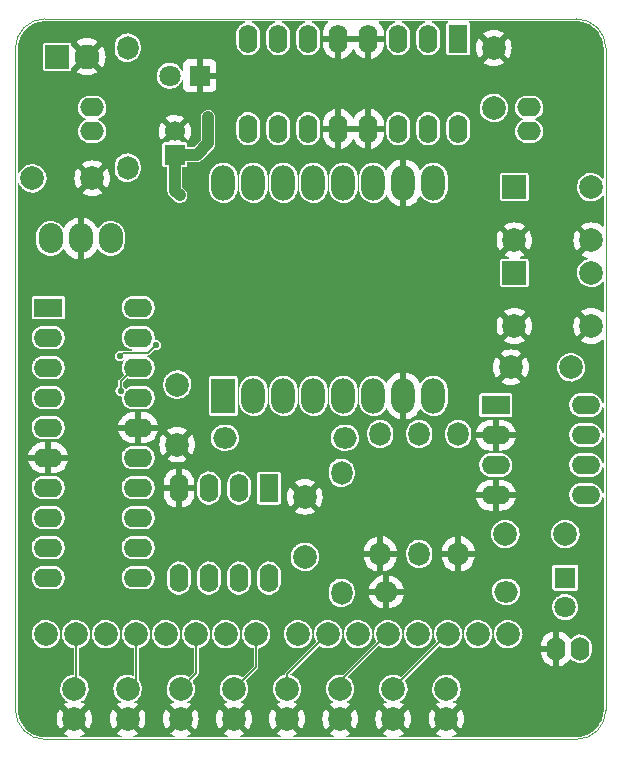
<source format=gbr>
G04 #@! TF.GenerationSoftware,KiCad,Pcbnew,(6.0.7)*
G04 #@! TF.CreationDate,2022-11-14T17:20:26+01:00*
G04 #@! TF.ProjectId,dancebots-pcb,64616e63-6562-46f7-9473-2d7063622e6b,v8.2*
G04 #@! TF.SameCoordinates,PX5f5e100PY8f0d180*
G04 #@! TF.FileFunction,Copper,L2,Bot*
G04 #@! TF.FilePolarity,Positive*
%FSLAX46Y46*%
G04 Gerber Fmt 4.6, Leading zero omitted, Abs format (unit mm)*
G04 Created by KiCad (PCBNEW (6.0.7)) date 2022-11-14 17:20:26*
%MOMM*%
%LPD*%
G01*
G04 APERTURE LIST*
G04 #@! TA.AperFunction,Profile*
%ADD10C,0.100000*%
G04 #@! TD*
G04 #@! TA.AperFunction,ComponentPad*
%ADD11C,2.000000*%
G04 #@! TD*
G04 #@! TA.AperFunction,ComponentPad*
%ADD12R,1.700000X1.700000*%
G04 #@! TD*
G04 #@! TA.AperFunction,ComponentPad*
%ADD13C,1.700000*%
G04 #@! TD*
G04 #@! TA.AperFunction,ComponentPad*
%ADD14R,1.800000X1.800000*%
G04 #@! TD*
G04 #@! TA.AperFunction,ComponentPad*
%ADD15C,1.800000*%
G04 #@! TD*
G04 #@! TA.AperFunction,ComponentPad*
%ADD16R,2.000000X2.000000*%
G04 #@! TD*
G04 #@! TA.AperFunction,ComponentPad*
%ADD17C,2.100000*%
G04 #@! TD*
G04 #@! TA.AperFunction,ComponentPad*
%ADD18O,2.000000X1.600000*%
G04 #@! TD*
G04 #@! TA.AperFunction,ComponentPad*
%ADD19O,1.600000X2.000000*%
G04 #@! TD*
G04 #@! TA.AperFunction,ComponentPad*
%ADD20O,1.800000X2.000000*%
G04 #@! TD*
G04 #@! TA.AperFunction,ComponentPad*
%ADD21O,2.000000X1.800000*%
G04 #@! TD*
G04 #@! TA.AperFunction,ComponentPad*
%ADD22O,2.032000X2.540000*%
G04 #@! TD*
G04 #@! TA.AperFunction,ComponentPad*
%ADD23R,1.600000X2.400000*%
G04 #@! TD*
G04 #@! TA.AperFunction,ComponentPad*
%ADD24O,1.600000X2.400000*%
G04 #@! TD*
G04 #@! TA.AperFunction,ComponentPad*
%ADD25R,2.400000X1.600000*%
G04 #@! TD*
G04 #@! TA.AperFunction,ComponentPad*
%ADD26O,2.400000X1.600000*%
G04 #@! TD*
G04 #@! TA.AperFunction,ComponentPad*
%ADD27R,2.000000X3.000000*%
G04 #@! TD*
G04 #@! TA.AperFunction,ComponentPad*
%ADD28O,2.000000X3.000000*%
G04 #@! TD*
G04 #@! TA.AperFunction,ViaPad*
%ADD29C,0.560000*%
G04 #@! TD*
G04 #@! TA.AperFunction,Conductor*
%ADD30C,1.000000*%
G04 #@! TD*
G04 #@! TA.AperFunction,Conductor*
%ADD31C,0.127000*%
G04 #@! TD*
G04 APERTURE END LIST*
D10*
X50000000Y58500000D02*
G75*
G03*
X47500000Y61000000I-2500000J0D01*
G01*
X50000000Y2500000D02*
X50000000Y58500000D01*
X47500000Y0D02*
G75*
G03*
X50000000Y2500000I0J2500000D01*
G01*
X2500000Y0D02*
X47500000Y0D01*
X0Y58500000D02*
X0Y2500000D01*
X0Y2500000D02*
G75*
G03*
X2500000Y0I2500000J0D01*
G01*
X2500000Y61000000D02*
G75*
G03*
X0Y58500000I0J-2500000D01*
G01*
X2500000Y61000000D02*
X47500000Y61000000D01*
D11*
X1435000Y47500000D03*
X6515000Y47500000D03*
D12*
X13500000Y49500000D03*
D13*
X13500000Y51500000D03*
D11*
X40500000Y58540000D03*
X40500000Y53460000D03*
X13700000Y24960000D03*
X13700000Y30040000D03*
X41960000Y31500000D03*
X47040000Y31500000D03*
X41485000Y17375000D03*
X46565000Y17375000D03*
D14*
X46550000Y13700000D03*
D15*
X46550000Y11200000D03*
D11*
X24500000Y15460000D03*
X24500000Y20540000D03*
D14*
X15600000Y56200000D03*
D15*
X13060000Y56200000D03*
D16*
X3530000Y57800000D03*
D17*
X6070000Y57800000D03*
D18*
X6500000Y51500000D03*
X6500000Y53500000D03*
X43500000Y53500000D03*
X43500000Y51500000D03*
D19*
X47800000Y7675000D03*
X45800000Y7675000D03*
D11*
X5000000Y1730000D03*
X5000000Y4270000D03*
X9500000Y1730000D03*
X9500000Y4270000D03*
X14000000Y1730000D03*
X14000000Y4270000D03*
X18500000Y1730000D03*
X18500000Y4270000D03*
X23000000Y1730000D03*
X23000000Y4270000D03*
X27500000Y1730000D03*
X27500000Y4270000D03*
X32000000Y1730000D03*
X32000000Y4270000D03*
X36500000Y1730000D03*
X36500000Y4270000D03*
D20*
X9500000Y48400000D03*
X9500000Y58560000D03*
D21*
X31400000Y12500000D03*
X41560000Y12500000D03*
X27900000Y25550000D03*
X17740000Y25550000D03*
D11*
X2600000Y8900000D03*
X5140000Y8900000D03*
X7680000Y8900000D03*
X10220000Y8900000D03*
X12760000Y8900000D03*
X15300000Y8900000D03*
X17840000Y8900000D03*
X20380000Y8900000D03*
X23950000Y8900000D03*
X26490000Y8900000D03*
X29030000Y8900000D03*
X31570000Y8900000D03*
X34110000Y8900000D03*
X36650000Y8900000D03*
X39190000Y8900000D03*
X41730000Y8900000D03*
D22*
X2985000Y42415000D03*
X5525000Y42415000D03*
X8065000Y42415000D03*
D23*
X37500000Y59325000D03*
D24*
X34960000Y59325000D03*
X32420000Y59325000D03*
X29880000Y59325000D03*
X27340000Y59325000D03*
X24800000Y59325000D03*
X22260000Y59325000D03*
X19720000Y59325000D03*
X19720000Y51705000D03*
X22260000Y51705000D03*
X24800000Y51705000D03*
X27340000Y51705000D03*
X29880000Y51705000D03*
X32420000Y51705000D03*
X34960000Y51705000D03*
X37500000Y51705000D03*
D25*
X2775000Y36550000D03*
D26*
X2775000Y34010000D03*
X2775000Y31470000D03*
X2775000Y28930000D03*
X2775000Y26390000D03*
X2775000Y23850000D03*
X2775000Y21310000D03*
X2775000Y18770000D03*
X2775000Y16230000D03*
X2775000Y13690000D03*
X10395000Y13690000D03*
X10395000Y16230000D03*
X10395000Y18770000D03*
X10395000Y21310000D03*
X10395000Y23850000D03*
X10395000Y26390000D03*
X10395000Y28930000D03*
X10395000Y31470000D03*
X10395000Y34010000D03*
X10395000Y36550000D03*
D25*
X40675000Y28300000D03*
D26*
X40675000Y25760000D03*
X40675000Y23220000D03*
X40675000Y20680000D03*
X48295000Y20680000D03*
X48295000Y23220000D03*
X48295000Y25760000D03*
X48295000Y28300000D03*
D23*
X21475000Y21275000D03*
D24*
X18935000Y21275000D03*
X16395000Y21275000D03*
X13855000Y21275000D03*
X13855000Y13655000D03*
X16395000Y13655000D03*
X18935000Y13655000D03*
X21475000Y13655000D03*
D27*
X17610000Y29083000D03*
D28*
X20150000Y29083000D03*
X22690000Y29083000D03*
X25230000Y29083000D03*
X27770000Y29083000D03*
X30310000Y29083000D03*
X32850000Y29083000D03*
X35390000Y29083000D03*
X35390000Y47117000D03*
X32850000Y47117000D03*
X30310000Y47117000D03*
X27770000Y47117000D03*
X25230000Y47117000D03*
X22690000Y47117000D03*
X20150000Y47117000D03*
X17610000Y47117000D03*
D20*
X34200000Y15700000D03*
X34200000Y25860000D03*
X37500000Y15700000D03*
X37500000Y25860000D03*
X27625000Y22575000D03*
X27625000Y12415000D03*
X30900000Y15700000D03*
X30900000Y25860000D03*
D16*
X42250000Y39500000D03*
D11*
X48750000Y39500000D03*
X42250000Y35000000D03*
X48750000Y35000000D03*
D16*
X42250000Y46750000D03*
D11*
X48750000Y46750000D03*
X42250000Y42250000D03*
X48750000Y42250000D03*
D29*
X16303499Y52656500D03*
X13910000Y46060000D03*
X8900000Y29500000D03*
X8850000Y32480000D03*
X11920159Y33370000D03*
D30*
X13500000Y49500000D02*
X15350000Y49500000D01*
X13500000Y49500000D02*
X13500000Y46470000D01*
X15350000Y49500000D02*
X16303499Y50453499D01*
X16303499Y50453499D02*
X16303499Y52656500D01*
X13500000Y46470000D02*
X13910000Y46060000D01*
D31*
X5165000Y8375000D02*
X5165000Y4435000D01*
X10245000Y8375000D02*
X10245000Y5015000D01*
X10245000Y5015000D02*
X9500000Y4270000D01*
X15325000Y5595000D02*
X14000000Y4270000D01*
X15325000Y8375000D02*
X15325000Y5595000D01*
X20380000Y6150000D02*
X18500000Y4270000D01*
X20380000Y8900000D02*
X20380000Y6150000D01*
X25890000Y8400000D02*
X23000000Y5510000D01*
X23000000Y5510000D02*
X23000000Y4270000D01*
X30970000Y8400000D02*
X27500000Y4930000D01*
X36050000Y8400000D02*
X32000000Y4350000D01*
X10070000Y31470000D02*
X8900000Y30300000D01*
X8900000Y30300000D02*
X8900000Y29500000D01*
X9070000Y32700000D02*
X8850000Y32480000D01*
X11250159Y32700000D02*
X9070000Y32700000D01*
X11920159Y33370000D02*
X11250159Y32700000D01*
G04 #@! TA.AperFunction,Conductor*
G36*
X19436198Y60781194D02*
G01*
X19454504Y60737000D01*
X19436198Y60692806D01*
X19413585Y60678344D01*
X19279148Y60628881D01*
X19106401Y60521774D01*
X19104101Y60519599D01*
X19036012Y60455210D01*
X18958720Y60382119D01*
X18956904Y60379525D01*
X18956901Y60379522D01*
X18902166Y60301352D01*
X18842137Y60215621D01*
X18761414Y60029081D01*
X18719849Y59830120D01*
X18719500Y59823461D01*
X18719500Y58874200D01*
X18719660Y58872626D01*
X18719660Y58872624D01*
X18720278Y58866543D01*
X18734880Y58722784D01*
X18735824Y58719771D01*
X18735825Y58719767D01*
X18792161Y58540000D01*
X18795662Y58528828D01*
X18894203Y58351056D01*
X19026477Y58196729D01*
X19028973Y58194793D01*
X19028976Y58194790D01*
X19148293Y58102239D01*
X19187081Y58072152D01*
X19189922Y58070754D01*
X19366611Y57983812D01*
X19366614Y57983811D01*
X19369455Y57982413D01*
X19566148Y57931178D01*
X19569315Y57931012D01*
X19586939Y57930088D01*
X19769126Y57920541D01*
X19772252Y57921014D01*
X19772256Y57921014D01*
X19966965Y57950461D01*
X19966968Y57950462D01*
X19970097Y57950935D01*
X20160852Y58021119D01*
X20333599Y58128226D01*
X20383739Y58175641D01*
X20478978Y58265704D01*
X20478979Y58265705D01*
X20481280Y58267881D01*
X20483096Y58270475D01*
X20483099Y58270478D01*
X20596047Y58431785D01*
X20596048Y58431787D01*
X20597863Y58434379D01*
X20678586Y58620919D01*
X20720151Y58819880D01*
X20720500Y58826539D01*
X20720500Y59775800D01*
X20705120Y59927216D01*
X20701423Y59939016D01*
X20645285Y60118151D01*
X20645284Y60118153D01*
X20644338Y60121172D01*
X20545797Y60298944D01*
X20413523Y60453271D01*
X20411027Y60455207D01*
X20411024Y60455210D01*
X20255420Y60575908D01*
X20252919Y60577848D01*
X20152596Y60627213D01*
X20073389Y60666188D01*
X20073386Y60666189D01*
X20070545Y60667587D01*
X20036258Y60676518D01*
X19998106Y60705373D01*
X19991531Y60752755D01*
X20020386Y60790907D01*
X20052013Y60799500D01*
X21932004Y60799500D01*
X21976198Y60781194D01*
X21994504Y60737000D01*
X21976198Y60692806D01*
X21953585Y60678344D01*
X21819148Y60628881D01*
X21646401Y60521774D01*
X21644101Y60519599D01*
X21576012Y60455210D01*
X21498720Y60382119D01*
X21496904Y60379525D01*
X21496901Y60379522D01*
X21442166Y60301352D01*
X21382137Y60215621D01*
X21301414Y60029081D01*
X21259849Y59830120D01*
X21259500Y59823461D01*
X21259500Y58874200D01*
X21259660Y58872626D01*
X21259660Y58872624D01*
X21260278Y58866543D01*
X21274880Y58722784D01*
X21275824Y58719771D01*
X21275825Y58719767D01*
X21332161Y58540000D01*
X21335662Y58528828D01*
X21434203Y58351056D01*
X21566477Y58196729D01*
X21568973Y58194793D01*
X21568976Y58194790D01*
X21688293Y58102239D01*
X21727081Y58072152D01*
X21729922Y58070754D01*
X21906611Y57983812D01*
X21906614Y57983811D01*
X21909455Y57982413D01*
X22106148Y57931178D01*
X22109315Y57931012D01*
X22126939Y57930088D01*
X22309126Y57920541D01*
X22312252Y57921014D01*
X22312256Y57921014D01*
X22506965Y57950461D01*
X22506968Y57950462D01*
X22510097Y57950935D01*
X22700852Y58021119D01*
X22873599Y58128226D01*
X22923739Y58175641D01*
X23018978Y58265704D01*
X23018979Y58265705D01*
X23021280Y58267881D01*
X23023096Y58270475D01*
X23023099Y58270478D01*
X23136047Y58431785D01*
X23136048Y58431787D01*
X23137863Y58434379D01*
X23218586Y58620919D01*
X23260151Y58819880D01*
X23260500Y58826539D01*
X23260500Y59775800D01*
X23245120Y59927216D01*
X23241423Y59939016D01*
X23185285Y60118151D01*
X23185284Y60118153D01*
X23184338Y60121172D01*
X23085797Y60298944D01*
X22953523Y60453271D01*
X22951027Y60455207D01*
X22951024Y60455210D01*
X22795420Y60575908D01*
X22792919Y60577848D01*
X22692596Y60627213D01*
X22613389Y60666188D01*
X22613386Y60666189D01*
X22610545Y60667587D01*
X22576258Y60676518D01*
X22538106Y60705373D01*
X22531531Y60752755D01*
X22560386Y60790907D01*
X22592013Y60799500D01*
X24472004Y60799500D01*
X24516198Y60781194D01*
X24534504Y60737000D01*
X24516198Y60692806D01*
X24493585Y60678344D01*
X24359148Y60628881D01*
X24186401Y60521774D01*
X24184101Y60519599D01*
X24116012Y60455210D01*
X24038720Y60382119D01*
X24036904Y60379525D01*
X24036901Y60379522D01*
X23982166Y60301352D01*
X23922137Y60215621D01*
X23841414Y60029081D01*
X23799849Y59830120D01*
X23799500Y59823461D01*
X23799500Y58874200D01*
X23799660Y58872626D01*
X23799660Y58872624D01*
X23800278Y58866543D01*
X23814880Y58722784D01*
X23815824Y58719771D01*
X23815825Y58719767D01*
X23872161Y58540000D01*
X23875662Y58528828D01*
X23974203Y58351056D01*
X24106477Y58196729D01*
X24108973Y58194793D01*
X24108976Y58194790D01*
X24228293Y58102239D01*
X24267081Y58072152D01*
X24269922Y58070754D01*
X24446611Y57983812D01*
X24446614Y57983811D01*
X24449455Y57982413D01*
X24646148Y57931178D01*
X24649315Y57931012D01*
X24666939Y57930088D01*
X24849126Y57920541D01*
X24852252Y57921014D01*
X24852256Y57921014D01*
X25046965Y57950461D01*
X25046968Y57950462D01*
X25050097Y57950935D01*
X25240852Y58021119D01*
X25413599Y58128226D01*
X25463739Y58175641D01*
X25558978Y58265704D01*
X25558979Y58265705D01*
X25561280Y58267881D01*
X25563096Y58270475D01*
X25563099Y58270478D01*
X25676047Y58431785D01*
X25676048Y58431787D01*
X25677863Y58434379D01*
X25758586Y58620919D01*
X25800151Y58819880D01*
X25800500Y58826539D01*
X25800500Y58869250D01*
X26032000Y58869250D01*
X26032118Y58866543D01*
X26046713Y58699719D01*
X26047657Y58694365D01*
X26105480Y58478566D01*
X26107340Y58473456D01*
X26201760Y58270973D01*
X26204475Y58266270D01*
X26332620Y58083260D01*
X26336121Y58079088D01*
X26494088Y57921121D01*
X26498260Y57917620D01*
X26681270Y57789475D01*
X26685973Y57786760D01*
X26888456Y57692340D01*
X26893566Y57690480D01*
X27073992Y57642135D01*
X27083425Y57643377D01*
X27086000Y57646733D01*
X27086000Y57651349D01*
X27594000Y57651349D01*
X27597641Y57642559D01*
X27601548Y57640941D01*
X27786434Y57690480D01*
X27791544Y57692340D01*
X27994027Y57786760D01*
X27998730Y57789475D01*
X28181740Y57917620D01*
X28185912Y57921121D01*
X28343879Y58079088D01*
X28347380Y58083260D01*
X28475525Y58266270D01*
X28478240Y58270973D01*
X28553356Y58432059D01*
X28588624Y58464376D01*
X28636414Y58462289D01*
X28666644Y58432059D01*
X28741760Y58270973D01*
X28744475Y58266270D01*
X28872620Y58083260D01*
X28876121Y58079088D01*
X29034088Y57921121D01*
X29038260Y57917620D01*
X29221270Y57789475D01*
X29225973Y57786760D01*
X29428456Y57692340D01*
X29433566Y57690480D01*
X29613992Y57642135D01*
X29623425Y57643377D01*
X29626000Y57646733D01*
X29626000Y57651349D01*
X30134000Y57651349D01*
X30137641Y57642559D01*
X30141548Y57640941D01*
X30326434Y57690480D01*
X30331544Y57692340D01*
X30534027Y57786760D01*
X30538730Y57789475D01*
X30721740Y57917620D01*
X30725912Y57921121D01*
X30883879Y58079088D01*
X30887380Y58083260D01*
X31015525Y58266270D01*
X31018240Y58270973D01*
X31112660Y58473456D01*
X31114520Y58478566D01*
X31172343Y58694365D01*
X31173287Y58699719D01*
X31187882Y58866543D01*
X31188000Y58869250D01*
X31188000Y59058569D01*
X31184359Y59067359D01*
X31175569Y59071000D01*
X30146431Y59071000D01*
X30137641Y59067359D01*
X30134000Y59058569D01*
X30134000Y57651349D01*
X29626000Y57651349D01*
X29626000Y59058569D01*
X29622359Y59067359D01*
X29613569Y59071000D01*
X27606431Y59071000D01*
X27597641Y59067359D01*
X27594000Y59058569D01*
X27594000Y57651349D01*
X27086000Y57651349D01*
X27086000Y59058569D01*
X27082359Y59067359D01*
X27073569Y59071000D01*
X26044431Y59071000D01*
X26035641Y59067359D01*
X26032000Y59058569D01*
X26032000Y58869250D01*
X25800500Y58869250D01*
X25800500Y59775800D01*
X25785120Y59927216D01*
X25781423Y59939016D01*
X25725285Y60118151D01*
X25725284Y60118153D01*
X25724338Y60121172D01*
X25625797Y60298944D01*
X25493523Y60453271D01*
X25491027Y60455207D01*
X25491024Y60455210D01*
X25335420Y60575908D01*
X25332919Y60577848D01*
X25232596Y60627213D01*
X25153389Y60666188D01*
X25153386Y60666189D01*
X25150545Y60667587D01*
X25116258Y60676518D01*
X25078106Y60705373D01*
X25071531Y60752755D01*
X25100386Y60790907D01*
X25132013Y60799500D01*
X26413821Y60799500D01*
X26458015Y60781194D01*
X26476321Y60737000D01*
X26458015Y60692806D01*
X26336121Y60570912D01*
X26332620Y60566740D01*
X26204475Y60383730D01*
X26201760Y60379027D01*
X26107340Y60176544D01*
X26105480Y60171434D01*
X26047657Y59955635D01*
X26046713Y59950281D01*
X26032118Y59783457D01*
X26032000Y59780750D01*
X26032000Y59591431D01*
X26035641Y59582641D01*
X26044431Y59579000D01*
X31175569Y59579000D01*
X31184359Y59582641D01*
X31188000Y59591431D01*
X31188000Y59780750D01*
X31187882Y59783457D01*
X31173287Y59950281D01*
X31172343Y59955635D01*
X31114520Y60171434D01*
X31112660Y60176544D01*
X31018240Y60379027D01*
X31015525Y60383730D01*
X30887380Y60566740D01*
X30883879Y60570912D01*
X30761985Y60692806D01*
X30743679Y60737000D01*
X30761985Y60781194D01*
X30806179Y60799500D01*
X32092004Y60799500D01*
X32136198Y60781194D01*
X32154504Y60737000D01*
X32136198Y60692806D01*
X32113585Y60678344D01*
X31979148Y60628881D01*
X31806401Y60521774D01*
X31804101Y60519599D01*
X31736012Y60455210D01*
X31658720Y60382119D01*
X31656904Y60379525D01*
X31656901Y60379522D01*
X31602166Y60301352D01*
X31542137Y60215621D01*
X31461414Y60029081D01*
X31419849Y59830120D01*
X31419500Y59823461D01*
X31419500Y58874200D01*
X31419660Y58872626D01*
X31419660Y58872624D01*
X31420278Y58866543D01*
X31434880Y58722784D01*
X31435824Y58719771D01*
X31435825Y58719767D01*
X31492161Y58540000D01*
X31495662Y58528828D01*
X31594203Y58351056D01*
X31726477Y58196729D01*
X31728973Y58194793D01*
X31728976Y58194790D01*
X31848293Y58102239D01*
X31887081Y58072152D01*
X31889922Y58070754D01*
X32066611Y57983812D01*
X32066614Y57983811D01*
X32069455Y57982413D01*
X32266148Y57931178D01*
X32269315Y57931012D01*
X32286939Y57930088D01*
X32469126Y57920541D01*
X32472252Y57921014D01*
X32472256Y57921014D01*
X32666965Y57950461D01*
X32666968Y57950462D01*
X32670097Y57950935D01*
X32860852Y58021119D01*
X33033599Y58128226D01*
X33083739Y58175641D01*
X33178978Y58265704D01*
X33178979Y58265705D01*
X33181280Y58267881D01*
X33183096Y58270475D01*
X33183099Y58270478D01*
X33296047Y58431785D01*
X33296048Y58431787D01*
X33297863Y58434379D01*
X33378586Y58620919D01*
X33420151Y58819880D01*
X33420500Y58826539D01*
X33420500Y59775800D01*
X33405120Y59927216D01*
X33401423Y59939016D01*
X33345285Y60118151D01*
X33345284Y60118153D01*
X33344338Y60121172D01*
X33245797Y60298944D01*
X33113523Y60453271D01*
X33111027Y60455207D01*
X33111024Y60455210D01*
X32955420Y60575908D01*
X32952919Y60577848D01*
X32852596Y60627213D01*
X32773389Y60666188D01*
X32773386Y60666189D01*
X32770545Y60667587D01*
X32736258Y60676518D01*
X32698106Y60705373D01*
X32691531Y60752755D01*
X32720386Y60790907D01*
X32752013Y60799500D01*
X34632004Y60799500D01*
X34676198Y60781194D01*
X34694504Y60737000D01*
X34676198Y60692806D01*
X34653585Y60678344D01*
X34519148Y60628881D01*
X34346401Y60521774D01*
X34344101Y60519599D01*
X34276012Y60455210D01*
X34198720Y60382119D01*
X34196904Y60379525D01*
X34196901Y60379522D01*
X34142166Y60301352D01*
X34082137Y60215621D01*
X34001414Y60029081D01*
X33959849Y59830120D01*
X33959500Y59823461D01*
X33959500Y58874200D01*
X33959660Y58872626D01*
X33959660Y58872624D01*
X33960278Y58866543D01*
X33974880Y58722784D01*
X33975824Y58719771D01*
X33975825Y58719767D01*
X34032161Y58540000D01*
X34035662Y58528828D01*
X34134203Y58351056D01*
X34266477Y58196729D01*
X34268973Y58194793D01*
X34268976Y58194790D01*
X34388293Y58102239D01*
X34427081Y58072152D01*
X34429922Y58070754D01*
X34606611Y57983812D01*
X34606614Y57983811D01*
X34609455Y57982413D01*
X34806148Y57931178D01*
X34809315Y57931012D01*
X34826939Y57930088D01*
X35009126Y57920541D01*
X35012252Y57921014D01*
X35012256Y57921014D01*
X35206965Y57950461D01*
X35206968Y57950462D01*
X35210097Y57950935D01*
X35400852Y58021119D01*
X35573599Y58128226D01*
X35623739Y58175641D01*
X35718978Y58265704D01*
X35718979Y58265705D01*
X35721280Y58267881D01*
X35723096Y58270475D01*
X35723099Y58270478D01*
X35836047Y58431785D01*
X35836048Y58431787D01*
X35837863Y58434379D01*
X35918586Y58620919D01*
X35960151Y58819880D01*
X35960500Y58826539D01*
X35960500Y59775800D01*
X35945120Y59927216D01*
X35941423Y59939016D01*
X35885285Y60118151D01*
X35885284Y60118153D01*
X35884338Y60121172D01*
X35785797Y60298944D01*
X35653523Y60453271D01*
X35651027Y60455207D01*
X35651024Y60455210D01*
X35495420Y60575908D01*
X35492919Y60577848D01*
X35392596Y60627213D01*
X35313389Y60666188D01*
X35313386Y60666189D01*
X35310545Y60667587D01*
X35276258Y60676518D01*
X35238106Y60705373D01*
X35231531Y60752755D01*
X35260386Y60790907D01*
X35292013Y60799500D01*
X36543893Y60799500D01*
X36588087Y60781194D01*
X36606393Y60737000D01*
X36588087Y60692806D01*
X36578616Y60685033D01*
X36560564Y60672971D01*
X36560562Y60672969D01*
X36555448Y60669552D01*
X36552031Y60664438D01*
X36518772Y60614663D01*
X36511133Y60603231D01*
X36499500Y60544748D01*
X36499500Y58105252D01*
X36511133Y58046769D01*
X36514550Y58041655D01*
X36514551Y58041653D01*
X36544174Y57997320D01*
X36555448Y57980448D01*
X36560562Y57977031D01*
X36616653Y57939551D01*
X36616655Y57939550D01*
X36621769Y57936133D01*
X36627803Y57934933D01*
X36627805Y57934932D01*
X36677239Y57925099D01*
X36677242Y57925099D01*
X36680252Y57924500D01*
X38319748Y57924500D01*
X38322758Y57925099D01*
X38322761Y57925099D01*
X38372195Y57934932D01*
X38372197Y57934933D01*
X38378231Y57936133D01*
X38383345Y57939550D01*
X38383347Y57939551D01*
X38439438Y57977031D01*
X38444552Y57980448D01*
X38455826Y57997320D01*
X38485449Y58041653D01*
X38485450Y58041655D01*
X38488867Y58046769D01*
X38500500Y58105252D01*
X38500500Y58537548D01*
X38987530Y58537548D01*
X39005767Y58305822D01*
X39006535Y58300973D01*
X39060797Y58074955D01*
X39062312Y58070291D01*
X39151270Y57855528D01*
X39153489Y57851173D01*
X39260402Y57676709D01*
X39268100Y57671116D01*
X39272622Y57671832D01*
X40132000Y58531210D01*
X40135641Y58540000D01*
X40864359Y58540000D01*
X40868000Y58531210D01*
X41724312Y57674898D01*
X41733102Y57671257D01*
X41737331Y57673009D01*
X41846511Y57851173D01*
X41848730Y57855528D01*
X41937688Y58070291D01*
X41939203Y58074955D01*
X41993465Y58300973D01*
X41994233Y58305822D01*
X42012470Y58537548D01*
X42012470Y58542452D01*
X41994233Y58774178D01*
X41993465Y58779027D01*
X41939203Y59005045D01*
X41937688Y59009709D01*
X41848730Y59224472D01*
X41846511Y59228827D01*
X41739598Y59403291D01*
X41731900Y59408884D01*
X41727378Y59408168D01*
X40868000Y58548790D01*
X40864359Y58540000D01*
X40135641Y58540000D01*
X40132000Y58548790D01*
X39275688Y59405102D01*
X39266898Y59408743D01*
X39262669Y59406991D01*
X39153489Y59228827D01*
X39151270Y59224472D01*
X39062312Y59009709D01*
X39060797Y59005045D01*
X39006535Y58779027D01*
X39005767Y58774178D01*
X38987530Y58542452D01*
X38987530Y58537548D01*
X38500500Y58537548D01*
X38500500Y59771900D01*
X39631116Y59771900D01*
X39631832Y59767378D01*
X40491210Y58908000D01*
X40500000Y58904359D01*
X40508790Y58908000D01*
X41365102Y59764312D01*
X41368743Y59773102D01*
X41366991Y59777331D01*
X41188827Y59886511D01*
X41184472Y59888730D01*
X40969709Y59977688D01*
X40965045Y59979203D01*
X40739027Y60033465D01*
X40734178Y60034233D01*
X40502452Y60052470D01*
X40497548Y60052470D01*
X40265822Y60034233D01*
X40260973Y60033465D01*
X40034955Y59979203D01*
X40030291Y59977688D01*
X39815528Y59888730D01*
X39811173Y59886511D01*
X39636709Y59779598D01*
X39631116Y59771900D01*
X38500500Y59771900D01*
X38500500Y60544748D01*
X38488867Y60603231D01*
X38481229Y60614663D01*
X38447969Y60664438D01*
X38444552Y60669552D01*
X38439438Y60672969D01*
X38439436Y60672971D01*
X38421384Y60685033D01*
X38394808Y60724807D01*
X38404140Y60771723D01*
X38443914Y60798299D01*
X38456107Y60799500D01*
X47470127Y60799500D01*
X47484134Y60797910D01*
X47499641Y60794344D01*
X47509016Y60796466D01*
X47526577Y60797893D01*
X47719950Y60786196D01*
X47773403Y60782962D01*
X47780895Y60782052D01*
X47837259Y60771723D01*
X48046591Y60733362D01*
X48053909Y60731558D01*
X48311809Y60651193D01*
X48318852Y60648523D01*
X48500565Y60566740D01*
X48565187Y60537656D01*
X48571870Y60534148D01*
X48803029Y60394407D01*
X48809240Y60390120D01*
X49021877Y60223530D01*
X49027526Y60218525D01*
X49218525Y60027526D01*
X49223530Y60021877D01*
X49390120Y59809240D01*
X49394407Y59803029D01*
X49534148Y59571870D01*
X49537656Y59565187D01*
X49636679Y59345169D01*
X49648520Y59318859D01*
X49651193Y59311809D01*
X49729451Y59060672D01*
X49731557Y59053914D01*
X49733362Y59046591D01*
X49746668Y58973981D01*
X49782052Y58780895D01*
X49782962Y58773403D01*
X49786558Y58713954D01*
X49797081Y58540000D01*
X49797865Y58527032D01*
X49796389Y58509253D01*
X49794344Y58500359D01*
X49795897Y58493496D01*
X49795897Y58493494D01*
X49797959Y58484383D01*
X49799500Y58470589D01*
X49799500Y47539283D01*
X49781194Y47495089D01*
X49737000Y47476783D01*
X49692806Y47495089D01*
X49686922Y47501888D01*
X49647684Y47554434D01*
X49647683Y47554436D01*
X49645967Y47556733D01*
X49483949Y47706501D01*
X49297350Y47824236D01*
X49187654Y47868000D01*
X49095078Y47904934D01*
X49092421Y47905994D01*
X49089615Y47906552D01*
X49089612Y47906553D01*
X48878830Y47948480D01*
X48878828Y47948480D01*
X48876024Y47949038D01*
X48772127Y47950398D01*
X48658268Y47951889D01*
X48658263Y47951889D01*
X48655406Y47951926D01*
X48652585Y47951441D01*
X48652581Y47951441D01*
X48554759Y47934632D01*
X48437957Y47914562D01*
X48435269Y47913570D01*
X48435264Y47913569D01*
X48233645Y47839188D01*
X48233642Y47839186D01*
X48230957Y47838196D01*
X48228497Y47836733D01*
X48228496Y47836732D01*
X48043806Y47726853D01*
X48043802Y47726850D01*
X48041341Y47725386D01*
X47875457Y47579910D01*
X47738863Y47406640D01*
X47636131Y47211380D01*
X47635284Y47208653D01*
X47635283Y47208650D01*
X47612613Y47135641D01*
X47570703Y47000667D01*
X47544770Y46781560D01*
X47551266Y46682446D01*
X47554383Y46634898D01*
X47559200Y46561396D01*
X47559906Y46558616D01*
X47612034Y46353365D01*
X47613511Y46347548D01*
X47705883Y46147179D01*
X47707534Y46144844D01*
X47707535Y46144841D01*
X47779007Y46043711D01*
X47833222Y45966998D01*
X47991264Y45813039D01*
X48174717Y45690460D01*
X48377436Y45603365D01*
X48380222Y45602735D01*
X48380227Y45602733D01*
X48589842Y45555302D01*
X48589845Y45555302D01*
X48592632Y45554671D01*
X48690029Y45550844D01*
X48810238Y45546121D01*
X48810242Y45546121D01*
X48813098Y45546009D01*
X49031452Y45577669D01*
X49240379Y45648590D01*
X49432884Y45756398D01*
X49602518Y45897482D01*
X49688948Y46001402D01*
X49731281Y46023675D01*
X49776965Y46009489D01*
X49799238Y45967156D01*
X49799500Y45961437D01*
X49799500Y43472366D01*
X49781194Y43428172D01*
X49737000Y43409866D01*
X49696409Y43424841D01*
X49640989Y43472175D01*
X49637026Y43475054D01*
X49438827Y43596511D01*
X49434472Y43598730D01*
X49219709Y43687688D01*
X49215045Y43689203D01*
X48989027Y43743465D01*
X48984178Y43744233D01*
X48752452Y43762470D01*
X48747548Y43762470D01*
X48515822Y43744233D01*
X48510973Y43743465D01*
X48284955Y43689203D01*
X48280291Y43687688D01*
X48065528Y43598730D01*
X48061173Y43596511D01*
X47886709Y43489598D01*
X47881116Y43481900D01*
X47881832Y43477378D01*
X49065016Y42294194D01*
X49083322Y42250000D01*
X49065016Y42205806D01*
X47884898Y41025688D01*
X47881257Y41016898D01*
X47883009Y41012669D01*
X48061173Y40903489D01*
X48065528Y40901270D01*
X48280291Y40812312D01*
X48284952Y40810798D01*
X48417424Y40778994D01*
X48456123Y40750877D01*
X48463606Y40703630D01*
X48435489Y40664931D01*
X48424470Y40659586D01*
X48306873Y40616203D01*
X48233645Y40589188D01*
X48233642Y40589186D01*
X48230957Y40588196D01*
X48228497Y40586733D01*
X48228496Y40586732D01*
X48043806Y40476853D01*
X48043802Y40476850D01*
X48041341Y40475386D01*
X47875457Y40329910D01*
X47738863Y40156640D01*
X47636131Y39961380D01*
X47570703Y39750667D01*
X47544770Y39531560D01*
X47559200Y39311396D01*
X47613511Y39097548D01*
X47705883Y38897179D01*
X47833222Y38716998D01*
X47991264Y38563039D01*
X48174717Y38440460D01*
X48377436Y38353365D01*
X48380222Y38352735D01*
X48380227Y38352733D01*
X48589842Y38305302D01*
X48589845Y38305302D01*
X48592632Y38304671D01*
X48690029Y38300844D01*
X48810238Y38296121D01*
X48810242Y38296121D01*
X48813098Y38296009D01*
X49031452Y38327669D01*
X49240379Y38398590D01*
X49432884Y38506398D01*
X49602518Y38647482D01*
X49688948Y38751402D01*
X49731281Y38773675D01*
X49776965Y38759489D01*
X49799238Y38717156D01*
X49799500Y38711437D01*
X49799500Y36222366D01*
X49781194Y36178172D01*
X49737000Y36159866D01*
X49696409Y36174841D01*
X49640989Y36222175D01*
X49637026Y36225054D01*
X49438827Y36346511D01*
X49434472Y36348730D01*
X49219709Y36437688D01*
X49215045Y36439203D01*
X48989027Y36493465D01*
X48984178Y36494233D01*
X48752452Y36512470D01*
X48747548Y36512470D01*
X48515822Y36494233D01*
X48510973Y36493465D01*
X48284955Y36439203D01*
X48280291Y36437688D01*
X48065528Y36348730D01*
X48061173Y36346511D01*
X47886709Y36239598D01*
X47881116Y36231900D01*
X47881832Y36227378D01*
X49065016Y35044194D01*
X49083322Y35000000D01*
X49065016Y34955806D01*
X47884898Y33775688D01*
X47881257Y33766898D01*
X47883009Y33762669D01*
X48061173Y33653489D01*
X48065528Y33651270D01*
X48280291Y33562312D01*
X48284955Y33560797D01*
X48510973Y33506535D01*
X48515822Y33505767D01*
X48747548Y33487530D01*
X48752452Y33487530D01*
X48984178Y33505767D01*
X48989027Y33506535D01*
X49215045Y33560797D01*
X49219709Y33562312D01*
X49434472Y33651270D01*
X49438827Y33653489D01*
X49637026Y33774946D01*
X49640989Y33777825D01*
X49696409Y33825159D01*
X49741903Y33839941D01*
X49784525Y33818225D01*
X49799500Y33777634D01*
X49799500Y28518857D01*
X49781194Y28474663D01*
X49737000Y28456357D01*
X49692806Y28474663D01*
X49675203Y28509511D01*
X49669539Y28546965D01*
X49669538Y28546968D01*
X49669065Y28550097D01*
X49598881Y28740852D01*
X49491774Y28913599D01*
X49401389Y29009178D01*
X49354296Y29058978D01*
X49354295Y29058979D01*
X49352119Y29061280D01*
X49349525Y29063096D01*
X49349522Y29063099D01*
X49188215Y29176047D01*
X49188213Y29176048D01*
X49185621Y29177863D01*
X48999081Y29258586D01*
X48995987Y29259232D01*
X48995985Y29259233D01*
X48876593Y29284175D01*
X48800120Y29300151D01*
X48793461Y29300500D01*
X47844200Y29300500D01*
X47842626Y29300340D01*
X47842624Y29300340D01*
X47820233Y29298066D01*
X47692784Y29285120D01*
X47689771Y29284176D01*
X47689767Y29284175D01*
X47501849Y29225285D01*
X47501847Y29225284D01*
X47498828Y29224338D01*
X47321056Y29125797D01*
X47166729Y28993523D01*
X47164793Y28991027D01*
X47164790Y28991024D01*
X47076922Y28877744D01*
X47042152Y28832919D01*
X47040754Y28830078D01*
X46995389Y28737883D01*
X46952413Y28650545D01*
X46901178Y28453852D01*
X46890541Y28250874D01*
X46891014Y28247748D01*
X46891014Y28247744D01*
X46920322Y28053953D01*
X46920935Y28049903D01*
X46991119Y27859148D01*
X47098226Y27686401D01*
X47100401Y27684101D01*
X47154873Y27626499D01*
X47237881Y27538720D01*
X47240475Y27536904D01*
X47240478Y27536901D01*
X47401785Y27423953D01*
X47404379Y27422137D01*
X47590919Y27341414D01*
X47594013Y27340768D01*
X47594015Y27340767D01*
X47698893Y27318857D01*
X47789880Y27299849D01*
X47796539Y27299500D01*
X48745800Y27299500D01*
X48747374Y27299660D01*
X48747376Y27299660D01*
X48769767Y27301934D01*
X48897216Y27314880D01*
X48900229Y27315824D01*
X48900233Y27315825D01*
X49088151Y27374715D01*
X49088153Y27374716D01*
X49091172Y27375662D01*
X49268944Y27474203D01*
X49423271Y27606477D01*
X49425207Y27608973D01*
X49425210Y27608976D01*
X49545908Y27764580D01*
X49547848Y27767081D01*
X49593151Y27859148D01*
X49636188Y27946611D01*
X49636189Y27946614D01*
X49637587Y27949455D01*
X49676518Y28098913D01*
X49705373Y28137066D01*
X49752754Y28143641D01*
X49790907Y28114786D01*
X49799500Y28083159D01*
X49799500Y25978857D01*
X49781194Y25934663D01*
X49737000Y25916357D01*
X49692806Y25934663D01*
X49675203Y25969511D01*
X49669539Y26006965D01*
X49669538Y26006968D01*
X49669065Y26010097D01*
X49598881Y26200852D01*
X49491774Y26373599D01*
X49468994Y26397688D01*
X49354296Y26518978D01*
X49354295Y26518979D01*
X49352119Y26521280D01*
X49349525Y26523096D01*
X49349522Y26523099D01*
X49188215Y26636047D01*
X49188213Y26636048D01*
X49185621Y26637863D01*
X48999081Y26718586D01*
X48995987Y26719232D01*
X48995985Y26719233D01*
X48876593Y26744175D01*
X48800120Y26760151D01*
X48793461Y26760500D01*
X47844200Y26760500D01*
X47842626Y26760340D01*
X47842624Y26760340D01*
X47820233Y26758066D01*
X47692784Y26745120D01*
X47689771Y26744176D01*
X47689767Y26744175D01*
X47501849Y26685285D01*
X47501847Y26685284D01*
X47498828Y26684338D01*
X47321056Y26585797D01*
X47166729Y26453523D01*
X47164793Y26451027D01*
X47164790Y26451024D01*
X47076922Y26337744D01*
X47042152Y26292919D01*
X47040754Y26290078D01*
X46958822Y26123569D01*
X46952413Y26110545D01*
X46901178Y25913852D01*
X46890541Y25710874D01*
X46891014Y25707748D01*
X46891014Y25707744D01*
X46920322Y25513953D01*
X46920935Y25509903D01*
X46991119Y25319148D01*
X47098226Y25146401D01*
X47237881Y24998720D01*
X47240475Y24996904D01*
X47240478Y24996901D01*
X47367401Y24908029D01*
X47404379Y24882137D01*
X47590919Y24801414D01*
X47594013Y24800768D01*
X47594015Y24800767D01*
X47698893Y24778857D01*
X47789880Y24759849D01*
X47796539Y24759500D01*
X48745800Y24759500D01*
X48747374Y24759660D01*
X48747376Y24759660D01*
X48769767Y24761934D01*
X48897216Y24774880D01*
X48900229Y24775824D01*
X48900233Y24775825D01*
X49088151Y24834715D01*
X49088153Y24834716D01*
X49091172Y24835662D01*
X49221725Y24908029D01*
X49266175Y24932668D01*
X49266176Y24932669D01*
X49268944Y24934203D01*
X49423271Y25066477D01*
X49425207Y25068973D01*
X49425210Y25068976D01*
X49545908Y25224580D01*
X49547848Y25227081D01*
X49549246Y25229922D01*
X49636188Y25406611D01*
X49636189Y25406614D01*
X49637587Y25409455D01*
X49676518Y25558913D01*
X49705373Y25597066D01*
X49752754Y25603641D01*
X49790907Y25574786D01*
X49799500Y25543159D01*
X49799500Y23438857D01*
X49781194Y23394663D01*
X49737000Y23376357D01*
X49692806Y23394663D01*
X49675203Y23429511D01*
X49669539Y23466965D01*
X49669538Y23466968D01*
X49669065Y23470097D01*
X49598881Y23660852D01*
X49491774Y23833599D01*
X49352119Y23981280D01*
X49349525Y23983096D01*
X49349522Y23983099D01*
X49188215Y24096047D01*
X49188213Y24096048D01*
X49185621Y24097863D01*
X48999081Y24178586D01*
X48995987Y24179232D01*
X48995985Y24179233D01*
X48876593Y24204175D01*
X48800120Y24220151D01*
X48793461Y24220500D01*
X47844200Y24220500D01*
X47842626Y24220340D01*
X47842624Y24220340D01*
X47820233Y24218066D01*
X47692784Y24205120D01*
X47689771Y24204176D01*
X47689767Y24204175D01*
X47501849Y24145285D01*
X47501847Y24145284D01*
X47498828Y24144338D01*
X47321056Y24045797D01*
X47166729Y23913523D01*
X47164793Y23911027D01*
X47164790Y23911024D01*
X47055103Y23769615D01*
X47042152Y23752919D01*
X47040754Y23750078D01*
X46955345Y23576503D01*
X46952413Y23570545D01*
X46901178Y23373852D01*
X46890541Y23170874D01*
X46891014Y23167748D01*
X46891014Y23167744D01*
X46918492Y22986057D01*
X46920935Y22969903D01*
X46991119Y22779148D01*
X47098226Y22606401D01*
X47237881Y22458720D01*
X47240475Y22456904D01*
X47240478Y22456901D01*
X47401785Y22343953D01*
X47404379Y22342137D01*
X47590919Y22261414D01*
X47594013Y22260768D01*
X47594015Y22260767D01*
X47663864Y22246175D01*
X47789880Y22219849D01*
X47796539Y22219500D01*
X48745800Y22219500D01*
X48747374Y22219660D01*
X48747376Y22219660D01*
X48769767Y22221934D01*
X48897216Y22234880D01*
X48900229Y22235824D01*
X48900233Y22235825D01*
X49088151Y22294715D01*
X49088153Y22294716D01*
X49091172Y22295662D01*
X49268944Y22394203D01*
X49423271Y22526477D01*
X49425207Y22528973D01*
X49425210Y22528976D01*
X49545908Y22684580D01*
X49547848Y22687081D01*
X49559992Y22711760D01*
X49636188Y22866611D01*
X49636189Y22866614D01*
X49637587Y22869455D01*
X49676518Y23018913D01*
X49705373Y23057066D01*
X49752754Y23063641D01*
X49790907Y23034786D01*
X49799500Y23003159D01*
X49799500Y20898857D01*
X49781194Y20854663D01*
X49737000Y20836357D01*
X49692806Y20854663D01*
X49675203Y20889511D01*
X49669539Y20926965D01*
X49669538Y20926968D01*
X49669065Y20930097D01*
X49598881Y21120852D01*
X49491774Y21293599D01*
X49384545Y21406991D01*
X49354296Y21438978D01*
X49354295Y21438979D01*
X49352119Y21441280D01*
X49349525Y21443096D01*
X49349522Y21443099D01*
X49188215Y21556047D01*
X49188213Y21556048D01*
X49185621Y21557863D01*
X48999081Y21638586D01*
X48995987Y21639232D01*
X48995985Y21639233D01*
X48876593Y21664175D01*
X48800120Y21680151D01*
X48793461Y21680500D01*
X47844200Y21680500D01*
X47842626Y21680340D01*
X47842624Y21680340D01*
X47820233Y21678066D01*
X47692784Y21665120D01*
X47689771Y21664176D01*
X47689767Y21664175D01*
X47501849Y21605285D01*
X47501847Y21605284D01*
X47498828Y21604338D01*
X47321056Y21505797D01*
X47166729Y21373523D01*
X47164793Y21371027D01*
X47164790Y21371024D01*
X47076922Y21257744D01*
X47042152Y21212919D01*
X47040754Y21210078D01*
X46995389Y21117883D01*
X46952413Y21030545D01*
X46901178Y20833852D01*
X46890541Y20630874D01*
X46891014Y20627748D01*
X46891014Y20627744D01*
X46920322Y20433953D01*
X46920935Y20429903D01*
X46991119Y20239148D01*
X47098226Y20066401D01*
X47237881Y19918720D01*
X47240475Y19916904D01*
X47240478Y19916901D01*
X47358748Y19834088D01*
X47404379Y19802137D01*
X47590919Y19721414D01*
X47594013Y19720768D01*
X47594015Y19720767D01*
X47698893Y19698857D01*
X47789880Y19679849D01*
X47796539Y19679500D01*
X48745800Y19679500D01*
X48747374Y19679660D01*
X48747376Y19679660D01*
X48769767Y19681934D01*
X48897216Y19694880D01*
X48900229Y19695824D01*
X48900233Y19695825D01*
X49088151Y19754715D01*
X49088153Y19754716D01*
X49091172Y19755662D01*
X49268944Y19854203D01*
X49423271Y19986477D01*
X49425207Y19988973D01*
X49425210Y19988976D01*
X49545908Y20144580D01*
X49547848Y20147081D01*
X49583964Y20220478D01*
X49636188Y20326611D01*
X49636189Y20326614D01*
X49637587Y20329455D01*
X49676518Y20478913D01*
X49705373Y20517066D01*
X49752754Y20523641D01*
X49790907Y20494786D01*
X49799500Y20463159D01*
X49799500Y2529873D01*
X49797910Y2515867D01*
X49794344Y2500359D01*
X49796466Y2490984D01*
X49797893Y2473423D01*
X49794327Y2414472D01*
X49782962Y2226597D01*
X49782052Y2219105D01*
X49735336Y1964178D01*
X49733363Y1953414D01*
X49731557Y1946086D01*
X49651196Y1688198D01*
X49648523Y1681148D01*
X49565114Y1495822D01*
X49537656Y1434813D01*
X49534148Y1428130D01*
X49394407Y1196971D01*
X49390120Y1190760D01*
X49223530Y978123D01*
X49218525Y972474D01*
X49027526Y781475D01*
X49021877Y776470D01*
X48809240Y609880D01*
X48803029Y605593D01*
X48571870Y465852D01*
X48565187Y462344D01*
X48318852Y351477D01*
X48311809Y348807D01*
X48053909Y268442D01*
X48046591Y266638D01*
X47896221Y239082D01*
X47780895Y217948D01*
X47773403Y217038D01*
X47654045Y209818D01*
X47527031Y202135D01*
X47509253Y203611D01*
X47500359Y205656D01*
X47493496Y204103D01*
X47493494Y204103D01*
X47484383Y202041D01*
X47470589Y200500D01*
X37062265Y200500D01*
X37018071Y218806D01*
X36999765Y263000D01*
X37018071Y307194D01*
X37038347Y320743D01*
X37184472Y381270D01*
X37188827Y383489D01*
X37363291Y490402D01*
X37368884Y498100D01*
X37368168Y502622D01*
X36508790Y1362000D01*
X36500000Y1365641D01*
X36491210Y1362000D01*
X35634898Y505688D01*
X35631257Y496898D01*
X35633009Y492669D01*
X35811173Y383489D01*
X35815528Y381270D01*
X35961653Y320743D01*
X35995477Y286918D01*
X35995478Y239082D01*
X35961653Y205258D01*
X35937735Y200500D01*
X32562265Y200500D01*
X32518071Y218806D01*
X32499765Y263000D01*
X32518071Y307194D01*
X32538347Y320743D01*
X32684472Y381270D01*
X32688827Y383489D01*
X32863291Y490402D01*
X32868884Y498100D01*
X32868168Y502622D01*
X32008790Y1362000D01*
X32000000Y1365641D01*
X31991210Y1362000D01*
X31134898Y505688D01*
X31131257Y496898D01*
X31133009Y492669D01*
X31311173Y383489D01*
X31315528Y381270D01*
X31461653Y320743D01*
X31495477Y286918D01*
X31495478Y239082D01*
X31461653Y205258D01*
X31437735Y200500D01*
X28062265Y200500D01*
X28018071Y218806D01*
X27999765Y263000D01*
X28018071Y307194D01*
X28038347Y320743D01*
X28184472Y381270D01*
X28188827Y383489D01*
X28363291Y490402D01*
X28368884Y498100D01*
X28368168Y502622D01*
X27508790Y1362000D01*
X27500000Y1365641D01*
X27491210Y1362000D01*
X26634898Y505688D01*
X26631257Y496898D01*
X26633009Y492669D01*
X26811173Y383489D01*
X26815528Y381270D01*
X26961653Y320743D01*
X26995477Y286918D01*
X26995478Y239082D01*
X26961653Y205258D01*
X26937735Y200500D01*
X23562265Y200500D01*
X23518071Y218806D01*
X23499765Y263000D01*
X23518071Y307194D01*
X23538347Y320743D01*
X23684472Y381270D01*
X23688827Y383489D01*
X23863291Y490402D01*
X23868884Y498100D01*
X23868168Y502622D01*
X23008790Y1362000D01*
X23000000Y1365641D01*
X22991210Y1362000D01*
X22134898Y505688D01*
X22131257Y496898D01*
X22133009Y492669D01*
X22311173Y383489D01*
X22315528Y381270D01*
X22461653Y320743D01*
X22495477Y286918D01*
X22495478Y239082D01*
X22461653Y205258D01*
X22437735Y200500D01*
X19062265Y200500D01*
X19018071Y218806D01*
X18999765Y263000D01*
X19018071Y307194D01*
X19038347Y320743D01*
X19184472Y381270D01*
X19188827Y383489D01*
X19363291Y490402D01*
X19368884Y498100D01*
X19368168Y502622D01*
X18508790Y1362000D01*
X18500000Y1365641D01*
X18491210Y1362000D01*
X17634898Y505688D01*
X17631257Y496898D01*
X17633009Y492669D01*
X17811173Y383489D01*
X17815528Y381270D01*
X17961653Y320743D01*
X17995477Y286918D01*
X17995478Y239082D01*
X17961653Y205258D01*
X17937735Y200500D01*
X14562265Y200500D01*
X14518071Y218806D01*
X14499765Y263000D01*
X14518071Y307194D01*
X14538347Y320743D01*
X14684472Y381270D01*
X14688827Y383489D01*
X14863291Y490402D01*
X14868884Y498100D01*
X14868168Y502622D01*
X14008790Y1362000D01*
X14000000Y1365641D01*
X13991210Y1362000D01*
X13134898Y505688D01*
X13131257Y496898D01*
X13133009Y492669D01*
X13311173Y383489D01*
X13315528Y381270D01*
X13461653Y320743D01*
X13495477Y286918D01*
X13495478Y239082D01*
X13461653Y205258D01*
X13437735Y200500D01*
X10062265Y200500D01*
X10018071Y218806D01*
X9999765Y263000D01*
X10018071Y307194D01*
X10038347Y320743D01*
X10184472Y381270D01*
X10188827Y383489D01*
X10363291Y490402D01*
X10368884Y498100D01*
X10368168Y502622D01*
X9508790Y1362000D01*
X9500000Y1365641D01*
X9491210Y1362000D01*
X8634898Y505688D01*
X8631257Y496898D01*
X8633009Y492669D01*
X8811173Y383489D01*
X8815528Y381270D01*
X8961653Y320743D01*
X8995477Y286918D01*
X8995478Y239082D01*
X8961653Y205258D01*
X8937735Y200500D01*
X5562265Y200500D01*
X5518071Y218806D01*
X5499765Y263000D01*
X5518071Y307194D01*
X5538347Y320743D01*
X5684472Y381270D01*
X5688827Y383489D01*
X5863291Y490402D01*
X5868884Y498100D01*
X5868168Y502622D01*
X5008790Y1362000D01*
X5000000Y1365641D01*
X4991210Y1362000D01*
X4134898Y505688D01*
X4131257Y496898D01*
X4133009Y492669D01*
X4311173Y383489D01*
X4315528Y381270D01*
X4461653Y320743D01*
X4495477Y286918D01*
X4495478Y239082D01*
X4461653Y205258D01*
X4437735Y200500D01*
X2529873Y200500D01*
X2515867Y202090D01*
X2507221Y204078D01*
X2500359Y205656D01*
X2490984Y203534D01*
X2473423Y202107D01*
X2280050Y213804D01*
X2226597Y217038D01*
X2219105Y217948D01*
X2103779Y239082D01*
X1953409Y266638D01*
X1946091Y268442D01*
X1688191Y348807D01*
X1681148Y351477D01*
X1434813Y462344D01*
X1428130Y465852D01*
X1196971Y605593D01*
X1190760Y609880D01*
X978123Y776470D01*
X972474Y781475D01*
X781475Y972474D01*
X776470Y978123D01*
X609880Y1190760D01*
X605593Y1196971D01*
X465852Y1428130D01*
X462344Y1434813D01*
X434886Y1495822D01*
X351477Y1681148D01*
X348804Y1688198D01*
X336542Y1727548D01*
X3487530Y1727548D01*
X3505767Y1495822D01*
X3506535Y1490973D01*
X3560797Y1264955D01*
X3562312Y1260291D01*
X3651270Y1045528D01*
X3653489Y1041173D01*
X3760402Y866709D01*
X3768100Y861116D01*
X3772622Y861832D01*
X4632000Y1721210D01*
X4635641Y1730000D01*
X5364359Y1730000D01*
X5368000Y1721210D01*
X6224312Y864898D01*
X6233102Y861257D01*
X6237331Y863009D01*
X6346511Y1041173D01*
X6348730Y1045528D01*
X6437688Y1260291D01*
X6439203Y1264955D01*
X6493465Y1490973D01*
X6494233Y1495822D01*
X6512470Y1727548D01*
X7987530Y1727548D01*
X8005767Y1495822D01*
X8006535Y1490973D01*
X8060797Y1264955D01*
X8062312Y1260291D01*
X8151270Y1045528D01*
X8153489Y1041173D01*
X8260402Y866709D01*
X8268100Y861116D01*
X8272622Y861832D01*
X9132000Y1721210D01*
X9135641Y1730000D01*
X9864359Y1730000D01*
X9868000Y1721210D01*
X10724312Y864898D01*
X10733102Y861257D01*
X10737331Y863009D01*
X10846511Y1041173D01*
X10848730Y1045528D01*
X10937688Y1260291D01*
X10939203Y1264955D01*
X10993465Y1490973D01*
X10994233Y1495822D01*
X11012470Y1727548D01*
X12487530Y1727548D01*
X12505767Y1495822D01*
X12506535Y1490973D01*
X12560797Y1264955D01*
X12562312Y1260291D01*
X12651270Y1045528D01*
X12653489Y1041173D01*
X12760402Y866709D01*
X12768100Y861116D01*
X12772622Y861832D01*
X13632000Y1721210D01*
X13635641Y1730000D01*
X14364359Y1730000D01*
X14368000Y1721210D01*
X15224312Y864898D01*
X15233102Y861257D01*
X15237331Y863009D01*
X15346511Y1041173D01*
X15348730Y1045528D01*
X15437688Y1260291D01*
X15439203Y1264955D01*
X15493465Y1490973D01*
X15494233Y1495822D01*
X15512470Y1727548D01*
X16987530Y1727548D01*
X17005767Y1495822D01*
X17006535Y1490973D01*
X17060797Y1264955D01*
X17062312Y1260291D01*
X17151270Y1045528D01*
X17153489Y1041173D01*
X17260402Y866709D01*
X17268100Y861116D01*
X17272622Y861832D01*
X18132000Y1721210D01*
X18135641Y1730000D01*
X18864359Y1730000D01*
X18868000Y1721210D01*
X19724312Y864898D01*
X19733102Y861257D01*
X19737331Y863009D01*
X19846511Y1041173D01*
X19848730Y1045528D01*
X19937688Y1260291D01*
X19939203Y1264955D01*
X19993465Y1490973D01*
X19994233Y1495822D01*
X20012470Y1727548D01*
X21487530Y1727548D01*
X21505767Y1495822D01*
X21506535Y1490973D01*
X21560797Y1264955D01*
X21562312Y1260291D01*
X21651270Y1045528D01*
X21653489Y1041173D01*
X21760402Y866709D01*
X21768100Y861116D01*
X21772622Y861832D01*
X22632000Y1721210D01*
X22635641Y1730000D01*
X23364359Y1730000D01*
X23368000Y1721210D01*
X24224312Y864898D01*
X24233102Y861257D01*
X24237331Y863009D01*
X24346511Y1041173D01*
X24348730Y1045528D01*
X24437688Y1260291D01*
X24439203Y1264955D01*
X24493465Y1490973D01*
X24494233Y1495822D01*
X24512470Y1727548D01*
X25987530Y1727548D01*
X26005767Y1495822D01*
X26006535Y1490973D01*
X26060797Y1264955D01*
X26062312Y1260291D01*
X26151270Y1045528D01*
X26153489Y1041173D01*
X26260402Y866709D01*
X26268100Y861116D01*
X26272622Y861832D01*
X27132000Y1721210D01*
X27135641Y1730000D01*
X27864359Y1730000D01*
X27868000Y1721210D01*
X28724312Y864898D01*
X28733102Y861257D01*
X28737331Y863009D01*
X28846511Y1041173D01*
X28848730Y1045528D01*
X28937688Y1260291D01*
X28939203Y1264955D01*
X28993465Y1490973D01*
X28994233Y1495822D01*
X29012470Y1727548D01*
X30487530Y1727548D01*
X30505767Y1495822D01*
X30506535Y1490973D01*
X30560797Y1264955D01*
X30562312Y1260291D01*
X30651270Y1045528D01*
X30653489Y1041173D01*
X30760402Y866709D01*
X30768100Y861116D01*
X30772622Y861832D01*
X31632000Y1721210D01*
X31635641Y1730000D01*
X32364359Y1730000D01*
X32368000Y1721210D01*
X33224312Y864898D01*
X33233102Y861257D01*
X33237331Y863009D01*
X33346511Y1041173D01*
X33348730Y1045528D01*
X33437688Y1260291D01*
X33439203Y1264955D01*
X33493465Y1490973D01*
X33494233Y1495822D01*
X33512470Y1727548D01*
X34987530Y1727548D01*
X35005767Y1495822D01*
X35006535Y1490973D01*
X35060797Y1264955D01*
X35062312Y1260291D01*
X35151270Y1045528D01*
X35153489Y1041173D01*
X35260402Y866709D01*
X35268100Y861116D01*
X35272622Y861832D01*
X36132000Y1721210D01*
X36135641Y1730000D01*
X36864359Y1730000D01*
X36868000Y1721210D01*
X37724312Y864898D01*
X37733102Y861257D01*
X37737331Y863009D01*
X37846511Y1041173D01*
X37848730Y1045528D01*
X37937688Y1260291D01*
X37939203Y1264955D01*
X37993465Y1490973D01*
X37994233Y1495822D01*
X38012470Y1727548D01*
X38012470Y1732452D01*
X37994233Y1964178D01*
X37993465Y1969027D01*
X37939203Y2195045D01*
X37937688Y2199709D01*
X37848730Y2414472D01*
X37846511Y2418827D01*
X37739598Y2593291D01*
X37731900Y2598884D01*
X37727378Y2598168D01*
X36868000Y1738790D01*
X36864359Y1730000D01*
X36135641Y1730000D01*
X36132000Y1738790D01*
X35275688Y2595102D01*
X35266898Y2598743D01*
X35262669Y2596991D01*
X35153489Y2418827D01*
X35151270Y2414472D01*
X35062312Y2199709D01*
X35060797Y2195045D01*
X35006535Y1969027D01*
X35005767Y1964178D01*
X34987530Y1732452D01*
X34987530Y1727548D01*
X33512470Y1727548D01*
X33512470Y1732452D01*
X33494233Y1964178D01*
X33493465Y1969027D01*
X33439203Y2195045D01*
X33437688Y2199709D01*
X33348730Y2414472D01*
X33346511Y2418827D01*
X33239598Y2593291D01*
X33231900Y2598884D01*
X33227378Y2598168D01*
X32368000Y1738790D01*
X32364359Y1730000D01*
X31635641Y1730000D01*
X31632000Y1738790D01*
X30775688Y2595102D01*
X30766898Y2598743D01*
X30762669Y2596991D01*
X30653489Y2418827D01*
X30651270Y2414472D01*
X30562312Y2199709D01*
X30560797Y2195045D01*
X30506535Y1969027D01*
X30505767Y1964178D01*
X30487530Y1732452D01*
X30487530Y1727548D01*
X29012470Y1727548D01*
X29012470Y1732452D01*
X28994233Y1964178D01*
X28993465Y1969027D01*
X28939203Y2195045D01*
X28937688Y2199709D01*
X28848730Y2414472D01*
X28846511Y2418827D01*
X28739598Y2593291D01*
X28731900Y2598884D01*
X28727378Y2598168D01*
X27868000Y1738790D01*
X27864359Y1730000D01*
X27135641Y1730000D01*
X27132000Y1738790D01*
X26275688Y2595102D01*
X26266898Y2598743D01*
X26262669Y2596991D01*
X26153489Y2418827D01*
X26151270Y2414472D01*
X26062312Y2199709D01*
X26060797Y2195045D01*
X26006535Y1969027D01*
X26005767Y1964178D01*
X25987530Y1732452D01*
X25987530Y1727548D01*
X24512470Y1727548D01*
X24512470Y1732452D01*
X24494233Y1964178D01*
X24493465Y1969027D01*
X24439203Y2195045D01*
X24437688Y2199709D01*
X24348730Y2414472D01*
X24346511Y2418827D01*
X24239598Y2593291D01*
X24231900Y2598884D01*
X24227378Y2598168D01*
X23368000Y1738790D01*
X23364359Y1730000D01*
X22635641Y1730000D01*
X22632000Y1738790D01*
X21775688Y2595102D01*
X21766898Y2598743D01*
X21762669Y2596991D01*
X21653489Y2418827D01*
X21651270Y2414472D01*
X21562312Y2199709D01*
X21560797Y2195045D01*
X21506535Y1969027D01*
X21505767Y1964178D01*
X21487530Y1732452D01*
X21487530Y1727548D01*
X20012470Y1727548D01*
X20012470Y1732452D01*
X19994233Y1964178D01*
X19993465Y1969027D01*
X19939203Y2195045D01*
X19937688Y2199709D01*
X19848730Y2414472D01*
X19846511Y2418827D01*
X19739598Y2593291D01*
X19731900Y2598884D01*
X19727378Y2598168D01*
X18868000Y1738790D01*
X18864359Y1730000D01*
X18135641Y1730000D01*
X18132000Y1738790D01*
X17275688Y2595102D01*
X17266898Y2598743D01*
X17262669Y2596991D01*
X17153489Y2418827D01*
X17151270Y2414472D01*
X17062312Y2199709D01*
X17060797Y2195045D01*
X17006535Y1969027D01*
X17005767Y1964178D01*
X16987530Y1732452D01*
X16987530Y1727548D01*
X15512470Y1727548D01*
X15512470Y1732452D01*
X15494233Y1964178D01*
X15493465Y1969027D01*
X15439203Y2195045D01*
X15437688Y2199709D01*
X15348730Y2414472D01*
X15346511Y2418827D01*
X15239598Y2593291D01*
X15231900Y2598884D01*
X15227378Y2598168D01*
X14368000Y1738790D01*
X14364359Y1730000D01*
X13635641Y1730000D01*
X13632000Y1738790D01*
X12775688Y2595102D01*
X12766898Y2598743D01*
X12762669Y2596991D01*
X12653489Y2418827D01*
X12651270Y2414472D01*
X12562312Y2199709D01*
X12560797Y2195045D01*
X12506535Y1969027D01*
X12505767Y1964178D01*
X12487530Y1732452D01*
X12487530Y1727548D01*
X11012470Y1727548D01*
X11012470Y1732452D01*
X10994233Y1964178D01*
X10993465Y1969027D01*
X10939203Y2195045D01*
X10937688Y2199709D01*
X10848730Y2414472D01*
X10846511Y2418827D01*
X10739598Y2593291D01*
X10731900Y2598884D01*
X10727378Y2598168D01*
X9868000Y1738790D01*
X9864359Y1730000D01*
X9135641Y1730000D01*
X9132000Y1738790D01*
X8275688Y2595102D01*
X8266898Y2598743D01*
X8262669Y2596991D01*
X8153489Y2418827D01*
X8151270Y2414472D01*
X8062312Y2199709D01*
X8060797Y2195045D01*
X8006535Y1969027D01*
X8005767Y1964178D01*
X7987530Y1732452D01*
X7987530Y1727548D01*
X6512470Y1727548D01*
X6512470Y1732452D01*
X6494233Y1964178D01*
X6493465Y1969027D01*
X6439203Y2195045D01*
X6437688Y2199709D01*
X6348730Y2414472D01*
X6346511Y2418827D01*
X6239598Y2593291D01*
X6231900Y2598884D01*
X6227378Y2598168D01*
X5368000Y1738790D01*
X5364359Y1730000D01*
X4635641Y1730000D01*
X4632000Y1738790D01*
X3775688Y2595102D01*
X3766898Y2598743D01*
X3762669Y2596991D01*
X3653489Y2418827D01*
X3651270Y2414472D01*
X3562312Y2199709D01*
X3560797Y2195045D01*
X3506535Y1969027D01*
X3505767Y1964178D01*
X3487530Y1732452D01*
X3487530Y1727548D01*
X336542Y1727548D01*
X268443Y1946086D01*
X266637Y1953414D01*
X264665Y1964178D01*
X217948Y2219105D01*
X217038Y2226597D01*
X202149Y2472743D01*
X203649Y2490628D01*
X203893Y2491679D01*
X205655Y2499282D01*
X205656Y2500000D01*
X202065Y2515743D01*
X200500Y2529642D01*
X200500Y4301560D01*
X3794770Y4301560D01*
X3809200Y4081396D01*
X3863511Y3867548D01*
X3955883Y3667179D01*
X4083222Y3486998D01*
X4241264Y3333039D01*
X4323289Y3278232D01*
X4407411Y3222023D01*
X4433987Y3182249D01*
X4424655Y3135333D01*
X4396605Y3112313D01*
X4315531Y3078732D01*
X4311172Y3076510D01*
X4136709Y2969598D01*
X4131116Y2961900D01*
X4131832Y2957378D01*
X4991210Y2098000D01*
X5000000Y2094359D01*
X5008790Y2098000D01*
X5865102Y2954312D01*
X5868743Y2963102D01*
X5866991Y2967331D01*
X5688827Y3076511D01*
X5684468Y3078732D01*
X5599714Y3113838D01*
X5565889Y3147663D01*
X5565888Y3195498D01*
X5593092Y3226112D01*
X5680384Y3274998D01*
X5680383Y3274998D01*
X5682884Y3276398D01*
X5852518Y3417482D01*
X5993602Y3587116D01*
X6101410Y3779621D01*
X6172331Y3988548D01*
X6203991Y4206902D01*
X6205643Y4270000D01*
X6202744Y4301560D01*
X8294770Y4301560D01*
X8309200Y4081396D01*
X8363511Y3867548D01*
X8455883Y3667179D01*
X8583222Y3486998D01*
X8741264Y3333039D01*
X8823289Y3278232D01*
X8907411Y3222023D01*
X8933987Y3182249D01*
X8924655Y3135333D01*
X8896605Y3112313D01*
X8815531Y3078732D01*
X8811172Y3076510D01*
X8636709Y2969598D01*
X8631116Y2961900D01*
X8631832Y2957378D01*
X9491210Y2098000D01*
X9500000Y2094359D01*
X9508790Y2098000D01*
X10365102Y2954312D01*
X10368743Y2963102D01*
X10366991Y2967331D01*
X10188827Y3076511D01*
X10184468Y3078732D01*
X10099714Y3113838D01*
X10065889Y3147663D01*
X10065888Y3195498D01*
X10093092Y3226112D01*
X10180384Y3274998D01*
X10180383Y3274998D01*
X10182884Y3276398D01*
X10352518Y3417482D01*
X10493602Y3587116D01*
X10601410Y3779621D01*
X10672331Y3988548D01*
X10703991Y4206902D01*
X10705643Y4270000D01*
X10702744Y4301560D01*
X12794770Y4301560D01*
X12809200Y4081396D01*
X12863511Y3867548D01*
X12955883Y3667179D01*
X13083222Y3486998D01*
X13241264Y3333039D01*
X13323289Y3278232D01*
X13407411Y3222023D01*
X13433987Y3182249D01*
X13424655Y3135333D01*
X13396605Y3112313D01*
X13315531Y3078732D01*
X13311172Y3076510D01*
X13136709Y2969598D01*
X13131116Y2961900D01*
X13131832Y2957378D01*
X13991210Y2098000D01*
X14000000Y2094359D01*
X14008790Y2098000D01*
X14865102Y2954312D01*
X14868743Y2963102D01*
X14866991Y2967331D01*
X14688827Y3076511D01*
X14684468Y3078732D01*
X14599714Y3113838D01*
X14565889Y3147663D01*
X14565888Y3195498D01*
X14593092Y3226112D01*
X14680384Y3274998D01*
X14680383Y3274998D01*
X14682884Y3276398D01*
X14852518Y3417482D01*
X14993602Y3587116D01*
X15101410Y3779621D01*
X15172331Y3988548D01*
X15203991Y4206902D01*
X15205643Y4270000D01*
X15202744Y4301560D01*
X17294770Y4301560D01*
X17309200Y4081396D01*
X17363511Y3867548D01*
X17455883Y3667179D01*
X17583222Y3486998D01*
X17741264Y3333039D01*
X17823289Y3278232D01*
X17907411Y3222023D01*
X17933987Y3182249D01*
X17924655Y3135333D01*
X17896605Y3112313D01*
X17815531Y3078732D01*
X17811172Y3076510D01*
X17636709Y2969598D01*
X17631116Y2961900D01*
X17631832Y2957378D01*
X18491210Y2098000D01*
X18500000Y2094359D01*
X18508790Y2098000D01*
X19365102Y2954312D01*
X19368743Y2963102D01*
X19366991Y2967331D01*
X19188827Y3076511D01*
X19184468Y3078732D01*
X19099714Y3113838D01*
X19065889Y3147663D01*
X19065888Y3195498D01*
X19093092Y3226112D01*
X19180384Y3274998D01*
X19180383Y3274998D01*
X19182884Y3276398D01*
X19352518Y3417482D01*
X19493602Y3587116D01*
X19601410Y3779621D01*
X19672331Y3988548D01*
X19703991Y4206902D01*
X19705643Y4270000D01*
X19702744Y4301560D01*
X21794770Y4301560D01*
X21809200Y4081396D01*
X21863511Y3867548D01*
X21955883Y3667179D01*
X22083222Y3486998D01*
X22241264Y3333039D01*
X22323289Y3278232D01*
X22407411Y3222023D01*
X22433987Y3182249D01*
X22424655Y3135333D01*
X22396605Y3112313D01*
X22315531Y3078732D01*
X22311172Y3076510D01*
X22136709Y2969598D01*
X22131116Y2961900D01*
X22131832Y2957378D01*
X22991210Y2098000D01*
X23000000Y2094359D01*
X23008790Y2098000D01*
X23865102Y2954312D01*
X23868743Y2963102D01*
X23866991Y2967331D01*
X23688827Y3076511D01*
X23684468Y3078732D01*
X23599714Y3113838D01*
X23565889Y3147663D01*
X23565888Y3195498D01*
X23593092Y3226112D01*
X23680384Y3274998D01*
X23680383Y3274998D01*
X23682884Y3276398D01*
X23852518Y3417482D01*
X23993602Y3587116D01*
X24101410Y3779621D01*
X24172331Y3988548D01*
X24203991Y4206902D01*
X24205643Y4270000D01*
X24202744Y4301560D01*
X26294770Y4301560D01*
X26309200Y4081396D01*
X26363511Y3867548D01*
X26455883Y3667179D01*
X26583222Y3486998D01*
X26741264Y3333039D01*
X26823289Y3278232D01*
X26907411Y3222023D01*
X26933987Y3182249D01*
X26924655Y3135333D01*
X26896605Y3112313D01*
X26815531Y3078732D01*
X26811172Y3076510D01*
X26636709Y2969598D01*
X26631116Y2961900D01*
X26631832Y2957378D01*
X27491210Y2098000D01*
X27500000Y2094359D01*
X27508790Y2098000D01*
X28365102Y2954312D01*
X28368743Y2963102D01*
X28366991Y2967331D01*
X28188827Y3076511D01*
X28184468Y3078732D01*
X28099714Y3113838D01*
X28065889Y3147663D01*
X28065888Y3195498D01*
X28093092Y3226112D01*
X28180384Y3274998D01*
X28180383Y3274998D01*
X28182884Y3276398D01*
X28352518Y3417482D01*
X28493602Y3587116D01*
X28601410Y3779621D01*
X28672331Y3988548D01*
X28703991Y4206902D01*
X28705643Y4270000D01*
X28702744Y4301560D01*
X30794770Y4301560D01*
X30809200Y4081396D01*
X30863511Y3867548D01*
X30955883Y3667179D01*
X31083222Y3486998D01*
X31241264Y3333039D01*
X31323289Y3278232D01*
X31407411Y3222023D01*
X31433987Y3182249D01*
X31424655Y3135333D01*
X31396605Y3112313D01*
X31315531Y3078732D01*
X31311172Y3076510D01*
X31136709Y2969598D01*
X31131116Y2961900D01*
X31131832Y2957378D01*
X31991210Y2098000D01*
X32000000Y2094359D01*
X32008790Y2098000D01*
X32865102Y2954312D01*
X32868743Y2963102D01*
X32866991Y2967331D01*
X32688827Y3076511D01*
X32684468Y3078732D01*
X32599714Y3113838D01*
X32565889Y3147663D01*
X32565888Y3195498D01*
X32593092Y3226112D01*
X32680384Y3274998D01*
X32680383Y3274998D01*
X32682884Y3276398D01*
X32852518Y3417482D01*
X32993602Y3587116D01*
X33101410Y3779621D01*
X33172331Y3988548D01*
X33203991Y4206902D01*
X33205643Y4270000D01*
X33202744Y4301560D01*
X35294770Y4301560D01*
X35309200Y4081396D01*
X35363511Y3867548D01*
X35455883Y3667179D01*
X35583222Y3486998D01*
X35741264Y3333039D01*
X35823289Y3278232D01*
X35907411Y3222023D01*
X35933987Y3182249D01*
X35924655Y3135333D01*
X35896605Y3112313D01*
X35815531Y3078732D01*
X35811172Y3076510D01*
X35636709Y2969598D01*
X35631116Y2961900D01*
X35631832Y2957378D01*
X36491210Y2098000D01*
X36500000Y2094359D01*
X36508790Y2098000D01*
X37365102Y2954312D01*
X37368743Y2963102D01*
X37366991Y2967331D01*
X37188827Y3076511D01*
X37184468Y3078732D01*
X37099714Y3113838D01*
X37065889Y3147663D01*
X37065888Y3195498D01*
X37093092Y3226112D01*
X37180384Y3274998D01*
X37180383Y3274998D01*
X37182884Y3276398D01*
X37352518Y3417482D01*
X37493602Y3587116D01*
X37601410Y3779621D01*
X37672331Y3988548D01*
X37703991Y4206902D01*
X37705643Y4270000D01*
X37702482Y4304408D01*
X37685716Y4486858D01*
X37685454Y4489711D01*
X37675954Y4523398D01*
X37626342Y4699309D01*
X37625565Y4702064D01*
X37612455Y4728650D01*
X37529248Y4897376D01*
X37529246Y4897379D01*
X37527980Y4899947D01*
X37509941Y4924104D01*
X37397684Y5074434D01*
X37397683Y5074436D01*
X37395967Y5076733D01*
X37233949Y5226501D01*
X37047350Y5344236D01*
X36842421Y5425994D01*
X36839615Y5426552D01*
X36839612Y5426553D01*
X36628830Y5468480D01*
X36628828Y5468480D01*
X36626024Y5469038D01*
X36522127Y5470398D01*
X36408268Y5471889D01*
X36408263Y5471889D01*
X36405406Y5471926D01*
X36402585Y5471441D01*
X36402581Y5471441D01*
X36288551Y5451847D01*
X36187957Y5434562D01*
X36185269Y5433570D01*
X36185264Y5433569D01*
X35983645Y5359188D01*
X35983642Y5359186D01*
X35980957Y5358196D01*
X35978497Y5356733D01*
X35978496Y5356732D01*
X35793806Y5246853D01*
X35793802Y5246850D01*
X35791341Y5245386D01*
X35625457Y5099910D01*
X35488863Y4926640D01*
X35386131Y4731380D01*
X35385284Y4728653D01*
X35385283Y4728650D01*
X35322271Y4525716D01*
X35320703Y4520667D01*
X35294770Y4301560D01*
X33202744Y4301560D01*
X33202482Y4304408D01*
X33185716Y4486858D01*
X33185454Y4489711D01*
X33175954Y4523398D01*
X33126342Y4699309D01*
X33125565Y4702064D01*
X33112455Y4728650D01*
X33029248Y4897376D01*
X33029246Y4897379D01*
X33027980Y4899947D01*
X32971457Y4975639D01*
X32959683Y5022001D01*
X32977342Y5057227D01*
X35330310Y7410195D01*
X44492674Y7410195D01*
X44506713Y7249719D01*
X44507657Y7244365D01*
X44565480Y7028566D01*
X44567340Y7023456D01*
X44661760Y6820973D01*
X44664475Y6816270D01*
X44792620Y6633260D01*
X44796121Y6629088D01*
X44954088Y6471121D01*
X44958260Y6467620D01*
X45141270Y6339475D01*
X45145973Y6336760D01*
X45348456Y6242340D01*
X45353566Y6240480D01*
X45533992Y6192135D01*
X45543425Y6193377D01*
X45546000Y6196733D01*
X45546000Y6201349D01*
X46054000Y6201349D01*
X46057641Y6192559D01*
X46061548Y6190941D01*
X46246434Y6240480D01*
X46251544Y6242340D01*
X46454027Y6336760D01*
X46458730Y6339475D01*
X46641740Y6467620D01*
X46645912Y6471121D01*
X46803879Y6629088D01*
X46807380Y6633260D01*
X46935525Y6816270D01*
X46936204Y6817446D01*
X46936517Y6817686D01*
X46937088Y6818502D01*
X46937345Y6818322D01*
X46974152Y6846568D01*
X47021579Y6840327D01*
X47037786Y6826872D01*
X47045865Y6817446D01*
X47106477Y6746729D01*
X47108973Y6744793D01*
X47108976Y6744790D01*
X47196942Y6676557D01*
X47267081Y6622152D01*
X47269922Y6620754D01*
X47446611Y6533812D01*
X47446614Y6533811D01*
X47449455Y6532413D01*
X47646148Y6481178D01*
X47649315Y6481012D01*
X47666939Y6480088D01*
X47849126Y6470541D01*
X47852252Y6471014D01*
X47852256Y6471014D01*
X48046965Y6500461D01*
X48046968Y6500462D01*
X48050097Y6500935D01*
X48240852Y6571119D01*
X48413599Y6678226D01*
X48415899Y6680401D01*
X48558978Y6815704D01*
X48558979Y6815705D01*
X48561280Y6817881D01*
X48563096Y6820475D01*
X48563099Y6820478D01*
X48676047Y6981785D01*
X48676048Y6981787D01*
X48677863Y6984379D01*
X48758586Y7170919D01*
X48800151Y7369880D01*
X48800500Y7376539D01*
X48800500Y7925800D01*
X48800072Y7930019D01*
X48796717Y7963039D01*
X48785120Y8077216D01*
X48772654Y8116998D01*
X48725285Y8268151D01*
X48725284Y8268153D01*
X48724338Y8271172D01*
X48625797Y8448944D01*
X48493523Y8603271D01*
X48491027Y8605207D01*
X48491024Y8605210D01*
X48335420Y8725908D01*
X48332919Y8727848D01*
X48232596Y8777213D01*
X48153389Y8816188D01*
X48153386Y8816189D01*
X48150545Y8817587D01*
X47953852Y8868822D01*
X47950685Y8868988D01*
X47933061Y8869912D01*
X47750874Y8879459D01*
X47747748Y8878986D01*
X47747744Y8878986D01*
X47553035Y8849539D01*
X47553032Y8849538D01*
X47549903Y8849065D01*
X47359148Y8778881D01*
X47186401Y8671774D01*
X47038720Y8532119D01*
X47036903Y8529524D01*
X47035017Y8527339D01*
X46992283Y8505845D01*
X46946866Y8520864D01*
X46936507Y8532328D01*
X46807380Y8716740D01*
X46803879Y8720912D01*
X46645912Y8878879D01*
X46641740Y8882380D01*
X46458730Y9010525D01*
X46454027Y9013240D01*
X46251544Y9107660D01*
X46246434Y9109520D01*
X46066008Y9157865D01*
X46056575Y9156623D01*
X46054000Y9153267D01*
X46054000Y6201349D01*
X45546000Y6201349D01*
X45546000Y7408569D01*
X45542359Y7417359D01*
X45533569Y7421000D01*
X44504431Y7421000D01*
X44495641Y7417359D01*
X44492674Y7410195D01*
X35330310Y7410195D01*
X35850133Y7930018D01*
X35894327Y7948324D01*
X35929050Y7937791D01*
X35978129Y7904998D01*
X36074717Y7840460D01*
X36277436Y7753365D01*
X36280222Y7752735D01*
X36280227Y7752733D01*
X36489842Y7705302D01*
X36489845Y7705302D01*
X36492632Y7704671D01*
X36590029Y7700844D01*
X36710238Y7696121D01*
X36710242Y7696121D01*
X36713098Y7696009D01*
X36931452Y7727669D01*
X37140379Y7798590D01*
X37332884Y7906398D01*
X37502518Y8047482D01*
X37643602Y8217116D01*
X37751410Y8409621D01*
X37822331Y8618548D01*
X37838382Y8729246D01*
X37853728Y8835086D01*
X37853728Y8835091D01*
X37853991Y8836902D01*
X37854310Y8849065D01*
X37855595Y8898173D01*
X37855643Y8900000D01*
X37852744Y8931560D01*
X37984770Y8931560D01*
X37988185Y8879459D01*
X37998850Y8716740D01*
X37999200Y8711396D01*
X37999906Y8708616D01*
X38027272Y8600865D01*
X38053511Y8497548D01*
X38145883Y8297179D01*
X38147534Y8294844D01*
X38147535Y8294841D01*
X38162307Y8273939D01*
X38273222Y8116998D01*
X38431264Y7963039D01*
X38614717Y7840460D01*
X38817436Y7753365D01*
X38820222Y7752735D01*
X38820227Y7752733D01*
X39029842Y7705302D01*
X39029845Y7705302D01*
X39032632Y7704671D01*
X39130029Y7700844D01*
X39250238Y7696121D01*
X39250242Y7696121D01*
X39253098Y7696009D01*
X39471452Y7727669D01*
X39680379Y7798590D01*
X39872884Y7906398D01*
X40042518Y8047482D01*
X40183602Y8217116D01*
X40291410Y8409621D01*
X40362331Y8618548D01*
X40378382Y8729246D01*
X40393728Y8835086D01*
X40393728Y8835091D01*
X40393991Y8836902D01*
X40394310Y8849065D01*
X40395595Y8898173D01*
X40395643Y8900000D01*
X40392744Y8931560D01*
X40524770Y8931560D01*
X40528185Y8879459D01*
X40538850Y8716740D01*
X40539200Y8711396D01*
X40539906Y8708616D01*
X40567272Y8600865D01*
X40593511Y8497548D01*
X40685883Y8297179D01*
X40687534Y8294844D01*
X40687535Y8294841D01*
X40702307Y8273939D01*
X40813222Y8116998D01*
X40971264Y7963039D01*
X41154717Y7840460D01*
X41357436Y7753365D01*
X41360222Y7752735D01*
X41360227Y7752733D01*
X41569842Y7705302D01*
X41569845Y7705302D01*
X41572632Y7704671D01*
X41670029Y7700844D01*
X41790238Y7696121D01*
X41790242Y7696121D01*
X41793098Y7696009D01*
X42011452Y7727669D01*
X42220379Y7798590D01*
X42412884Y7906398D01*
X42453051Y7939805D01*
X44492674Y7939805D01*
X44495641Y7932641D01*
X44504431Y7929000D01*
X45533569Y7929000D01*
X45542359Y7932641D01*
X45546000Y7941431D01*
X45546000Y9148651D01*
X45542359Y9157441D01*
X45538452Y9159059D01*
X45353566Y9109520D01*
X45348456Y9107660D01*
X45145973Y9013240D01*
X45141270Y9010525D01*
X44958260Y8882380D01*
X44954088Y8878879D01*
X44796121Y8720912D01*
X44792620Y8716740D01*
X44664475Y8533730D01*
X44661760Y8529027D01*
X44567340Y8326544D01*
X44565480Y8321434D01*
X44507657Y8105635D01*
X44506713Y8100281D01*
X44492674Y7939805D01*
X42453051Y7939805D01*
X42582518Y8047482D01*
X42723602Y8217116D01*
X42831410Y8409621D01*
X42902331Y8618548D01*
X42918382Y8729246D01*
X42933728Y8835086D01*
X42933728Y8835091D01*
X42933991Y8836902D01*
X42934310Y8849065D01*
X42935595Y8898173D01*
X42935643Y8900000D01*
X42932482Y8934408D01*
X42915716Y9116858D01*
X42915454Y9119711D01*
X42905991Y9153267D01*
X42856342Y9329309D01*
X42855565Y9332064D01*
X42842455Y9358650D01*
X42759248Y9527376D01*
X42759247Y9527377D01*
X42757980Y9529947D01*
X42739941Y9554104D01*
X42627684Y9704434D01*
X42627683Y9704436D01*
X42625967Y9706733D01*
X42463949Y9856501D01*
X42277350Y9974236D01*
X42072421Y10055994D01*
X42069615Y10056552D01*
X42069612Y10056553D01*
X41858830Y10098480D01*
X41858828Y10098480D01*
X41856024Y10099038D01*
X41752127Y10100398D01*
X41638268Y10101889D01*
X41638263Y10101889D01*
X41635406Y10101926D01*
X41632585Y10101441D01*
X41632581Y10101441D01*
X41505124Y10079540D01*
X41417957Y10064562D01*
X41415269Y10063570D01*
X41415264Y10063569D01*
X41213645Y9989188D01*
X41213642Y9989186D01*
X41210957Y9988196D01*
X41208497Y9986733D01*
X41208496Y9986732D01*
X41023806Y9876853D01*
X41023802Y9876850D01*
X41021341Y9875386D01*
X40855457Y9729910D01*
X40718863Y9556640D01*
X40616131Y9361380D01*
X40615284Y9358653D01*
X40615283Y9358650D01*
X40553309Y9159059D01*
X40550703Y9150667D01*
X40524770Y8931560D01*
X40392744Y8931560D01*
X40392482Y8934408D01*
X40375716Y9116858D01*
X40375454Y9119711D01*
X40365991Y9153267D01*
X40316342Y9329309D01*
X40315565Y9332064D01*
X40302455Y9358650D01*
X40219248Y9527376D01*
X40219247Y9527377D01*
X40217980Y9529947D01*
X40199941Y9554104D01*
X40087684Y9704434D01*
X40087683Y9704436D01*
X40085967Y9706733D01*
X39923949Y9856501D01*
X39737350Y9974236D01*
X39532421Y10055994D01*
X39529615Y10056552D01*
X39529612Y10056553D01*
X39318830Y10098480D01*
X39318828Y10098480D01*
X39316024Y10099038D01*
X39212127Y10100398D01*
X39098268Y10101889D01*
X39098263Y10101889D01*
X39095406Y10101926D01*
X39092585Y10101441D01*
X39092581Y10101441D01*
X38965124Y10079540D01*
X38877957Y10064562D01*
X38875269Y10063570D01*
X38875264Y10063569D01*
X38673645Y9989188D01*
X38673642Y9989186D01*
X38670957Y9988196D01*
X38668497Y9986733D01*
X38668496Y9986732D01*
X38483806Y9876853D01*
X38483802Y9876850D01*
X38481341Y9875386D01*
X38315457Y9729910D01*
X38178863Y9556640D01*
X38076131Y9361380D01*
X38075284Y9358653D01*
X38075283Y9358650D01*
X38013309Y9159059D01*
X38010703Y9150667D01*
X37984770Y8931560D01*
X37852744Y8931560D01*
X37852482Y8934408D01*
X37835716Y9116858D01*
X37835454Y9119711D01*
X37825991Y9153267D01*
X37776342Y9329309D01*
X37775565Y9332064D01*
X37762455Y9358650D01*
X37679248Y9527376D01*
X37679247Y9527377D01*
X37677980Y9529947D01*
X37659941Y9554104D01*
X37547684Y9704434D01*
X37547683Y9704436D01*
X37545967Y9706733D01*
X37383949Y9856501D01*
X37197350Y9974236D01*
X36992421Y10055994D01*
X36989615Y10056552D01*
X36989612Y10056553D01*
X36778830Y10098480D01*
X36778828Y10098480D01*
X36776024Y10099038D01*
X36672127Y10100398D01*
X36558268Y10101889D01*
X36558263Y10101889D01*
X36555406Y10101926D01*
X36552585Y10101441D01*
X36552581Y10101441D01*
X36425124Y10079540D01*
X36337957Y10064562D01*
X36335269Y10063570D01*
X36335264Y10063569D01*
X36133645Y9989188D01*
X36133642Y9989186D01*
X36130957Y9988196D01*
X36128497Y9986733D01*
X36128496Y9986732D01*
X35943806Y9876853D01*
X35943802Y9876850D01*
X35941341Y9875386D01*
X35775457Y9729910D01*
X35638863Y9556640D01*
X35536131Y9361380D01*
X35535284Y9358653D01*
X35535283Y9358650D01*
X35473309Y9159059D01*
X35470703Y9150667D01*
X35444770Y8931560D01*
X35448185Y8879459D01*
X35458850Y8716740D01*
X35459200Y8711396D01*
X35459906Y8708616D01*
X35487272Y8600865D01*
X35513511Y8497548D01*
X35514712Y8494943D01*
X35574331Y8365621D01*
X35605883Y8297179D01*
X35607530Y8294849D01*
X35608152Y8293771D01*
X35614392Y8246345D01*
X35598217Y8218332D01*
X32691046Y5311161D01*
X32646852Y5292855D01*
X32613503Y5302496D01*
X32547350Y5344236D01*
X32342421Y5425994D01*
X32339615Y5426552D01*
X32339612Y5426553D01*
X32128830Y5468480D01*
X32128828Y5468480D01*
X32126024Y5469038D01*
X32022127Y5470398D01*
X31908268Y5471889D01*
X31908263Y5471889D01*
X31905406Y5471926D01*
X31902585Y5471441D01*
X31902581Y5471441D01*
X31788551Y5451847D01*
X31687957Y5434562D01*
X31685269Y5433570D01*
X31685264Y5433569D01*
X31483645Y5359188D01*
X31483642Y5359186D01*
X31480957Y5358196D01*
X31478497Y5356733D01*
X31478496Y5356732D01*
X31293806Y5246853D01*
X31293802Y5246850D01*
X31291341Y5245386D01*
X31125457Y5099910D01*
X30988863Y4926640D01*
X30886131Y4731380D01*
X30885284Y4728653D01*
X30885283Y4728650D01*
X30822271Y4525716D01*
X30820703Y4520667D01*
X30794770Y4301560D01*
X28702744Y4301560D01*
X28702482Y4304408D01*
X28685716Y4486858D01*
X28685454Y4489711D01*
X28675954Y4523398D01*
X28626342Y4699309D01*
X28625565Y4702064D01*
X28612455Y4728650D01*
X28529248Y4897376D01*
X28529246Y4897379D01*
X28527980Y4899947D01*
X28509941Y4924104D01*
X28397684Y5074434D01*
X28397683Y5074436D01*
X28395967Y5076733D01*
X28233949Y5226501D01*
X28231523Y5228032D01*
X28231518Y5228036D01*
X28197506Y5249495D01*
X28169897Y5288559D01*
X28177998Y5335703D01*
X28186662Y5346547D01*
X30770133Y7930019D01*
X30814327Y7948325D01*
X30849048Y7937793D01*
X30994717Y7840460D01*
X31197436Y7753365D01*
X31200222Y7752735D01*
X31200227Y7752733D01*
X31409842Y7705302D01*
X31409845Y7705302D01*
X31412632Y7704671D01*
X31510029Y7700844D01*
X31630238Y7696121D01*
X31630242Y7696121D01*
X31633098Y7696009D01*
X31851452Y7727669D01*
X32060379Y7798590D01*
X32252884Y7906398D01*
X32422518Y8047482D01*
X32563602Y8217116D01*
X32671410Y8409621D01*
X32742331Y8618548D01*
X32758382Y8729246D01*
X32773728Y8835086D01*
X32773728Y8835091D01*
X32773991Y8836902D01*
X32774310Y8849065D01*
X32775595Y8898173D01*
X32775643Y8900000D01*
X32772744Y8931560D01*
X32904770Y8931560D01*
X32908185Y8879459D01*
X32918850Y8716740D01*
X32919200Y8711396D01*
X32919906Y8708616D01*
X32947272Y8600865D01*
X32973511Y8497548D01*
X33065883Y8297179D01*
X33067534Y8294844D01*
X33067535Y8294841D01*
X33082307Y8273939D01*
X33193222Y8116998D01*
X33351264Y7963039D01*
X33534717Y7840460D01*
X33737436Y7753365D01*
X33740222Y7752735D01*
X33740227Y7752733D01*
X33949842Y7705302D01*
X33949845Y7705302D01*
X33952632Y7704671D01*
X34050029Y7700844D01*
X34170238Y7696121D01*
X34170242Y7696121D01*
X34173098Y7696009D01*
X34391452Y7727669D01*
X34600379Y7798590D01*
X34792884Y7906398D01*
X34962518Y8047482D01*
X35103602Y8217116D01*
X35211410Y8409621D01*
X35282331Y8618548D01*
X35298382Y8729246D01*
X35313728Y8835086D01*
X35313728Y8835091D01*
X35313991Y8836902D01*
X35314310Y8849065D01*
X35315595Y8898173D01*
X35315643Y8900000D01*
X35312482Y8934408D01*
X35295716Y9116858D01*
X35295454Y9119711D01*
X35285991Y9153267D01*
X35236342Y9329309D01*
X35235565Y9332064D01*
X35222455Y9358650D01*
X35139248Y9527376D01*
X35139247Y9527377D01*
X35137980Y9529947D01*
X35119941Y9554104D01*
X35007684Y9704434D01*
X35007683Y9704436D01*
X35005967Y9706733D01*
X34843949Y9856501D01*
X34657350Y9974236D01*
X34452421Y10055994D01*
X34449615Y10056552D01*
X34449612Y10056553D01*
X34238830Y10098480D01*
X34238828Y10098480D01*
X34236024Y10099038D01*
X34132127Y10100398D01*
X34018268Y10101889D01*
X34018263Y10101889D01*
X34015406Y10101926D01*
X34012585Y10101441D01*
X34012581Y10101441D01*
X33885124Y10079540D01*
X33797957Y10064562D01*
X33795269Y10063570D01*
X33795264Y10063569D01*
X33593645Y9989188D01*
X33593642Y9989186D01*
X33590957Y9988196D01*
X33588497Y9986733D01*
X33588496Y9986732D01*
X33403806Y9876853D01*
X33403802Y9876850D01*
X33401341Y9875386D01*
X33235457Y9729910D01*
X33098863Y9556640D01*
X32996131Y9361380D01*
X32995284Y9358653D01*
X32995283Y9358650D01*
X32933309Y9159059D01*
X32930703Y9150667D01*
X32904770Y8931560D01*
X32772744Y8931560D01*
X32772482Y8934408D01*
X32755716Y9116858D01*
X32755454Y9119711D01*
X32745991Y9153267D01*
X32696342Y9329309D01*
X32695565Y9332064D01*
X32682455Y9358650D01*
X32599248Y9527376D01*
X32599247Y9527377D01*
X32597980Y9529947D01*
X32579941Y9554104D01*
X32467684Y9704434D01*
X32467683Y9704436D01*
X32465967Y9706733D01*
X32303949Y9856501D01*
X32117350Y9974236D01*
X31912421Y10055994D01*
X31909615Y10056552D01*
X31909612Y10056553D01*
X31698830Y10098480D01*
X31698828Y10098480D01*
X31696024Y10099038D01*
X31592127Y10100398D01*
X31478268Y10101889D01*
X31478263Y10101889D01*
X31475406Y10101926D01*
X31472585Y10101441D01*
X31472581Y10101441D01*
X31345124Y10079540D01*
X31257957Y10064562D01*
X31255269Y10063570D01*
X31255264Y10063569D01*
X31053645Y9989188D01*
X31053642Y9989186D01*
X31050957Y9988196D01*
X31048497Y9986733D01*
X31048496Y9986732D01*
X30863806Y9876853D01*
X30863802Y9876850D01*
X30861341Y9875386D01*
X30695457Y9729910D01*
X30558863Y9556640D01*
X30456131Y9361380D01*
X30455284Y9358653D01*
X30455283Y9358650D01*
X30393309Y9159059D01*
X30390703Y9150667D01*
X30364770Y8931560D01*
X30368185Y8879459D01*
X30378850Y8716740D01*
X30379200Y8711396D01*
X30379906Y8708616D01*
X30407272Y8600865D01*
X30433511Y8497548D01*
X30434712Y8494943D01*
X30494331Y8365621D01*
X30525883Y8297179D01*
X30527530Y8294849D01*
X30528152Y8293771D01*
X30534392Y8246345D01*
X30518217Y8218332D01*
X27768837Y5468952D01*
X27724643Y5450646D01*
X27712452Y5451847D01*
X27656717Y5462933D01*
X27628830Y5468480D01*
X27628829Y5468480D01*
X27626024Y5469038D01*
X27522127Y5470398D01*
X27408268Y5471889D01*
X27408263Y5471889D01*
X27405406Y5471926D01*
X27402585Y5471441D01*
X27402581Y5471441D01*
X27288551Y5451847D01*
X27187957Y5434562D01*
X27185269Y5433570D01*
X27185264Y5433569D01*
X26983645Y5359188D01*
X26983642Y5359186D01*
X26980957Y5358196D01*
X26978497Y5356733D01*
X26978496Y5356732D01*
X26793806Y5246853D01*
X26793802Y5246850D01*
X26791341Y5245386D01*
X26625457Y5099910D01*
X26488863Y4926640D01*
X26386131Y4731380D01*
X26385284Y4728653D01*
X26385283Y4728650D01*
X26322271Y4525716D01*
X26320703Y4520667D01*
X26294770Y4301560D01*
X24202744Y4301560D01*
X24202482Y4304408D01*
X24185716Y4486858D01*
X24185454Y4489711D01*
X24175954Y4523398D01*
X24126342Y4699309D01*
X24125565Y4702064D01*
X24112455Y4728650D01*
X24029248Y4897376D01*
X24029246Y4897379D01*
X24027980Y4899947D01*
X24009941Y4924104D01*
X23897684Y5074434D01*
X23897683Y5074436D01*
X23895967Y5076733D01*
X23733949Y5226501D01*
X23547350Y5344236D01*
X23342421Y5425994D01*
X23339615Y5426552D01*
X23339612Y5426553D01*
X23331608Y5428145D01*
X23326725Y5429116D01*
X23286951Y5455691D01*
X23277619Y5502608D01*
X23294724Y5534609D01*
X25690133Y7930019D01*
X25734327Y7948325D01*
X25769048Y7937793D01*
X25914717Y7840460D01*
X26117436Y7753365D01*
X26120222Y7752735D01*
X26120227Y7752733D01*
X26329842Y7705302D01*
X26329845Y7705302D01*
X26332632Y7704671D01*
X26430029Y7700844D01*
X26550238Y7696121D01*
X26550242Y7696121D01*
X26553098Y7696009D01*
X26771452Y7727669D01*
X26980379Y7798590D01*
X27172884Y7906398D01*
X27342518Y8047482D01*
X27483602Y8217116D01*
X27591410Y8409621D01*
X27662331Y8618548D01*
X27678382Y8729246D01*
X27693728Y8835086D01*
X27693728Y8835091D01*
X27693991Y8836902D01*
X27694310Y8849065D01*
X27695595Y8898173D01*
X27695643Y8900000D01*
X27692744Y8931560D01*
X27824770Y8931560D01*
X27828185Y8879459D01*
X27838850Y8716740D01*
X27839200Y8711396D01*
X27839906Y8708616D01*
X27867272Y8600865D01*
X27893511Y8497548D01*
X27985883Y8297179D01*
X27987534Y8294844D01*
X27987535Y8294841D01*
X28002307Y8273939D01*
X28113222Y8116998D01*
X28271264Y7963039D01*
X28454717Y7840460D01*
X28657436Y7753365D01*
X28660222Y7752735D01*
X28660227Y7752733D01*
X28869842Y7705302D01*
X28869845Y7705302D01*
X28872632Y7704671D01*
X28970029Y7700844D01*
X29090238Y7696121D01*
X29090242Y7696121D01*
X29093098Y7696009D01*
X29311452Y7727669D01*
X29520379Y7798590D01*
X29712884Y7906398D01*
X29882518Y8047482D01*
X30023602Y8217116D01*
X30131410Y8409621D01*
X30202331Y8618548D01*
X30218382Y8729246D01*
X30233728Y8835086D01*
X30233728Y8835091D01*
X30233991Y8836902D01*
X30234310Y8849065D01*
X30235595Y8898173D01*
X30235643Y8900000D01*
X30232482Y8934408D01*
X30215716Y9116858D01*
X30215454Y9119711D01*
X30205991Y9153267D01*
X30156342Y9329309D01*
X30155565Y9332064D01*
X30142455Y9358650D01*
X30059248Y9527376D01*
X30059247Y9527377D01*
X30057980Y9529947D01*
X30039941Y9554104D01*
X29927684Y9704434D01*
X29927683Y9704436D01*
X29925967Y9706733D01*
X29763949Y9856501D01*
X29577350Y9974236D01*
X29372421Y10055994D01*
X29369615Y10056552D01*
X29369612Y10056553D01*
X29158830Y10098480D01*
X29158828Y10098480D01*
X29156024Y10099038D01*
X29052127Y10100398D01*
X28938268Y10101889D01*
X28938263Y10101889D01*
X28935406Y10101926D01*
X28932585Y10101441D01*
X28932581Y10101441D01*
X28805124Y10079540D01*
X28717957Y10064562D01*
X28715269Y10063570D01*
X28715264Y10063569D01*
X28513645Y9989188D01*
X28513642Y9989186D01*
X28510957Y9988196D01*
X28508497Y9986733D01*
X28508496Y9986732D01*
X28323806Y9876853D01*
X28323802Y9876850D01*
X28321341Y9875386D01*
X28155457Y9729910D01*
X28018863Y9556640D01*
X27916131Y9361380D01*
X27915284Y9358653D01*
X27915283Y9358650D01*
X27853309Y9159059D01*
X27850703Y9150667D01*
X27824770Y8931560D01*
X27692744Y8931560D01*
X27692482Y8934408D01*
X27675716Y9116858D01*
X27675454Y9119711D01*
X27665991Y9153267D01*
X27616342Y9329309D01*
X27615565Y9332064D01*
X27602455Y9358650D01*
X27519248Y9527376D01*
X27519247Y9527377D01*
X27517980Y9529947D01*
X27499941Y9554104D01*
X27387684Y9704434D01*
X27387683Y9704436D01*
X27385967Y9706733D01*
X27223949Y9856501D01*
X27037350Y9974236D01*
X26832421Y10055994D01*
X26829615Y10056552D01*
X26829612Y10056553D01*
X26618830Y10098480D01*
X26618828Y10098480D01*
X26616024Y10099038D01*
X26512127Y10100398D01*
X26398268Y10101889D01*
X26398263Y10101889D01*
X26395406Y10101926D01*
X26392585Y10101441D01*
X26392581Y10101441D01*
X26265124Y10079540D01*
X26177957Y10064562D01*
X26175269Y10063570D01*
X26175264Y10063569D01*
X25973645Y9989188D01*
X25973642Y9989186D01*
X25970957Y9988196D01*
X25968497Y9986733D01*
X25968496Y9986732D01*
X25783806Y9876853D01*
X25783802Y9876850D01*
X25781341Y9875386D01*
X25615457Y9729910D01*
X25478863Y9556640D01*
X25376131Y9361380D01*
X25375284Y9358653D01*
X25375283Y9358650D01*
X25313309Y9159059D01*
X25310703Y9150667D01*
X25284770Y8931560D01*
X25288185Y8879459D01*
X25298850Y8716740D01*
X25299200Y8711396D01*
X25299906Y8708616D01*
X25327272Y8600865D01*
X25353511Y8497548D01*
X25354712Y8494943D01*
X25414331Y8365621D01*
X25445883Y8297179D01*
X25447530Y8294849D01*
X25448152Y8293771D01*
X25454392Y8246345D01*
X25438217Y8218332D01*
X22895513Y5675628D01*
X22889439Y5671323D01*
X22889895Y5670750D01*
X22884387Y5666369D01*
X22878042Y5663322D01*
X22873646Y5657825D01*
X22859582Y5640239D01*
X22854965Y5635080D01*
X22849716Y5629831D01*
X22847847Y5626857D01*
X22845943Y5623828D01*
X22841838Y5618052D01*
X22823617Y5595267D01*
X22822040Y5588407D01*
X22820222Y5584647D01*
X22818844Y5580711D01*
X22815098Y5574752D01*
X22814307Y5567758D01*
X22814307Y5567757D01*
X22811821Y5545764D01*
X22810629Y5538787D01*
X22809000Y5531703D01*
X22809000Y5524329D01*
X22808606Y5517325D01*
X22806725Y5500691D01*
X22783573Y5458836D01*
X22755208Y5446118D01*
X22687957Y5434562D01*
X22685269Y5433570D01*
X22685264Y5433569D01*
X22483645Y5359188D01*
X22483642Y5359186D01*
X22480957Y5358196D01*
X22478497Y5356733D01*
X22478496Y5356732D01*
X22293806Y5246853D01*
X22293802Y5246850D01*
X22291341Y5245386D01*
X22125457Y5099910D01*
X21988863Y4926640D01*
X21886131Y4731380D01*
X21885284Y4728653D01*
X21885283Y4728650D01*
X21822271Y4525716D01*
X21820703Y4520667D01*
X21794770Y4301560D01*
X19702744Y4301560D01*
X19702482Y4304408D01*
X19685716Y4486858D01*
X19685454Y4489711D01*
X19675954Y4523398D01*
X19626342Y4699309D01*
X19625565Y4702064D01*
X19612455Y4728650D01*
X19576772Y4801006D01*
X19527980Y4899947D01*
X19505659Y4929838D01*
X19493884Y4976202D01*
X19511543Y5011428D01*
X20484487Y5984372D01*
X20490561Y5988677D01*
X20490105Y5989250D01*
X20495613Y5993631D01*
X20501958Y5996678D01*
X20520418Y6019761D01*
X20525035Y6024920D01*
X20530283Y6030168D01*
X20534055Y6036169D01*
X20538159Y6041944D01*
X20551988Y6059236D01*
X20551990Y6059240D01*
X20556383Y6064733D01*
X20557960Y6071590D01*
X20559778Y6075352D01*
X20561157Y6079290D01*
X20564902Y6085248D01*
X20565692Y6092239D01*
X20565694Y6092244D01*
X20568180Y6114237D01*
X20569373Y6121222D01*
X20570208Y6124854D01*
X20571000Y6128297D01*
X20571000Y6135677D01*
X20571396Y6142697D01*
X20571527Y6143859D01*
X20574690Y6171838D01*
X20572370Y6178482D01*
X20571585Y6185478D01*
X20572264Y6185554D01*
X20571000Y6193003D01*
X20571000Y7660463D01*
X20589306Y7704657D01*
X20624531Y7722316D01*
X20661452Y7727669D01*
X20870379Y7798590D01*
X21062884Y7906398D01*
X21232518Y8047482D01*
X21373602Y8217116D01*
X21481410Y8409621D01*
X21552331Y8618548D01*
X21568382Y8729246D01*
X21583728Y8835086D01*
X21583728Y8835091D01*
X21583991Y8836902D01*
X21584310Y8849065D01*
X21585595Y8898173D01*
X21585643Y8900000D01*
X21582744Y8931560D01*
X22744770Y8931560D01*
X22748185Y8879459D01*
X22758850Y8716740D01*
X22759200Y8711396D01*
X22759906Y8708616D01*
X22787272Y8600865D01*
X22813511Y8497548D01*
X22905883Y8297179D01*
X22907534Y8294844D01*
X22907535Y8294841D01*
X22922307Y8273939D01*
X23033222Y8116998D01*
X23191264Y7963039D01*
X23374717Y7840460D01*
X23577436Y7753365D01*
X23580222Y7752735D01*
X23580227Y7752733D01*
X23789842Y7705302D01*
X23789845Y7705302D01*
X23792632Y7704671D01*
X23890029Y7700844D01*
X24010238Y7696121D01*
X24010242Y7696121D01*
X24013098Y7696009D01*
X24231452Y7727669D01*
X24440379Y7798590D01*
X24632884Y7906398D01*
X24802518Y8047482D01*
X24943602Y8217116D01*
X25051410Y8409621D01*
X25122331Y8618548D01*
X25138382Y8729246D01*
X25153728Y8835086D01*
X25153728Y8835091D01*
X25153991Y8836902D01*
X25154310Y8849065D01*
X25155595Y8898173D01*
X25155643Y8900000D01*
X25152482Y8934408D01*
X25135716Y9116858D01*
X25135454Y9119711D01*
X25125991Y9153267D01*
X25076342Y9329309D01*
X25075565Y9332064D01*
X25062455Y9358650D01*
X24979248Y9527376D01*
X24979247Y9527377D01*
X24977980Y9529947D01*
X24959941Y9554104D01*
X24847684Y9704434D01*
X24847683Y9704436D01*
X24845967Y9706733D01*
X24683949Y9856501D01*
X24497350Y9974236D01*
X24292421Y10055994D01*
X24289615Y10056552D01*
X24289612Y10056553D01*
X24078830Y10098480D01*
X24078828Y10098480D01*
X24076024Y10099038D01*
X23972127Y10100398D01*
X23858268Y10101889D01*
X23858263Y10101889D01*
X23855406Y10101926D01*
X23852585Y10101441D01*
X23852581Y10101441D01*
X23725124Y10079540D01*
X23637957Y10064562D01*
X23635269Y10063570D01*
X23635264Y10063569D01*
X23433645Y9989188D01*
X23433642Y9989186D01*
X23430957Y9988196D01*
X23428497Y9986733D01*
X23428496Y9986732D01*
X23243806Y9876853D01*
X23243802Y9876850D01*
X23241341Y9875386D01*
X23075457Y9729910D01*
X22938863Y9556640D01*
X22836131Y9361380D01*
X22835284Y9358653D01*
X22835283Y9358650D01*
X22773309Y9159059D01*
X22770703Y9150667D01*
X22744770Y8931560D01*
X21582744Y8931560D01*
X21582482Y8934408D01*
X21565716Y9116858D01*
X21565454Y9119711D01*
X21555991Y9153267D01*
X21506342Y9329309D01*
X21505565Y9332064D01*
X21492455Y9358650D01*
X21409248Y9527376D01*
X21409247Y9527377D01*
X21407980Y9529947D01*
X21389941Y9554104D01*
X21277684Y9704434D01*
X21277683Y9704436D01*
X21275967Y9706733D01*
X21113949Y9856501D01*
X20927350Y9974236D01*
X20722421Y10055994D01*
X20719615Y10056552D01*
X20719612Y10056553D01*
X20508830Y10098480D01*
X20508828Y10098480D01*
X20506024Y10099038D01*
X20402127Y10100398D01*
X20288268Y10101889D01*
X20288263Y10101889D01*
X20285406Y10101926D01*
X20282585Y10101441D01*
X20282581Y10101441D01*
X20155124Y10079540D01*
X20067957Y10064562D01*
X20065269Y10063570D01*
X20065264Y10063569D01*
X19863645Y9989188D01*
X19863642Y9989186D01*
X19860957Y9988196D01*
X19858497Y9986733D01*
X19858496Y9986732D01*
X19673806Y9876853D01*
X19673802Y9876850D01*
X19671341Y9875386D01*
X19505457Y9729910D01*
X19368863Y9556640D01*
X19266131Y9361380D01*
X19265284Y9358653D01*
X19265283Y9358650D01*
X19203309Y9159059D01*
X19200703Y9150667D01*
X19174770Y8931560D01*
X19178185Y8879459D01*
X19188850Y8716740D01*
X19189200Y8711396D01*
X19189906Y8708616D01*
X19217272Y8600865D01*
X19243511Y8497548D01*
X19335883Y8297179D01*
X19337534Y8294844D01*
X19337535Y8294841D01*
X19352307Y8273939D01*
X19463222Y8116998D01*
X19621264Y7963039D01*
X19804717Y7840460D01*
X20007436Y7753365D01*
X20010222Y7752735D01*
X20010227Y7752733D01*
X20140294Y7723302D01*
X20179358Y7695694D01*
X20189000Y7662343D01*
X20189000Y6255002D01*
X20170694Y6210808D01*
X19240098Y5280212D01*
X19195904Y5261906D01*
X19162555Y5271548D01*
X19047350Y5344236D01*
X18842421Y5425994D01*
X18839615Y5426552D01*
X18839612Y5426553D01*
X18628830Y5468480D01*
X18628828Y5468480D01*
X18626024Y5469038D01*
X18522127Y5470398D01*
X18408268Y5471889D01*
X18408263Y5471889D01*
X18405406Y5471926D01*
X18402585Y5471441D01*
X18402581Y5471441D01*
X18288551Y5451847D01*
X18187957Y5434562D01*
X18185269Y5433570D01*
X18185264Y5433569D01*
X17983645Y5359188D01*
X17983642Y5359186D01*
X17980957Y5358196D01*
X17978497Y5356733D01*
X17978496Y5356732D01*
X17793806Y5246853D01*
X17793802Y5246850D01*
X17791341Y5245386D01*
X17625457Y5099910D01*
X17488863Y4926640D01*
X17386131Y4731380D01*
X17385284Y4728653D01*
X17385283Y4728650D01*
X17322271Y4525716D01*
X17320703Y4520667D01*
X17294770Y4301560D01*
X15202744Y4301560D01*
X15202482Y4304408D01*
X15185716Y4486858D01*
X15185454Y4489711D01*
X15175954Y4523398D01*
X15126342Y4699309D01*
X15125565Y4702064D01*
X15112455Y4728650D01*
X15076772Y4801006D01*
X15027980Y4899947D01*
X15005659Y4929838D01*
X14993884Y4976202D01*
X15011543Y5011428D01*
X15429487Y5429372D01*
X15435561Y5433677D01*
X15435105Y5434250D01*
X15440613Y5438631D01*
X15446958Y5441678D01*
X15465418Y5464761D01*
X15470035Y5469920D01*
X15475284Y5475169D01*
X15479057Y5481172D01*
X15483165Y5486953D01*
X15485729Y5490158D01*
X15501383Y5509733D01*
X15502960Y5516593D01*
X15504778Y5520353D01*
X15506156Y5524289D01*
X15509902Y5530248D01*
X15513179Y5559237D01*
X15514371Y5566213D01*
X15516000Y5573297D01*
X15516000Y5580671D01*
X15516396Y5587692D01*
X15518900Y5609845D01*
X15519691Y5616838D01*
X15517370Y5623483D01*
X15516586Y5630477D01*
X15517264Y5630553D01*
X15516000Y5638005D01*
X15516000Y7664088D01*
X15534306Y7708282D01*
X15569533Y7725941D01*
X15581452Y7727669D01*
X15790379Y7798590D01*
X15982884Y7906398D01*
X16152518Y8047482D01*
X16293602Y8217116D01*
X16401410Y8409621D01*
X16472331Y8618548D01*
X16488382Y8729246D01*
X16503728Y8835086D01*
X16503728Y8835091D01*
X16503991Y8836902D01*
X16504310Y8849065D01*
X16505595Y8898173D01*
X16505643Y8900000D01*
X16502744Y8931560D01*
X16634770Y8931560D01*
X16638185Y8879459D01*
X16648850Y8716740D01*
X16649200Y8711396D01*
X16649906Y8708616D01*
X16677272Y8600865D01*
X16703511Y8497548D01*
X16795883Y8297179D01*
X16797534Y8294844D01*
X16797535Y8294841D01*
X16812307Y8273939D01*
X16923222Y8116998D01*
X17081264Y7963039D01*
X17264717Y7840460D01*
X17467436Y7753365D01*
X17470222Y7752735D01*
X17470227Y7752733D01*
X17679842Y7705302D01*
X17679845Y7705302D01*
X17682632Y7704671D01*
X17780029Y7700844D01*
X17900238Y7696121D01*
X17900242Y7696121D01*
X17903098Y7696009D01*
X18121452Y7727669D01*
X18330379Y7798590D01*
X18522884Y7906398D01*
X18692518Y8047482D01*
X18833602Y8217116D01*
X18941410Y8409621D01*
X19012331Y8618548D01*
X19028382Y8729246D01*
X19043728Y8835086D01*
X19043728Y8835091D01*
X19043991Y8836902D01*
X19044310Y8849065D01*
X19045595Y8898173D01*
X19045643Y8900000D01*
X19042482Y8934408D01*
X19025716Y9116858D01*
X19025454Y9119711D01*
X19015991Y9153267D01*
X18966342Y9329309D01*
X18965565Y9332064D01*
X18952455Y9358650D01*
X18869248Y9527376D01*
X18869247Y9527377D01*
X18867980Y9529947D01*
X18849941Y9554104D01*
X18737684Y9704434D01*
X18737683Y9704436D01*
X18735967Y9706733D01*
X18573949Y9856501D01*
X18387350Y9974236D01*
X18182421Y10055994D01*
X18179615Y10056552D01*
X18179612Y10056553D01*
X17968830Y10098480D01*
X17968828Y10098480D01*
X17966024Y10099038D01*
X17862127Y10100398D01*
X17748268Y10101889D01*
X17748263Y10101889D01*
X17745406Y10101926D01*
X17742585Y10101441D01*
X17742581Y10101441D01*
X17615124Y10079540D01*
X17527957Y10064562D01*
X17525269Y10063570D01*
X17525264Y10063569D01*
X17323645Y9989188D01*
X17323642Y9989186D01*
X17320957Y9988196D01*
X17318497Y9986733D01*
X17318496Y9986732D01*
X17133806Y9876853D01*
X17133802Y9876850D01*
X17131341Y9875386D01*
X16965457Y9729910D01*
X16828863Y9556640D01*
X16726131Y9361380D01*
X16725284Y9358653D01*
X16725283Y9358650D01*
X16663309Y9159059D01*
X16660703Y9150667D01*
X16634770Y8931560D01*
X16502744Y8931560D01*
X16502482Y8934408D01*
X16485716Y9116858D01*
X16485454Y9119711D01*
X16475991Y9153267D01*
X16426342Y9329309D01*
X16425565Y9332064D01*
X16412455Y9358650D01*
X16329248Y9527376D01*
X16329247Y9527377D01*
X16327980Y9529947D01*
X16309941Y9554104D01*
X16197684Y9704434D01*
X16197683Y9704436D01*
X16195967Y9706733D01*
X16033949Y9856501D01*
X15847350Y9974236D01*
X15642421Y10055994D01*
X15639615Y10056552D01*
X15639612Y10056553D01*
X15428830Y10098480D01*
X15428828Y10098480D01*
X15426024Y10099038D01*
X15322127Y10100398D01*
X15208268Y10101889D01*
X15208263Y10101889D01*
X15205406Y10101926D01*
X15202585Y10101441D01*
X15202581Y10101441D01*
X15075124Y10079540D01*
X14987957Y10064562D01*
X14985269Y10063570D01*
X14985264Y10063569D01*
X14783645Y9989188D01*
X14783642Y9989186D01*
X14780957Y9988196D01*
X14778497Y9986733D01*
X14778496Y9986732D01*
X14593806Y9876853D01*
X14593802Y9876850D01*
X14591341Y9875386D01*
X14425457Y9729910D01*
X14288863Y9556640D01*
X14186131Y9361380D01*
X14185284Y9358653D01*
X14185283Y9358650D01*
X14123309Y9159059D01*
X14120703Y9150667D01*
X14094770Y8931560D01*
X14098185Y8879459D01*
X14108850Y8716740D01*
X14109200Y8711396D01*
X14109906Y8708616D01*
X14137272Y8600865D01*
X14163511Y8497548D01*
X14255883Y8297179D01*
X14257534Y8294844D01*
X14257535Y8294841D01*
X14272307Y8273939D01*
X14383222Y8116998D01*
X14541264Y7963039D01*
X14724717Y7840460D01*
X14927436Y7753365D01*
X14930222Y7752735D01*
X14930227Y7752733D01*
X15085294Y7717645D01*
X15124358Y7690037D01*
X15134000Y7656686D01*
X15134000Y5700003D01*
X15115694Y5655809D01*
X14740097Y5280212D01*
X14695903Y5261906D01*
X14662554Y5271547D01*
X14547350Y5344236D01*
X14342421Y5425994D01*
X14339615Y5426552D01*
X14339612Y5426553D01*
X14128830Y5468480D01*
X14128828Y5468480D01*
X14126024Y5469038D01*
X14022127Y5470398D01*
X13908268Y5471889D01*
X13908263Y5471889D01*
X13905406Y5471926D01*
X13902585Y5471441D01*
X13902581Y5471441D01*
X13788551Y5451847D01*
X13687957Y5434562D01*
X13685269Y5433570D01*
X13685264Y5433569D01*
X13483645Y5359188D01*
X13483642Y5359186D01*
X13480957Y5358196D01*
X13478497Y5356733D01*
X13478496Y5356732D01*
X13293806Y5246853D01*
X13293802Y5246850D01*
X13291341Y5245386D01*
X13125457Y5099910D01*
X12988863Y4926640D01*
X12886131Y4731380D01*
X12885284Y4728653D01*
X12885283Y4728650D01*
X12822271Y4525716D01*
X12820703Y4520667D01*
X12794770Y4301560D01*
X10702744Y4301560D01*
X10702482Y4304408D01*
X10685716Y4486858D01*
X10685454Y4489711D01*
X10675954Y4523398D01*
X10626342Y4699309D01*
X10625565Y4702064D01*
X10612455Y4728650D01*
X10529248Y4897376D01*
X10529246Y4897379D01*
X10527980Y4899947D01*
X10450441Y5003783D01*
X10439174Y5032277D01*
X10439690Y5036838D01*
X10437369Y5043484D01*
X10436585Y5050478D01*
X10437264Y5050554D01*
X10436000Y5058004D01*
X10436000Y7664088D01*
X10454306Y7708282D01*
X10489533Y7725941D01*
X10501452Y7727669D01*
X10710379Y7798590D01*
X10902884Y7906398D01*
X11072518Y8047482D01*
X11213602Y8217116D01*
X11321410Y8409621D01*
X11392331Y8618548D01*
X11408382Y8729246D01*
X11423728Y8835086D01*
X11423728Y8835091D01*
X11423991Y8836902D01*
X11424310Y8849065D01*
X11425595Y8898173D01*
X11425643Y8900000D01*
X11422744Y8931560D01*
X11554770Y8931560D01*
X11558185Y8879459D01*
X11568850Y8716740D01*
X11569200Y8711396D01*
X11569906Y8708616D01*
X11597272Y8600865D01*
X11623511Y8497548D01*
X11715883Y8297179D01*
X11717534Y8294844D01*
X11717535Y8294841D01*
X11732307Y8273939D01*
X11843222Y8116998D01*
X12001264Y7963039D01*
X12184717Y7840460D01*
X12387436Y7753365D01*
X12390222Y7752735D01*
X12390227Y7752733D01*
X12599842Y7705302D01*
X12599845Y7705302D01*
X12602632Y7704671D01*
X12700029Y7700844D01*
X12820238Y7696121D01*
X12820242Y7696121D01*
X12823098Y7696009D01*
X13041452Y7727669D01*
X13250379Y7798590D01*
X13442884Y7906398D01*
X13612518Y8047482D01*
X13753602Y8217116D01*
X13861410Y8409621D01*
X13932331Y8618548D01*
X13948382Y8729246D01*
X13963728Y8835086D01*
X13963728Y8835091D01*
X13963991Y8836902D01*
X13964310Y8849065D01*
X13965595Y8898173D01*
X13965643Y8900000D01*
X13962482Y8934408D01*
X13945716Y9116858D01*
X13945454Y9119711D01*
X13935991Y9153267D01*
X13886342Y9329309D01*
X13885565Y9332064D01*
X13872455Y9358650D01*
X13789248Y9527376D01*
X13789247Y9527377D01*
X13787980Y9529947D01*
X13769941Y9554104D01*
X13657684Y9704434D01*
X13657683Y9704436D01*
X13655967Y9706733D01*
X13493949Y9856501D01*
X13307350Y9974236D01*
X13102421Y10055994D01*
X13099615Y10056552D01*
X13099612Y10056553D01*
X12888830Y10098480D01*
X12888828Y10098480D01*
X12886024Y10099038D01*
X12782127Y10100398D01*
X12668268Y10101889D01*
X12668263Y10101889D01*
X12665406Y10101926D01*
X12662585Y10101441D01*
X12662581Y10101441D01*
X12535124Y10079540D01*
X12447957Y10064562D01*
X12445269Y10063570D01*
X12445264Y10063569D01*
X12243645Y9989188D01*
X12243642Y9989186D01*
X12240957Y9988196D01*
X12238497Y9986733D01*
X12238496Y9986732D01*
X12053806Y9876853D01*
X12053802Y9876850D01*
X12051341Y9875386D01*
X11885457Y9729910D01*
X11748863Y9556640D01*
X11646131Y9361380D01*
X11645284Y9358653D01*
X11645283Y9358650D01*
X11583309Y9159059D01*
X11580703Y9150667D01*
X11554770Y8931560D01*
X11422744Y8931560D01*
X11422482Y8934408D01*
X11405716Y9116858D01*
X11405454Y9119711D01*
X11395991Y9153267D01*
X11346342Y9329309D01*
X11345565Y9332064D01*
X11332455Y9358650D01*
X11249248Y9527376D01*
X11249247Y9527377D01*
X11247980Y9529947D01*
X11229941Y9554104D01*
X11117684Y9704434D01*
X11117683Y9704436D01*
X11115967Y9706733D01*
X10953949Y9856501D01*
X10767350Y9974236D01*
X10562421Y10055994D01*
X10559615Y10056552D01*
X10559612Y10056553D01*
X10348830Y10098480D01*
X10348828Y10098480D01*
X10346024Y10099038D01*
X10242127Y10100398D01*
X10128268Y10101889D01*
X10128263Y10101889D01*
X10125406Y10101926D01*
X10122585Y10101441D01*
X10122581Y10101441D01*
X9995124Y10079540D01*
X9907957Y10064562D01*
X9905269Y10063570D01*
X9905264Y10063569D01*
X9703645Y9989188D01*
X9703642Y9989186D01*
X9700957Y9988196D01*
X9698497Y9986733D01*
X9698496Y9986732D01*
X9513806Y9876853D01*
X9513802Y9876850D01*
X9511341Y9875386D01*
X9345457Y9729910D01*
X9208863Y9556640D01*
X9106131Y9361380D01*
X9105284Y9358653D01*
X9105283Y9358650D01*
X9043309Y9159059D01*
X9040703Y9150667D01*
X9014770Y8931560D01*
X9018185Y8879459D01*
X9028850Y8716740D01*
X9029200Y8711396D01*
X9029906Y8708616D01*
X9057272Y8600865D01*
X9083511Y8497548D01*
X9175883Y8297179D01*
X9177534Y8294844D01*
X9177535Y8294841D01*
X9192307Y8273939D01*
X9303222Y8116998D01*
X9461264Y7963039D01*
X9644717Y7840460D01*
X9847436Y7753365D01*
X9850222Y7752735D01*
X9850227Y7752733D01*
X10005294Y7717645D01*
X10044358Y7690037D01*
X10054000Y7656686D01*
X10054000Y5433809D01*
X10035694Y5389615D01*
X9991500Y5371309D01*
X9968340Y5375758D01*
X9845079Y5424934D01*
X9845075Y5424935D01*
X9842421Y5425994D01*
X9839615Y5426552D01*
X9839612Y5426553D01*
X9628830Y5468480D01*
X9628828Y5468480D01*
X9626024Y5469038D01*
X9522127Y5470398D01*
X9408268Y5471889D01*
X9408263Y5471889D01*
X9405406Y5471926D01*
X9402585Y5471441D01*
X9402581Y5471441D01*
X9288551Y5451847D01*
X9187957Y5434562D01*
X9185269Y5433570D01*
X9185264Y5433569D01*
X8983645Y5359188D01*
X8983642Y5359186D01*
X8980957Y5358196D01*
X8978497Y5356733D01*
X8978496Y5356732D01*
X8793806Y5246853D01*
X8793802Y5246850D01*
X8791341Y5245386D01*
X8625457Y5099910D01*
X8488863Y4926640D01*
X8386131Y4731380D01*
X8385284Y4728653D01*
X8385283Y4728650D01*
X8322271Y4525716D01*
X8320703Y4520667D01*
X8294770Y4301560D01*
X6202744Y4301560D01*
X6202482Y4304408D01*
X6185716Y4486858D01*
X6185454Y4489711D01*
X6175954Y4523398D01*
X6126342Y4699309D01*
X6125565Y4702064D01*
X6112455Y4728650D01*
X6029248Y4897376D01*
X6029246Y4897379D01*
X6027980Y4899947D01*
X6009941Y4924104D01*
X5897684Y5074434D01*
X5897683Y5074436D01*
X5895967Y5076733D01*
X5733949Y5226501D01*
X5547350Y5344236D01*
X5395340Y5404882D01*
X5361076Y5438262D01*
X5356000Y5462933D01*
X5356000Y7664088D01*
X5374306Y7708282D01*
X5409533Y7725941D01*
X5421452Y7727669D01*
X5630379Y7798590D01*
X5822884Y7906398D01*
X5992518Y8047482D01*
X6133602Y8217116D01*
X6241410Y8409621D01*
X6312331Y8618548D01*
X6328382Y8729246D01*
X6343728Y8835086D01*
X6343728Y8835091D01*
X6343991Y8836902D01*
X6344310Y8849065D01*
X6345595Y8898173D01*
X6345643Y8900000D01*
X6342744Y8931560D01*
X6474770Y8931560D01*
X6478185Y8879459D01*
X6488850Y8716740D01*
X6489200Y8711396D01*
X6489906Y8708616D01*
X6517272Y8600865D01*
X6543511Y8497548D01*
X6635883Y8297179D01*
X6637534Y8294844D01*
X6637535Y8294841D01*
X6652307Y8273939D01*
X6763222Y8116998D01*
X6921264Y7963039D01*
X7104717Y7840460D01*
X7307436Y7753365D01*
X7310222Y7752735D01*
X7310227Y7752733D01*
X7519842Y7705302D01*
X7519845Y7705302D01*
X7522632Y7704671D01*
X7620029Y7700844D01*
X7740238Y7696121D01*
X7740242Y7696121D01*
X7743098Y7696009D01*
X7961452Y7727669D01*
X8170379Y7798590D01*
X8362884Y7906398D01*
X8532518Y8047482D01*
X8673602Y8217116D01*
X8781410Y8409621D01*
X8852331Y8618548D01*
X8868382Y8729246D01*
X8883728Y8835086D01*
X8883728Y8835091D01*
X8883991Y8836902D01*
X8884310Y8849065D01*
X8885595Y8898173D01*
X8885643Y8900000D01*
X8882482Y8934408D01*
X8865716Y9116858D01*
X8865454Y9119711D01*
X8855991Y9153267D01*
X8806342Y9329309D01*
X8805565Y9332064D01*
X8792455Y9358650D01*
X8709248Y9527376D01*
X8709247Y9527377D01*
X8707980Y9529947D01*
X8689941Y9554104D01*
X8577684Y9704434D01*
X8577683Y9704436D01*
X8575967Y9706733D01*
X8413949Y9856501D01*
X8227350Y9974236D01*
X8022421Y10055994D01*
X8019615Y10056552D01*
X8019612Y10056553D01*
X7808830Y10098480D01*
X7808828Y10098480D01*
X7806024Y10099038D01*
X7702127Y10100398D01*
X7588268Y10101889D01*
X7588263Y10101889D01*
X7585406Y10101926D01*
X7582585Y10101441D01*
X7582581Y10101441D01*
X7455124Y10079540D01*
X7367957Y10064562D01*
X7365269Y10063570D01*
X7365264Y10063569D01*
X7163645Y9989188D01*
X7163642Y9989186D01*
X7160957Y9988196D01*
X7158497Y9986733D01*
X7158496Y9986732D01*
X6973806Y9876853D01*
X6973802Y9876850D01*
X6971341Y9875386D01*
X6805457Y9729910D01*
X6668863Y9556640D01*
X6566131Y9361380D01*
X6565284Y9358653D01*
X6565283Y9358650D01*
X6503309Y9159059D01*
X6500703Y9150667D01*
X6474770Y8931560D01*
X6342744Y8931560D01*
X6342482Y8934408D01*
X6325716Y9116858D01*
X6325454Y9119711D01*
X6315991Y9153267D01*
X6266342Y9329309D01*
X6265565Y9332064D01*
X6252455Y9358650D01*
X6169248Y9527376D01*
X6169247Y9527377D01*
X6167980Y9529947D01*
X6149941Y9554104D01*
X6037684Y9704434D01*
X6037683Y9704436D01*
X6035967Y9706733D01*
X5873949Y9856501D01*
X5687350Y9974236D01*
X5482421Y10055994D01*
X5479615Y10056552D01*
X5479612Y10056553D01*
X5268830Y10098480D01*
X5268828Y10098480D01*
X5266024Y10099038D01*
X5162127Y10100398D01*
X5048268Y10101889D01*
X5048263Y10101889D01*
X5045406Y10101926D01*
X5042585Y10101441D01*
X5042581Y10101441D01*
X4915124Y10079540D01*
X4827957Y10064562D01*
X4825269Y10063570D01*
X4825264Y10063569D01*
X4623645Y9989188D01*
X4623642Y9989186D01*
X4620957Y9988196D01*
X4618497Y9986733D01*
X4618496Y9986732D01*
X4433806Y9876853D01*
X4433802Y9876850D01*
X4431341Y9875386D01*
X4265457Y9729910D01*
X4128863Y9556640D01*
X4026131Y9361380D01*
X4025284Y9358653D01*
X4025283Y9358650D01*
X3963309Y9159059D01*
X3960703Y9150667D01*
X3934770Y8931560D01*
X3938185Y8879459D01*
X3948850Y8716740D01*
X3949200Y8711396D01*
X3949906Y8708616D01*
X3977272Y8600865D01*
X4003511Y8497548D01*
X4095883Y8297179D01*
X4097534Y8294844D01*
X4097535Y8294841D01*
X4112307Y8273939D01*
X4223222Y8116998D01*
X4381264Y7963039D01*
X4564717Y7840460D01*
X4767436Y7753365D01*
X4770222Y7752735D01*
X4770227Y7752733D01*
X4925294Y7717645D01*
X4964358Y7690037D01*
X4974000Y7656686D01*
X4974000Y5534352D01*
X4955694Y5490158D01*
X4910683Y5471857D01*
X4908269Y5471889D01*
X4908264Y5471889D01*
X4905406Y5471926D01*
X4902585Y5471441D01*
X4902581Y5471441D01*
X4788551Y5451847D01*
X4687957Y5434562D01*
X4685269Y5433570D01*
X4685264Y5433569D01*
X4483645Y5359188D01*
X4483642Y5359186D01*
X4480957Y5358196D01*
X4478497Y5356733D01*
X4478496Y5356732D01*
X4293806Y5246853D01*
X4293802Y5246850D01*
X4291341Y5245386D01*
X4125457Y5099910D01*
X3988863Y4926640D01*
X3886131Y4731380D01*
X3885284Y4728653D01*
X3885283Y4728650D01*
X3822271Y4525716D01*
X3820703Y4520667D01*
X3794770Y4301560D01*
X200500Y4301560D01*
X200500Y8931560D01*
X1394770Y8931560D01*
X1398185Y8879459D01*
X1408850Y8716740D01*
X1409200Y8711396D01*
X1409906Y8708616D01*
X1437272Y8600865D01*
X1463511Y8497548D01*
X1555883Y8297179D01*
X1557534Y8294844D01*
X1557535Y8294841D01*
X1572307Y8273939D01*
X1683222Y8116998D01*
X1841264Y7963039D01*
X2024717Y7840460D01*
X2227436Y7753365D01*
X2230222Y7752735D01*
X2230227Y7752733D01*
X2439842Y7705302D01*
X2439845Y7705302D01*
X2442632Y7704671D01*
X2540029Y7700844D01*
X2660238Y7696121D01*
X2660242Y7696121D01*
X2663098Y7696009D01*
X2881452Y7727669D01*
X3090379Y7798590D01*
X3282884Y7906398D01*
X3452518Y8047482D01*
X3593602Y8217116D01*
X3701410Y8409621D01*
X3772331Y8618548D01*
X3788382Y8729246D01*
X3803728Y8835086D01*
X3803728Y8835091D01*
X3803991Y8836902D01*
X3804310Y8849065D01*
X3805595Y8898173D01*
X3805643Y8900000D01*
X3802482Y8934408D01*
X3785716Y9116858D01*
X3785454Y9119711D01*
X3775991Y9153267D01*
X3726342Y9329309D01*
X3725565Y9332064D01*
X3712455Y9358650D01*
X3629248Y9527376D01*
X3629247Y9527377D01*
X3627980Y9529947D01*
X3609941Y9554104D01*
X3497684Y9704434D01*
X3497683Y9704436D01*
X3495967Y9706733D01*
X3333949Y9856501D01*
X3147350Y9974236D01*
X2942421Y10055994D01*
X2939615Y10056552D01*
X2939612Y10056553D01*
X2728830Y10098480D01*
X2728828Y10098480D01*
X2726024Y10099038D01*
X2622127Y10100398D01*
X2508268Y10101889D01*
X2508263Y10101889D01*
X2505406Y10101926D01*
X2502585Y10101441D01*
X2502581Y10101441D01*
X2375124Y10079540D01*
X2287957Y10064562D01*
X2285269Y10063570D01*
X2285264Y10063569D01*
X2083645Y9989188D01*
X2083642Y9989186D01*
X2080957Y9988196D01*
X2078497Y9986733D01*
X2078496Y9986732D01*
X1893806Y9876853D01*
X1893802Y9876850D01*
X1891341Y9875386D01*
X1725457Y9729910D01*
X1588863Y9556640D01*
X1486131Y9361380D01*
X1485284Y9358653D01*
X1485283Y9358650D01*
X1423309Y9159059D01*
X1420703Y9150667D01*
X1394770Y8931560D01*
X200500Y8931560D01*
X200500Y13640874D01*
X1370541Y13640874D01*
X1371014Y13637748D01*
X1371014Y13637744D01*
X1388796Y13520166D01*
X1400935Y13439903D01*
X1402028Y13436933D01*
X1402028Y13436932D01*
X1410094Y13415010D01*
X1471119Y13249148D01*
X1578226Y13076401D01*
X1717881Y12928720D01*
X1720475Y12926904D01*
X1720478Y12926901D01*
X1860323Y12828981D01*
X1884379Y12812137D01*
X2070919Y12731414D01*
X2074013Y12730768D01*
X2074015Y12730767D01*
X2117087Y12721769D01*
X2269880Y12689849D01*
X2276539Y12689500D01*
X3225800Y12689500D01*
X3227374Y12689660D01*
X3227376Y12689660D01*
X3249767Y12691934D01*
X3377216Y12704880D01*
X3380229Y12705824D01*
X3380233Y12705825D01*
X3568151Y12764715D01*
X3568153Y12764716D01*
X3571172Y12765662D01*
X3690388Y12831745D01*
X3746175Y12862668D01*
X3746176Y12862669D01*
X3748944Y12864203D01*
X3903271Y12996477D01*
X3905207Y12998973D01*
X3905210Y12998976D01*
X4025908Y13154580D01*
X4027848Y13157081D01*
X4050258Y13202624D01*
X4116188Y13336611D01*
X4116189Y13336614D01*
X4117587Y13339455D01*
X4168822Y13536148D01*
X4174310Y13640874D01*
X8990541Y13640874D01*
X8991014Y13637748D01*
X8991014Y13637744D01*
X9008796Y13520166D01*
X9020935Y13439903D01*
X9022028Y13436933D01*
X9022028Y13436932D01*
X9030094Y13415010D01*
X9091119Y13249148D01*
X9198226Y13076401D01*
X9337881Y12928720D01*
X9340475Y12926904D01*
X9340478Y12926901D01*
X9480323Y12828981D01*
X9504379Y12812137D01*
X9690919Y12731414D01*
X9694013Y12730768D01*
X9694015Y12730767D01*
X9737087Y12721769D01*
X9889880Y12689849D01*
X9896539Y12689500D01*
X10845800Y12689500D01*
X10847374Y12689660D01*
X10847376Y12689660D01*
X10869767Y12691934D01*
X10997216Y12704880D01*
X11000229Y12705824D01*
X11000233Y12705825D01*
X11188151Y12764715D01*
X11188153Y12764716D01*
X11191172Y12765662D01*
X11310388Y12831745D01*
X11366175Y12862668D01*
X11366176Y12862669D01*
X11368944Y12864203D01*
X11523271Y12996477D01*
X11525207Y12998973D01*
X11525210Y12998976D01*
X11645908Y13154580D01*
X11647848Y13157081D01*
X11670258Y13202624D01*
X11671033Y13204200D01*
X12854500Y13204200D01*
X12869880Y13052784D01*
X12870824Y13049771D01*
X12870825Y13049767D01*
X12929470Y12862631D01*
X12930662Y12858828D01*
X12947207Y12828981D01*
X13024499Y12689543D01*
X13029203Y12681056D01*
X13161477Y12526729D01*
X13163973Y12524793D01*
X13163976Y12524790D01*
X13269350Y12443054D01*
X13322081Y12402152D01*
X13324922Y12400754D01*
X13501611Y12313812D01*
X13501614Y12313811D01*
X13504455Y12312413D01*
X13701148Y12261178D01*
X13704315Y12261012D01*
X13718646Y12260261D01*
X13904126Y12250541D01*
X13907252Y12251014D01*
X13907256Y12251014D01*
X14101965Y12280461D01*
X14101968Y12280462D01*
X14105097Y12280935D01*
X14295852Y12351119D01*
X14468599Y12458226D01*
X14470899Y12460401D01*
X14613978Y12595704D01*
X14613979Y12595705D01*
X14616280Y12597881D01*
X14618096Y12600475D01*
X14618099Y12600478D01*
X14731047Y12761785D01*
X14731048Y12761787D01*
X14732863Y12764379D01*
X14813586Y12950919D01*
X14855151Y13149880D01*
X14855500Y13156539D01*
X14855500Y13204200D01*
X15394500Y13204200D01*
X15409880Y13052784D01*
X15410824Y13049771D01*
X15410825Y13049767D01*
X15469470Y12862631D01*
X15470662Y12858828D01*
X15487207Y12828981D01*
X15564499Y12689543D01*
X15569203Y12681056D01*
X15701477Y12526729D01*
X15703973Y12524793D01*
X15703976Y12524790D01*
X15809350Y12443054D01*
X15862081Y12402152D01*
X15864922Y12400754D01*
X16041611Y12313812D01*
X16041614Y12313811D01*
X16044455Y12312413D01*
X16241148Y12261178D01*
X16244315Y12261012D01*
X16258646Y12260261D01*
X16444126Y12250541D01*
X16447252Y12251014D01*
X16447256Y12251014D01*
X16641965Y12280461D01*
X16641968Y12280462D01*
X16645097Y12280935D01*
X16835852Y12351119D01*
X17008599Y12458226D01*
X17010899Y12460401D01*
X17153978Y12595704D01*
X17153979Y12595705D01*
X17156280Y12597881D01*
X17158096Y12600475D01*
X17158099Y12600478D01*
X17271047Y12761785D01*
X17271048Y12761787D01*
X17272863Y12764379D01*
X17353586Y12950919D01*
X17395151Y13149880D01*
X17395500Y13156539D01*
X17395500Y13204200D01*
X17934500Y13204200D01*
X17949880Y13052784D01*
X17950824Y13049771D01*
X17950825Y13049767D01*
X18009470Y12862631D01*
X18010662Y12858828D01*
X18027207Y12828981D01*
X18104499Y12689543D01*
X18109203Y12681056D01*
X18241477Y12526729D01*
X18243973Y12524793D01*
X18243976Y12524790D01*
X18349350Y12443054D01*
X18402081Y12402152D01*
X18404922Y12400754D01*
X18581611Y12313812D01*
X18581614Y12313811D01*
X18584455Y12312413D01*
X18781148Y12261178D01*
X18784315Y12261012D01*
X18798646Y12260261D01*
X18984126Y12250541D01*
X18987252Y12251014D01*
X18987256Y12251014D01*
X19181965Y12280461D01*
X19181968Y12280462D01*
X19185097Y12280935D01*
X19375852Y12351119D01*
X19548599Y12458226D01*
X19550899Y12460401D01*
X19693978Y12595704D01*
X19693979Y12595705D01*
X19696280Y12597881D01*
X19698096Y12600475D01*
X19698099Y12600478D01*
X19811047Y12761785D01*
X19811048Y12761787D01*
X19812863Y12764379D01*
X19893586Y12950919D01*
X19935151Y13149880D01*
X19935500Y13156539D01*
X19935500Y13204200D01*
X20474500Y13204200D01*
X20489880Y13052784D01*
X20490824Y13049771D01*
X20490825Y13049767D01*
X20549470Y12862631D01*
X20550662Y12858828D01*
X20567207Y12828981D01*
X20644499Y12689543D01*
X20649203Y12681056D01*
X20781477Y12526729D01*
X20783973Y12524793D01*
X20783976Y12524790D01*
X20889350Y12443054D01*
X20942081Y12402152D01*
X20944922Y12400754D01*
X21121611Y12313812D01*
X21121614Y12313811D01*
X21124455Y12312413D01*
X21321148Y12261178D01*
X21324315Y12261012D01*
X21338646Y12260261D01*
X21524126Y12250541D01*
X21527252Y12251014D01*
X21527256Y12251014D01*
X21603409Y12262531D01*
X26524500Y12262531D01*
X26539439Y12105954D01*
X26547535Y12078357D01*
X26588936Y11937234D01*
X26598553Y11904451D01*
X26599910Y11901817D01*
X26599912Y11901811D01*
X26676426Y11753251D01*
X26694705Y11717761D01*
X26824424Y11552621D01*
X26826664Y11550677D01*
X26826668Y11550673D01*
X26897804Y11488945D01*
X26983029Y11414990D01*
X26985606Y11413499D01*
X26985609Y11413497D01*
X27162221Y11311325D01*
X27162224Y11311323D01*
X27164799Y11309834D01*
X27167606Y11308859D01*
X27167611Y11308857D01*
X27360357Y11241925D01*
X27360359Y11241924D01*
X27363174Y11240947D01*
X27366121Y11240520D01*
X27366124Y11240519D01*
X27426404Y11231779D01*
X27570996Y11210814D01*
X27573961Y11210951D01*
X27573966Y11210951D01*
X27777796Y11220385D01*
X27777801Y11220386D01*
X27780767Y11220523D01*
X27783658Y11221220D01*
X27783660Y11221220D01*
X27982018Y11269025D01*
X27982019Y11269025D01*
X27984918Y11269724D01*
X28176081Y11356640D01*
X28347360Y11478137D01*
X28349411Y11480280D01*
X28349415Y11480283D01*
X28435017Y11569705D01*
X28492575Y11629831D01*
X28495578Y11634481D01*
X28515546Y11665406D01*
X28606485Y11806246D01*
X28684981Y12001019D01*
X28725230Y12207122D01*
X28725500Y12212643D01*
X28725500Y12237748D01*
X29916334Y12237748D01*
X29945966Y12096526D01*
X29947483Y12091469D01*
X30033305Y11874155D01*
X30035653Y11869424D01*
X30156860Y11669682D01*
X30159978Y11665406D01*
X30313102Y11488945D01*
X30316896Y11485256D01*
X30497562Y11337119D01*
X30501922Y11334122D01*
X30704972Y11218540D01*
X30709768Y11216323D01*
X30929389Y11136604D01*
X30934489Y11135228D01*
X31133767Y11099192D01*
X31143065Y11101211D01*
X31146000Y11105774D01*
X31146000Y11112407D01*
X31654000Y11112407D01*
X31657641Y11103617D01*
X31664318Y11100851D01*
X31735453Y11106887D01*
X31740655Y11107776D01*
X31966806Y11166475D01*
X31971791Y11168230D01*
X32106543Y11228931D01*
X45445164Y11228931D01*
X45458392Y11027106D01*
X45459099Y11024323D01*
X45479288Y10944829D01*
X45508178Y10831072D01*
X45592856Y10647393D01*
X45709588Y10482220D01*
X45854466Y10341087D01*
X46022637Y10228718D01*
X46136613Y10179750D01*
X46205830Y10150012D01*
X46205832Y10150011D01*
X46208470Y10148878D01*
X46308502Y10126243D01*
X46402950Y10104871D01*
X46402953Y10104871D01*
X46405740Y10104240D01*
X46494802Y10100741D01*
X46604982Y10096412D01*
X46604986Y10096412D01*
X46607842Y10096300D01*
X46622878Y10098480D01*
X46666956Y10104871D01*
X46808007Y10125322D01*
X46999531Y10190336D01*
X47176001Y10289163D01*
X47238433Y10341087D01*
X47329307Y10416667D01*
X47331505Y10418495D01*
X47460837Y10573999D01*
X47559664Y10750469D01*
X47624678Y10941993D01*
X47637434Y11029971D01*
X47653437Y11140342D01*
X47653437Y11140347D01*
X47653700Y11142158D01*
X47655215Y11200000D01*
X47654222Y11210814D01*
X47640664Y11358359D01*
X47636708Y11401409D01*
X47632878Y11414990D01*
X47582585Y11593317D01*
X47582583Y11593321D01*
X47581807Y11596074D01*
X47531745Y11697589D01*
X47493619Y11774902D01*
X47493618Y11774903D01*
X47492351Y11777473D01*
X47490633Y11779774D01*
X47373052Y11937234D01*
X47373051Y11937236D01*
X47371335Y11939533D01*
X47222812Y12076826D01*
X47051757Y12184754D01*
X46863898Y12259702D01*
X46861092Y12260260D01*
X46861089Y12260261D01*
X46668332Y12298603D01*
X46668330Y12298603D01*
X46665526Y12299161D01*
X46570350Y12300407D01*
X46466148Y12301771D01*
X46466143Y12301771D01*
X46463286Y12301808D01*
X46460465Y12301323D01*
X46460461Y12301323D01*
X46348172Y12282028D01*
X46263949Y12267556D01*
X46261261Y12266564D01*
X46261256Y12266563D01*
X46076881Y12198543D01*
X46076878Y12198541D01*
X46074193Y12197551D01*
X45900371Y12094138D01*
X45809416Y12014373D01*
X45754269Y11966010D01*
X45748305Y11960780D01*
X45623089Y11801943D01*
X45528914Y11622947D01*
X45528067Y11620220D01*
X45528066Y11620217D01*
X45482267Y11472717D01*
X45468937Y11429787D01*
X45467087Y11414157D01*
X45446536Y11240519D01*
X45445164Y11228931D01*
X32106543Y11228931D01*
X32184817Y11264191D01*
X32189438Y11266763D01*
X32383248Y11397244D01*
X32387365Y11400553D01*
X32556427Y11561831D01*
X32559922Y11565781D01*
X32699404Y11753251D01*
X32702170Y11757712D01*
X32808074Y11966010D01*
X32810051Y11970881D01*
X32879342Y12194030D01*
X32880475Y12199187D01*
X32885046Y12233675D01*
X32882591Y12242869D01*
X32877180Y12246000D01*
X31666431Y12246000D01*
X31657641Y12242359D01*
X31654000Y12233569D01*
X31654000Y11112407D01*
X31146000Y11112407D01*
X31146000Y12233569D01*
X31142359Y12242359D01*
X31133569Y12246000D01*
X29927034Y12246000D01*
X29918244Y12242359D01*
X29916334Y12237748D01*
X28725500Y12237748D01*
X28725500Y12554004D01*
X40355814Y12554004D01*
X40355951Y12551039D01*
X40355951Y12551034D01*
X40365255Y12350027D01*
X40365523Y12344233D01*
X40366220Y12341342D01*
X40366220Y12341340D01*
X40400635Y12198543D01*
X40414724Y12140082D01*
X40443485Y12076826D01*
X40497272Y11958527D01*
X40501640Y11948919D01*
X40623137Y11777640D01*
X40625280Y11775589D01*
X40625283Y11775585D01*
X40688132Y11715421D01*
X40774831Y11632425D01*
X40777329Y11630812D01*
X40789510Y11622947D01*
X40951246Y11518515D01*
X41146019Y11440019D01*
X41352122Y11399770D01*
X41357643Y11399500D01*
X41712469Y11399500D01*
X41869046Y11414439D01*
X41969798Y11443996D01*
X42067700Y11472717D01*
X42067702Y11472718D01*
X42070549Y11473553D01*
X42073183Y11474910D01*
X42073189Y11474912D01*
X42254593Y11568342D01*
X42254595Y11568343D01*
X42257239Y11569705D01*
X42287299Y11593317D01*
X42420043Y11697589D01*
X42422379Y11699424D01*
X42424323Y11701664D01*
X42424327Y11701668D01*
X42558058Y11855780D01*
X42560010Y11858029D01*
X42566603Y11869424D01*
X42663675Y12037221D01*
X42663677Y12037224D01*
X42665166Y12039799D01*
X42666141Y12042606D01*
X42666143Y12042611D01*
X42733075Y12235357D01*
X42733076Y12235359D01*
X42734053Y12238174D01*
X42737175Y12259702D01*
X42763759Y12443054D01*
X42764186Y12445996D01*
X42764049Y12448966D01*
X42754615Y12652796D01*
X42754614Y12652801D01*
X42754477Y12655767D01*
X42753322Y12660562D01*
X42724476Y12780252D01*
X45449500Y12780252D01*
X45450099Y12777242D01*
X45450099Y12777239D01*
X45458965Y12732669D01*
X45461133Y12721769D01*
X45464550Y12716655D01*
X45464551Y12716653D01*
X45482546Y12689723D01*
X45505448Y12655448D01*
X45510562Y12652031D01*
X45566653Y12614551D01*
X45566655Y12614550D01*
X45571769Y12611133D01*
X45577803Y12609933D01*
X45577805Y12609932D01*
X45627239Y12600099D01*
X45627242Y12600099D01*
X45630252Y12599500D01*
X47469748Y12599500D01*
X47472758Y12600099D01*
X47472761Y12600099D01*
X47522195Y12609932D01*
X47522197Y12609933D01*
X47528231Y12611133D01*
X47533345Y12614550D01*
X47533347Y12614551D01*
X47589438Y12652031D01*
X47594552Y12655448D01*
X47617454Y12689723D01*
X47635449Y12716653D01*
X47635450Y12716655D01*
X47638867Y12721769D01*
X47641036Y12732669D01*
X47649901Y12777239D01*
X47649901Y12777242D01*
X47650500Y12780252D01*
X47650500Y14619748D01*
X47646390Y14640410D01*
X47640068Y14672195D01*
X47640067Y14672197D01*
X47638867Y14678231D01*
X47630903Y14690151D01*
X47597969Y14739438D01*
X47594552Y14744552D01*
X47566738Y14763137D01*
X47533347Y14785449D01*
X47533345Y14785450D01*
X47528231Y14788867D01*
X47522197Y14790067D01*
X47522195Y14790068D01*
X47472761Y14799901D01*
X47472758Y14799901D01*
X47469748Y14800500D01*
X45630252Y14800500D01*
X45627242Y14799901D01*
X45627239Y14799901D01*
X45577805Y14790068D01*
X45577803Y14790067D01*
X45571769Y14788867D01*
X45566655Y14785450D01*
X45566653Y14785449D01*
X45533262Y14763137D01*
X45505448Y14744552D01*
X45502031Y14739438D01*
X45469098Y14690151D01*
X45461133Y14678231D01*
X45459933Y14672197D01*
X45459932Y14672195D01*
X45453610Y14640410D01*
X45449500Y14619748D01*
X45449500Y12780252D01*
X42724476Y12780252D01*
X42705975Y12857018D01*
X42705975Y12857019D01*
X42705276Y12859918D01*
X42629650Y13026250D01*
X42619590Y13048376D01*
X42619589Y13048377D01*
X42618360Y13051081D01*
X42496863Y13222360D01*
X42494720Y13224411D01*
X42494717Y13224415D01*
X42384088Y13330318D01*
X42345169Y13367575D01*
X42168754Y13481485D01*
X41973981Y13559981D01*
X41767878Y13600230D01*
X41762357Y13600500D01*
X41407531Y13600500D01*
X41250954Y13585561D01*
X41167147Y13560975D01*
X41052300Y13527283D01*
X41052298Y13527282D01*
X41049451Y13526447D01*
X41046817Y13525090D01*
X41046811Y13525088D01*
X40865407Y13431658D01*
X40862761Y13430295D01*
X40697621Y13300576D01*
X40695677Y13298336D01*
X40695673Y13298332D01*
X40629748Y13222360D01*
X40559990Y13141971D01*
X40558499Y13139394D01*
X40558497Y13139391D01*
X40475820Y12996477D01*
X40454834Y12960201D01*
X40453859Y12957394D01*
X40453857Y12957389D01*
X40387812Y12767196D01*
X40385947Y12761826D01*
X40385520Y12758879D01*
X40385519Y12758876D01*
X40381014Y12727805D01*
X40355814Y12554004D01*
X28725500Y12554004D01*
X28725500Y12567469D01*
X28710561Y12724046D01*
X28698158Y12766325D01*
X29914954Y12766325D01*
X29917409Y12757131D01*
X29922820Y12754000D01*
X31133569Y12754000D01*
X31142359Y12757641D01*
X31146000Y12766431D01*
X31654000Y12766431D01*
X31657641Y12757641D01*
X31666431Y12754000D01*
X32872966Y12754000D01*
X32881756Y12757641D01*
X32883666Y12762252D01*
X32854034Y12903474D01*
X32852517Y12908531D01*
X32766695Y13125845D01*
X32764347Y13130576D01*
X32643140Y13330318D01*
X32640022Y13334594D01*
X32486898Y13511055D01*
X32483104Y13514744D01*
X32302438Y13662881D01*
X32298078Y13665878D01*
X32095028Y13781460D01*
X32090232Y13783677D01*
X31870611Y13863396D01*
X31865511Y13864772D01*
X31666233Y13900808D01*
X31656935Y13898789D01*
X31654000Y13894226D01*
X31654000Y12766431D01*
X31146000Y12766431D01*
X31146000Y13887593D01*
X31142359Y13896383D01*
X31135682Y13899149D01*
X31064547Y13893113D01*
X31059345Y13892224D01*
X30833194Y13833525D01*
X30828209Y13831770D01*
X30615183Y13735809D01*
X30610562Y13733237D01*
X30416752Y13602756D01*
X30412635Y13599447D01*
X30243573Y13438169D01*
X30240078Y13434219D01*
X30100596Y13246749D01*
X30097830Y13242288D01*
X29991926Y13033990D01*
X29989949Y13029119D01*
X29920658Y12805970D01*
X29919525Y12800813D01*
X29914954Y12766325D01*
X28698158Y12766325D01*
X28657923Y12903474D01*
X28652283Y12922700D01*
X28652282Y12922702D01*
X28651447Y12925549D01*
X28650090Y12928183D01*
X28650088Y12928189D01*
X28556658Y13109593D01*
X28556657Y13109595D01*
X28555295Y13112239D01*
X28425576Y13277379D01*
X28423336Y13279323D01*
X28423332Y13279327D01*
X28269220Y13413058D01*
X28266971Y13415010D01*
X28264394Y13416501D01*
X28264391Y13416503D01*
X28087779Y13518675D01*
X28087776Y13518677D01*
X28085201Y13520166D01*
X28082394Y13521141D01*
X28082389Y13521143D01*
X27889643Y13588075D01*
X27889641Y13588076D01*
X27886826Y13589053D01*
X27883879Y13589480D01*
X27883876Y13589481D01*
X27806190Y13600745D01*
X27679004Y13619186D01*
X27676039Y13619049D01*
X27676034Y13619049D01*
X27472204Y13609615D01*
X27472199Y13609614D01*
X27469233Y13609477D01*
X27466342Y13608780D01*
X27466340Y13608780D01*
X27267982Y13560975D01*
X27265082Y13560276D01*
X27073919Y13473360D01*
X26902640Y13351863D01*
X26900589Y13349720D01*
X26900585Y13349717D01*
X26851395Y13298332D01*
X26757425Y13200169D01*
X26643515Y13023754D01*
X26565019Y12828981D01*
X26524770Y12622878D01*
X26524500Y12617357D01*
X26524500Y12262531D01*
X21603409Y12262531D01*
X21721965Y12280461D01*
X21721968Y12280462D01*
X21725097Y12280935D01*
X21915852Y12351119D01*
X22088599Y12458226D01*
X22090899Y12460401D01*
X22233978Y12595704D01*
X22233979Y12595705D01*
X22236280Y12597881D01*
X22238096Y12600475D01*
X22238099Y12600478D01*
X22351047Y12761785D01*
X22351048Y12761787D01*
X22352863Y12764379D01*
X22433586Y12950919D01*
X22475151Y13149880D01*
X22475500Y13156539D01*
X22475500Y14105800D01*
X22460120Y14257216D01*
X22450706Y14287258D01*
X22400285Y14448151D01*
X22400284Y14448153D01*
X22399338Y14451172D01*
X22307475Y14616896D01*
X22302332Y14626175D01*
X22302331Y14626176D01*
X22300797Y14628944D01*
X22168523Y14783271D01*
X22166027Y14785207D01*
X22166024Y14785210D01*
X22010420Y14905908D01*
X22007919Y14907848D01*
X22005078Y14909246D01*
X21828389Y14996188D01*
X21828386Y14996189D01*
X21825545Y14997587D01*
X21628852Y15048822D01*
X21625685Y15048988D01*
X21608061Y15049912D01*
X21425874Y15059459D01*
X21422748Y15058986D01*
X21422744Y15058986D01*
X21228035Y15029539D01*
X21228032Y15029538D01*
X21224903Y15029065D01*
X21034148Y14958881D01*
X20861401Y14851774D01*
X20859101Y14849599D01*
X20791012Y14785210D01*
X20713720Y14712119D01*
X20711904Y14709525D01*
X20711901Y14709522D01*
X20598953Y14548215D01*
X20597137Y14545621D01*
X20516414Y14359081D01*
X20515768Y14355987D01*
X20515767Y14355985D01*
X20511029Y14333305D01*
X20474849Y14160120D01*
X20474500Y14153461D01*
X20474500Y13204200D01*
X19935500Y13204200D01*
X19935500Y14105800D01*
X19920120Y14257216D01*
X19910706Y14287258D01*
X19860285Y14448151D01*
X19860284Y14448153D01*
X19859338Y14451172D01*
X19767475Y14616896D01*
X19762332Y14626175D01*
X19762331Y14626176D01*
X19760797Y14628944D01*
X19628523Y14783271D01*
X19626027Y14785207D01*
X19626024Y14785210D01*
X19470420Y14905908D01*
X19467919Y14907848D01*
X19465078Y14909246D01*
X19288389Y14996188D01*
X19288386Y14996189D01*
X19285545Y14997587D01*
X19088852Y15048822D01*
X19085685Y15048988D01*
X19068061Y15049912D01*
X18885874Y15059459D01*
X18882748Y15058986D01*
X18882744Y15058986D01*
X18688035Y15029539D01*
X18688032Y15029538D01*
X18684903Y15029065D01*
X18494148Y14958881D01*
X18321401Y14851774D01*
X18319101Y14849599D01*
X18251012Y14785210D01*
X18173720Y14712119D01*
X18171904Y14709525D01*
X18171901Y14709522D01*
X18058953Y14548215D01*
X18057137Y14545621D01*
X17976414Y14359081D01*
X17975768Y14355987D01*
X17975767Y14355985D01*
X17971029Y14333305D01*
X17934849Y14160120D01*
X17934500Y14153461D01*
X17934500Y13204200D01*
X17395500Y13204200D01*
X17395500Y14105800D01*
X17380120Y14257216D01*
X17370706Y14287258D01*
X17320285Y14448151D01*
X17320284Y14448153D01*
X17319338Y14451172D01*
X17227475Y14616896D01*
X17222332Y14626175D01*
X17222331Y14626176D01*
X17220797Y14628944D01*
X17088523Y14783271D01*
X17086027Y14785207D01*
X17086024Y14785210D01*
X16930420Y14905908D01*
X16927919Y14907848D01*
X16925078Y14909246D01*
X16748389Y14996188D01*
X16748386Y14996189D01*
X16745545Y14997587D01*
X16548852Y15048822D01*
X16545685Y15048988D01*
X16528061Y15049912D01*
X16345874Y15059459D01*
X16342748Y15058986D01*
X16342744Y15058986D01*
X16148035Y15029539D01*
X16148032Y15029538D01*
X16144903Y15029065D01*
X15954148Y14958881D01*
X15781401Y14851774D01*
X15779101Y14849599D01*
X15711012Y14785210D01*
X15633720Y14712119D01*
X15631904Y14709525D01*
X15631901Y14709522D01*
X15518953Y14548215D01*
X15517137Y14545621D01*
X15436414Y14359081D01*
X15435768Y14355987D01*
X15435767Y14355985D01*
X15431029Y14333305D01*
X15394849Y14160120D01*
X15394500Y14153461D01*
X15394500Y13204200D01*
X14855500Y13204200D01*
X14855500Y14105800D01*
X14840120Y14257216D01*
X14830706Y14287258D01*
X14780285Y14448151D01*
X14780284Y14448153D01*
X14779338Y14451172D01*
X14687475Y14616896D01*
X14682332Y14626175D01*
X14682331Y14626176D01*
X14680797Y14628944D01*
X14548523Y14783271D01*
X14546027Y14785207D01*
X14546024Y14785210D01*
X14390420Y14905908D01*
X14387919Y14907848D01*
X14385078Y14909246D01*
X14208389Y14996188D01*
X14208386Y14996189D01*
X14205545Y14997587D01*
X14008852Y15048822D01*
X14005685Y15048988D01*
X13988061Y15049912D01*
X13805874Y15059459D01*
X13802748Y15058986D01*
X13802744Y15058986D01*
X13608035Y15029539D01*
X13608032Y15029538D01*
X13604903Y15029065D01*
X13414148Y14958881D01*
X13241401Y14851774D01*
X13239101Y14849599D01*
X13171012Y14785210D01*
X13093720Y14712119D01*
X13091904Y14709525D01*
X13091901Y14709522D01*
X12978953Y14548215D01*
X12977137Y14545621D01*
X12896414Y14359081D01*
X12895768Y14355987D01*
X12895767Y14355985D01*
X12891029Y14333305D01*
X12854849Y14160120D01*
X12854500Y14153461D01*
X12854500Y13204200D01*
X11671033Y13204200D01*
X11736188Y13336611D01*
X11736189Y13336614D01*
X11737587Y13339455D01*
X11788822Y13536148D01*
X11799459Y13739126D01*
X11792722Y13783677D01*
X11769539Y13936965D01*
X11769538Y13936968D01*
X11769065Y13940097D01*
X11698881Y14130852D01*
X11591774Y14303599D01*
X11500177Y14400460D01*
X11454296Y14448978D01*
X11454295Y14448979D01*
X11452119Y14451280D01*
X11449525Y14453096D01*
X11449522Y14453099D01*
X11288215Y14566047D01*
X11288213Y14566048D01*
X11285621Y14567863D01*
X11099081Y14648586D01*
X11095987Y14649232D01*
X11095985Y14649233D01*
X10972649Y14674999D01*
X10900120Y14690151D01*
X10893461Y14690500D01*
X9944200Y14690500D01*
X9942626Y14690340D01*
X9942624Y14690340D01*
X9920233Y14688066D01*
X9792784Y14675120D01*
X9789771Y14674176D01*
X9789767Y14674175D01*
X9601849Y14615285D01*
X9601847Y14615284D01*
X9598828Y14614338D01*
X9517251Y14569119D01*
X9431251Y14521448D01*
X9421056Y14515797D01*
X9266729Y14383523D01*
X9264793Y14381027D01*
X9264790Y14381024D01*
X9174538Y14264671D01*
X9142152Y14222919D01*
X9140754Y14220078D01*
X9095389Y14127883D01*
X9052413Y14040545D01*
X9001178Y13843852D01*
X8990541Y13640874D01*
X4174310Y13640874D01*
X4179459Y13739126D01*
X4172722Y13783677D01*
X4149539Y13936965D01*
X4149538Y13936968D01*
X4149065Y13940097D01*
X4078881Y14130852D01*
X3971774Y14303599D01*
X3880177Y14400460D01*
X3834296Y14448978D01*
X3834295Y14448979D01*
X3832119Y14451280D01*
X3829525Y14453096D01*
X3829522Y14453099D01*
X3668215Y14566047D01*
X3668213Y14566048D01*
X3665621Y14567863D01*
X3479081Y14648586D01*
X3475987Y14649232D01*
X3475985Y14649233D01*
X3352649Y14674999D01*
X3280120Y14690151D01*
X3273461Y14690500D01*
X2324200Y14690500D01*
X2322626Y14690340D01*
X2322624Y14690340D01*
X2300233Y14688066D01*
X2172784Y14675120D01*
X2169771Y14674176D01*
X2169767Y14674175D01*
X1981849Y14615285D01*
X1981847Y14615284D01*
X1978828Y14614338D01*
X1897251Y14569119D01*
X1811251Y14521448D01*
X1801056Y14515797D01*
X1646729Y14383523D01*
X1644793Y14381027D01*
X1644790Y14381024D01*
X1554538Y14264671D01*
X1522152Y14222919D01*
X1520754Y14220078D01*
X1475389Y14127883D01*
X1432413Y14040545D01*
X1381178Y13843852D01*
X1370541Y13640874D01*
X200500Y13640874D01*
X200500Y16180874D01*
X1370541Y16180874D01*
X1371014Y16177748D01*
X1371014Y16177744D01*
X1396975Y16006085D01*
X1400935Y15979903D01*
X1402028Y15976933D01*
X1402028Y15976932D01*
X1410465Y15954000D01*
X1471119Y15789148D01*
X1578226Y15616401D01*
X1717881Y15468720D01*
X1720475Y15466904D01*
X1720478Y15466901D01*
X1881785Y15353953D01*
X1884379Y15352137D01*
X2070919Y15271414D01*
X2074013Y15270768D01*
X2074015Y15270767D01*
X2178893Y15248857D01*
X2269880Y15229849D01*
X2276539Y15229500D01*
X3225800Y15229500D01*
X3227374Y15229660D01*
X3227376Y15229660D01*
X3249767Y15231934D01*
X3377216Y15244880D01*
X3380229Y15245824D01*
X3380233Y15245825D01*
X3568151Y15304715D01*
X3568153Y15304716D01*
X3571172Y15305662D01*
X3748944Y15404203D01*
X3903271Y15536477D01*
X3905207Y15538973D01*
X3905210Y15538976D01*
X4025908Y15694580D01*
X4027848Y15697081D01*
X4073151Y15789148D01*
X4116188Y15876611D01*
X4116189Y15876614D01*
X4117587Y15879455D01*
X4168822Y16076148D01*
X4174310Y16180874D01*
X8990541Y16180874D01*
X8991014Y16177748D01*
X8991014Y16177744D01*
X9016975Y16006085D01*
X9020935Y15979903D01*
X9022028Y15976933D01*
X9022028Y15976932D01*
X9030465Y15954000D01*
X9091119Y15789148D01*
X9198226Y15616401D01*
X9337881Y15468720D01*
X9340475Y15466904D01*
X9340478Y15466901D01*
X9501785Y15353953D01*
X9504379Y15352137D01*
X9690919Y15271414D01*
X9694013Y15270768D01*
X9694015Y15270767D01*
X9798893Y15248857D01*
X9889880Y15229849D01*
X9896539Y15229500D01*
X10845800Y15229500D01*
X10847374Y15229660D01*
X10847376Y15229660D01*
X10869767Y15231934D01*
X10997216Y15244880D01*
X11000229Y15245824D01*
X11000233Y15245825D01*
X11188151Y15304715D01*
X11188153Y15304716D01*
X11191172Y15305662D01*
X11368944Y15404203D01*
X11470865Y15491560D01*
X23294770Y15491560D01*
X23297995Y15442359D01*
X23308423Y15283255D01*
X23309200Y15271396D01*
X23309906Y15268616D01*
X23355587Y15088750D01*
X23363511Y15057548D01*
X23455883Y14857179D01*
X23457534Y14854844D01*
X23457535Y14854841D01*
X23508116Y14783271D01*
X23583222Y14676998D01*
X23741264Y14523039D01*
X23924717Y14400460D01*
X24127436Y14313365D01*
X24130222Y14312735D01*
X24130227Y14312733D01*
X24339842Y14265302D01*
X24339845Y14265302D01*
X24342632Y14264671D01*
X24440029Y14260844D01*
X24560238Y14256121D01*
X24560242Y14256121D01*
X24563098Y14256009D01*
X24571423Y14257216D01*
X24627190Y14265302D01*
X24781452Y14287669D01*
X24990379Y14358590D01*
X25182884Y14466398D01*
X25352518Y14607482D01*
X25493602Y14777116D01*
X25601410Y14969621D01*
X25612660Y15002761D01*
X25671410Y15175835D01*
X25672331Y15178548D01*
X25688338Y15288943D01*
X25703728Y15395086D01*
X25703728Y15395091D01*
X25703991Y15396902D01*
X25705006Y15435682D01*
X29500851Y15435682D01*
X29506887Y15364547D01*
X29507776Y15359345D01*
X29566475Y15133194D01*
X29568230Y15128209D01*
X29664191Y14915183D01*
X29666763Y14910562D01*
X29797244Y14716752D01*
X29800553Y14712635D01*
X29961831Y14543573D01*
X29965781Y14540078D01*
X30153251Y14400596D01*
X30157712Y14397830D01*
X30366010Y14291926D01*
X30370881Y14289949D01*
X30594030Y14220658D01*
X30599187Y14219525D01*
X30633675Y14214954D01*
X30642869Y14217409D01*
X30646000Y14222820D01*
X30646000Y14227034D01*
X31154000Y14227034D01*
X31157641Y14218244D01*
X31162252Y14216334D01*
X31303474Y14245966D01*
X31308531Y14247483D01*
X31525845Y14333305D01*
X31530576Y14335653D01*
X31730318Y14456860D01*
X31734594Y14459978D01*
X31911055Y14613102D01*
X31914744Y14616896D01*
X32062881Y14797562D01*
X32065878Y14801922D01*
X32181460Y15004972D01*
X32183677Y15009768D01*
X32263396Y15229389D01*
X32264772Y15234489D01*
X32300808Y15433767D01*
X32298789Y15443065D01*
X32294226Y15446000D01*
X31166431Y15446000D01*
X31157641Y15442359D01*
X31154000Y15433569D01*
X31154000Y14227034D01*
X30646000Y14227034D01*
X30646000Y15433569D01*
X30642359Y15442359D01*
X30633569Y15446000D01*
X29512407Y15446000D01*
X29503617Y15442359D01*
X29500851Y15435682D01*
X25705006Y15435682D01*
X25705643Y15460000D01*
X25704631Y15471022D01*
X25697600Y15547531D01*
X33099500Y15547531D01*
X33114439Y15390954D01*
X33115275Y15388105D01*
X33161837Y15229389D01*
X33173553Y15189451D01*
X33174910Y15186817D01*
X33174912Y15186811D01*
X33256720Y15027972D01*
X33269705Y15002761D01*
X33271543Y15000422D01*
X33271543Y15000421D01*
X33386996Y14853443D01*
X33399424Y14837621D01*
X33401664Y14835677D01*
X33401668Y14835673D01*
X33482786Y14765283D01*
X33558029Y14699990D01*
X33560606Y14698499D01*
X33560609Y14698497D01*
X33737221Y14596325D01*
X33737224Y14596323D01*
X33739799Y14594834D01*
X33742606Y14593859D01*
X33742611Y14593857D01*
X33935357Y14526925D01*
X33935359Y14526924D01*
X33938174Y14525947D01*
X33941121Y14525520D01*
X33941124Y14525519D01*
X33997590Y14517332D01*
X34145996Y14495814D01*
X34148961Y14495951D01*
X34148966Y14495951D01*
X34352796Y14505385D01*
X34352801Y14505386D01*
X34355767Y14505523D01*
X34358658Y14506220D01*
X34358660Y14506220D01*
X34557018Y14554025D01*
X34557019Y14554025D01*
X34559918Y14554724D01*
X34717067Y14626175D01*
X34748376Y14640410D01*
X34748377Y14640411D01*
X34751081Y14641640D01*
X34922360Y14763137D01*
X34924411Y14765280D01*
X34924415Y14765283D01*
X35014875Y14859780D01*
X35067575Y14914831D01*
X35181485Y15091246D01*
X35259981Y15286019D01*
X35289208Y15435682D01*
X36100851Y15435682D01*
X36106887Y15364547D01*
X36107776Y15359345D01*
X36166475Y15133194D01*
X36168230Y15128209D01*
X36264191Y14915183D01*
X36266763Y14910562D01*
X36397244Y14716752D01*
X36400553Y14712635D01*
X36561831Y14543573D01*
X36565781Y14540078D01*
X36753251Y14400596D01*
X36757712Y14397830D01*
X36966010Y14291926D01*
X36970881Y14289949D01*
X37194030Y14220658D01*
X37199187Y14219525D01*
X37233675Y14214954D01*
X37242869Y14217409D01*
X37246000Y14222820D01*
X37246000Y14227034D01*
X37754000Y14227034D01*
X37757641Y14218244D01*
X37762252Y14216334D01*
X37903474Y14245966D01*
X37908531Y14247483D01*
X38125845Y14333305D01*
X38130576Y14335653D01*
X38330318Y14456860D01*
X38334594Y14459978D01*
X38511055Y14613102D01*
X38514744Y14616896D01*
X38662881Y14797562D01*
X38665878Y14801922D01*
X38781460Y15004972D01*
X38783677Y15009768D01*
X38863396Y15229389D01*
X38864772Y15234489D01*
X38900808Y15433767D01*
X38898789Y15443065D01*
X38894226Y15446000D01*
X37766431Y15446000D01*
X37757641Y15442359D01*
X37754000Y15433569D01*
X37754000Y14227034D01*
X37246000Y14227034D01*
X37246000Y15433569D01*
X37242359Y15442359D01*
X37233569Y15446000D01*
X36112407Y15446000D01*
X36103617Y15442359D01*
X36100851Y15435682D01*
X35289208Y15435682D01*
X35300230Y15492122D01*
X35300500Y15497643D01*
X35300500Y15852469D01*
X35289646Y15966233D01*
X36099192Y15966233D01*
X36101211Y15956935D01*
X36105774Y15954000D01*
X37233569Y15954000D01*
X37242359Y15957641D01*
X37246000Y15966431D01*
X37754000Y15966431D01*
X37757641Y15957641D01*
X37766431Y15954000D01*
X38887593Y15954000D01*
X38896383Y15957641D01*
X38899149Y15964318D01*
X38893113Y16035453D01*
X38892224Y16040655D01*
X38833525Y16266806D01*
X38831770Y16271791D01*
X38735809Y16484817D01*
X38733237Y16489438D01*
X38602756Y16683248D01*
X38599447Y16687365D01*
X38438169Y16856427D01*
X38434219Y16859922D01*
X38246749Y16999404D01*
X38242288Y17002170D01*
X38033990Y17108074D01*
X38029119Y17110051D01*
X37805970Y17179342D01*
X37800813Y17180475D01*
X37766325Y17185046D01*
X37757131Y17182591D01*
X37754000Y17177180D01*
X37754000Y15966431D01*
X37246000Y15966431D01*
X37246000Y17172966D01*
X37242359Y17181756D01*
X37237748Y17183666D01*
X37096526Y17154034D01*
X37091469Y17152517D01*
X36874155Y17066695D01*
X36869424Y17064347D01*
X36669682Y16943140D01*
X36665406Y16940022D01*
X36488945Y16786898D01*
X36485256Y16783104D01*
X36337119Y16602438D01*
X36334122Y16598078D01*
X36218540Y16395028D01*
X36216323Y16390232D01*
X36136604Y16170611D01*
X36135228Y16165511D01*
X36099192Y15966233D01*
X35289646Y15966233D01*
X35285561Y16009046D01*
X35239660Y16165511D01*
X35227283Y16207700D01*
X35227282Y16207702D01*
X35226447Y16210549D01*
X35225090Y16213183D01*
X35225088Y16213189D01*
X35131658Y16394593D01*
X35131657Y16394595D01*
X35130295Y16397239D01*
X35116696Y16414552D01*
X35002411Y16560043D01*
X35000576Y16562379D01*
X34998336Y16564323D01*
X34998332Y16564327D01*
X34875572Y16670852D01*
X34841971Y16700010D01*
X34839394Y16701501D01*
X34839391Y16701503D01*
X34662779Y16803675D01*
X34662776Y16803677D01*
X34660201Y16805166D01*
X34657394Y16806141D01*
X34657389Y16806143D01*
X34464643Y16873075D01*
X34464641Y16873076D01*
X34461826Y16874053D01*
X34458879Y16874480D01*
X34458876Y16874481D01*
X34370229Y16887334D01*
X34254004Y16904186D01*
X34251039Y16904049D01*
X34251034Y16904049D01*
X34047204Y16894615D01*
X34047199Y16894614D01*
X34044233Y16894477D01*
X34041342Y16893780D01*
X34041340Y16893780D01*
X33886351Y16856427D01*
X33840082Y16845276D01*
X33703341Y16783104D01*
X33652698Y16760078D01*
X33648919Y16758360D01*
X33477640Y16636863D01*
X33475589Y16634720D01*
X33475585Y16634717D01*
X33426450Y16583389D01*
X33332425Y16485169D01*
X33218515Y16308754D01*
X33140019Y16113981D01*
X33099770Y15907878D01*
X33099500Y15902357D01*
X33099500Y15547531D01*
X25697600Y15547531D01*
X25685716Y15676858D01*
X25685454Y15679711D01*
X25675954Y15713398D01*
X25626342Y15889309D01*
X25625565Y15892064D01*
X25618877Y15905627D01*
X25588989Y15966233D01*
X29499192Y15966233D01*
X29501211Y15956935D01*
X29505774Y15954000D01*
X30633569Y15954000D01*
X30642359Y15957641D01*
X30646000Y15966431D01*
X31154000Y15966431D01*
X31157641Y15957641D01*
X31166431Y15954000D01*
X32287593Y15954000D01*
X32296383Y15957641D01*
X32299149Y15964318D01*
X32293113Y16035453D01*
X32292224Y16040655D01*
X32233525Y16266806D01*
X32231770Y16271791D01*
X32135809Y16484817D01*
X32133237Y16489438D01*
X32002756Y16683248D01*
X31999447Y16687365D01*
X31838169Y16856427D01*
X31834219Y16859922D01*
X31646749Y16999404D01*
X31642288Y17002170D01*
X31433990Y17108074D01*
X31429119Y17110051D01*
X31205970Y17179342D01*
X31200813Y17180475D01*
X31166325Y17185046D01*
X31157131Y17182591D01*
X31154000Y17177180D01*
X31154000Y15966431D01*
X30646000Y15966431D01*
X30646000Y17172966D01*
X30642359Y17181756D01*
X30637748Y17183666D01*
X30496526Y17154034D01*
X30491469Y17152517D01*
X30274155Y17066695D01*
X30269424Y17064347D01*
X30069682Y16943140D01*
X30065406Y16940022D01*
X29888945Y16786898D01*
X29885256Y16783104D01*
X29737119Y16602438D01*
X29734122Y16598078D01*
X29618540Y16395028D01*
X29616323Y16390232D01*
X29536604Y16170611D01*
X29535228Y16165511D01*
X29499192Y15966233D01*
X25588989Y15966233D01*
X25529248Y16087376D01*
X25529247Y16087377D01*
X25527980Y16089947D01*
X25526262Y16092248D01*
X25397684Y16264434D01*
X25397683Y16264436D01*
X25395967Y16266733D01*
X25233949Y16416501D01*
X25047350Y16534236D01*
X24842421Y16615994D01*
X24839615Y16616552D01*
X24839612Y16616553D01*
X24628830Y16658480D01*
X24628828Y16658480D01*
X24626024Y16659038D01*
X24522127Y16660398D01*
X24408268Y16661889D01*
X24408263Y16661889D01*
X24405406Y16661926D01*
X24402585Y16661441D01*
X24402581Y16661441D01*
X24275124Y16639540D01*
X24187957Y16624562D01*
X24185269Y16623570D01*
X24185264Y16623569D01*
X23983645Y16549188D01*
X23983642Y16549186D01*
X23980957Y16548196D01*
X23978497Y16546733D01*
X23978496Y16546732D01*
X23793806Y16436853D01*
X23793802Y16436850D01*
X23791341Y16435386D01*
X23739853Y16390232D01*
X23646945Y16308754D01*
X23625457Y16289910D01*
X23577831Y16229496D01*
X23541993Y16184035D01*
X23488863Y16116640D01*
X23416922Y15979903D01*
X23404838Y15956935D01*
X23386131Y15921380D01*
X23385284Y15918653D01*
X23385283Y15918650D01*
X23364272Y15850982D01*
X23320703Y15710667D01*
X23294770Y15491560D01*
X11470865Y15491560D01*
X11523271Y15536477D01*
X11525207Y15538973D01*
X11525210Y15538976D01*
X11645908Y15694580D01*
X11647848Y15697081D01*
X11693151Y15789148D01*
X11736188Y15876611D01*
X11736189Y15876614D01*
X11737587Y15879455D01*
X11788822Y16076148D01*
X11799459Y16279126D01*
X11794979Y16308754D01*
X11769539Y16476965D01*
X11769538Y16476968D01*
X11769065Y16480097D01*
X11698881Y16670852D01*
X11591774Y16843599D01*
X11452119Y16991280D01*
X11449525Y16993096D01*
X11449522Y16993099D01*
X11288215Y17106047D01*
X11288213Y17106048D01*
X11285621Y17107863D01*
X11099081Y17188586D01*
X11095987Y17189232D01*
X11095985Y17189233D01*
X10976593Y17214175D01*
X10900120Y17230151D01*
X10893461Y17230500D01*
X9944200Y17230500D01*
X9942626Y17230340D01*
X9942624Y17230340D01*
X9920233Y17228066D01*
X9792784Y17215120D01*
X9789771Y17214176D01*
X9789767Y17214175D01*
X9601849Y17155285D01*
X9601847Y17155284D01*
X9598828Y17154338D01*
X9517251Y17109119D01*
X9436481Y17064347D01*
X9421056Y17055797D01*
X9266729Y16923523D01*
X9264793Y16921027D01*
X9264790Y16921024D01*
X9160752Y16786898D01*
X9142152Y16762919D01*
X9140754Y16760078D01*
X9058049Y16591998D01*
X9052413Y16580545D01*
X9001178Y16383852D01*
X8990541Y16180874D01*
X4174310Y16180874D01*
X4179459Y16279126D01*
X4174979Y16308754D01*
X4149539Y16476965D01*
X4149538Y16476968D01*
X4149065Y16480097D01*
X4078881Y16670852D01*
X3971774Y16843599D01*
X3832119Y16991280D01*
X3829525Y16993096D01*
X3829522Y16993099D01*
X3668215Y17106047D01*
X3668213Y17106048D01*
X3665621Y17107863D01*
X3479081Y17188586D01*
X3475987Y17189232D01*
X3475985Y17189233D01*
X3356593Y17214175D01*
X3280120Y17230151D01*
X3273461Y17230500D01*
X2324200Y17230500D01*
X2322626Y17230340D01*
X2322624Y17230340D01*
X2300233Y17228066D01*
X2172784Y17215120D01*
X2169771Y17214176D01*
X2169767Y17214175D01*
X1981849Y17155285D01*
X1981847Y17155284D01*
X1978828Y17154338D01*
X1897251Y17109119D01*
X1816481Y17064347D01*
X1801056Y17055797D01*
X1646729Y16923523D01*
X1644793Y16921027D01*
X1644790Y16921024D01*
X1540752Y16786898D01*
X1522152Y16762919D01*
X1520754Y16760078D01*
X1438049Y16591998D01*
X1432413Y16580545D01*
X1381178Y16383852D01*
X1370541Y16180874D01*
X200500Y16180874D01*
X200500Y17406560D01*
X40279770Y17406560D01*
X40279958Y17403696D01*
X40291365Y17229658D01*
X40294200Y17186396D01*
X40294906Y17183616D01*
X40343754Y16991280D01*
X40348511Y16972548D01*
X40440883Y16772179D01*
X40442534Y16769844D01*
X40442535Y16769841D01*
X40512494Y16670852D01*
X40568222Y16591998D01*
X40726264Y16438039D01*
X40909717Y16315460D01*
X41112436Y16228365D01*
X41115222Y16227735D01*
X41115227Y16227733D01*
X41324842Y16180302D01*
X41324845Y16180302D01*
X41327632Y16179671D01*
X41425029Y16175844D01*
X41545238Y16171121D01*
X41545242Y16171121D01*
X41548098Y16171009D01*
X41766452Y16202669D01*
X41975379Y16273590D01*
X42167884Y16381398D01*
X42337518Y16522482D01*
X42478602Y16692116D01*
X42586410Y16884621D01*
X42589803Y16894615D01*
X42656410Y17090835D01*
X42657331Y17093548D01*
X42674958Y17215120D01*
X42688728Y17310086D01*
X42688728Y17310091D01*
X42688991Y17311902D01*
X42690643Y17375000D01*
X42687744Y17406560D01*
X45359770Y17406560D01*
X45359958Y17403696D01*
X45371365Y17229658D01*
X45374200Y17186396D01*
X45374906Y17183616D01*
X45423754Y16991280D01*
X45428511Y16972548D01*
X45520883Y16772179D01*
X45522534Y16769844D01*
X45522535Y16769841D01*
X45592494Y16670852D01*
X45648222Y16591998D01*
X45806264Y16438039D01*
X45989717Y16315460D01*
X46192436Y16228365D01*
X46195222Y16227735D01*
X46195227Y16227733D01*
X46404842Y16180302D01*
X46404845Y16180302D01*
X46407632Y16179671D01*
X46505029Y16175844D01*
X46625238Y16171121D01*
X46625242Y16171121D01*
X46628098Y16171009D01*
X46846452Y16202669D01*
X47055379Y16273590D01*
X47247884Y16381398D01*
X47417518Y16522482D01*
X47558602Y16692116D01*
X47666410Y16884621D01*
X47669803Y16894615D01*
X47736410Y17090835D01*
X47737331Y17093548D01*
X47754958Y17215120D01*
X47768728Y17310086D01*
X47768728Y17310091D01*
X47768991Y17311902D01*
X47770643Y17375000D01*
X47767482Y17409408D01*
X47750716Y17591858D01*
X47750454Y17594711D01*
X47740954Y17628398D01*
X47691342Y17804309D01*
X47690565Y17807064D01*
X47677455Y17833650D01*
X47594248Y18002376D01*
X47594247Y18002377D01*
X47592980Y18004947D01*
X47574941Y18029104D01*
X47462684Y18179434D01*
X47462683Y18179436D01*
X47460967Y18181733D01*
X47298949Y18331501D01*
X47112350Y18449236D01*
X46935221Y18519903D01*
X46910078Y18529934D01*
X46907421Y18530994D01*
X46904615Y18531552D01*
X46904612Y18531553D01*
X46693830Y18573480D01*
X46693828Y18573480D01*
X46691024Y18574038D01*
X46587127Y18575398D01*
X46473268Y18576889D01*
X46473263Y18576889D01*
X46470406Y18576926D01*
X46467585Y18576441D01*
X46467581Y18576441D01*
X46340124Y18554540D01*
X46252957Y18539562D01*
X46250269Y18538570D01*
X46250264Y18538569D01*
X46048645Y18464188D01*
X46048642Y18464186D01*
X46045957Y18463196D01*
X46043497Y18461733D01*
X46043496Y18461732D01*
X45858806Y18351853D01*
X45858802Y18351850D01*
X45856341Y18350386D01*
X45690457Y18204910D01*
X45553863Y18031640D01*
X45508946Y17946267D01*
X45456015Y17845662D01*
X45451131Y17836380D01*
X45450284Y17833653D01*
X45450283Y17833650D01*
X45430364Y17769500D01*
X45385703Y17625667D01*
X45359770Y17406560D01*
X42687744Y17406560D01*
X42687482Y17409408D01*
X42670716Y17591858D01*
X42670454Y17594711D01*
X42660954Y17628398D01*
X42611342Y17804309D01*
X42610565Y17807064D01*
X42597455Y17833650D01*
X42514248Y18002376D01*
X42514247Y18002377D01*
X42512980Y18004947D01*
X42494941Y18029104D01*
X42382684Y18179434D01*
X42382683Y18179436D01*
X42380967Y18181733D01*
X42218949Y18331501D01*
X42032350Y18449236D01*
X41855221Y18519903D01*
X41830078Y18529934D01*
X41827421Y18530994D01*
X41824615Y18531552D01*
X41824612Y18531553D01*
X41613830Y18573480D01*
X41613828Y18573480D01*
X41611024Y18574038D01*
X41507127Y18575398D01*
X41393268Y18576889D01*
X41393263Y18576889D01*
X41390406Y18576926D01*
X41387585Y18576441D01*
X41387581Y18576441D01*
X41260124Y18554540D01*
X41172957Y18539562D01*
X41170269Y18538570D01*
X41170264Y18538569D01*
X40968645Y18464188D01*
X40968642Y18464186D01*
X40965957Y18463196D01*
X40963497Y18461733D01*
X40963496Y18461732D01*
X40778806Y18351853D01*
X40778802Y18351850D01*
X40776341Y18350386D01*
X40610457Y18204910D01*
X40473863Y18031640D01*
X40428946Y17946267D01*
X40376015Y17845662D01*
X40371131Y17836380D01*
X40370284Y17833653D01*
X40370283Y17833650D01*
X40350364Y17769500D01*
X40305703Y17625667D01*
X40279770Y17406560D01*
X200500Y17406560D01*
X200500Y18720874D01*
X1370541Y18720874D01*
X1371014Y18717748D01*
X1371014Y18717744D01*
X1399418Y18529934D01*
X1400935Y18519903D01*
X1471119Y18329148D01*
X1578226Y18156401D01*
X1717881Y18008720D01*
X1720475Y18006904D01*
X1720478Y18006901D01*
X1812213Y17942668D01*
X1884379Y17892137D01*
X2070919Y17811414D01*
X2074013Y17810768D01*
X2074015Y17810767D01*
X2178893Y17788857D01*
X2269880Y17769849D01*
X2276539Y17769500D01*
X3225800Y17769500D01*
X3227374Y17769660D01*
X3227376Y17769660D01*
X3249767Y17771934D01*
X3377216Y17784880D01*
X3380229Y17785824D01*
X3380233Y17785825D01*
X3568151Y17844715D01*
X3568153Y17844716D01*
X3571172Y17845662D01*
X3748944Y17944203D01*
X3903271Y18076477D01*
X3905207Y18078973D01*
X3905210Y18078976D01*
X4025908Y18234580D01*
X4027848Y18237081D01*
X4073151Y18329148D01*
X4116188Y18416611D01*
X4116189Y18416614D01*
X4117587Y18419455D01*
X4168822Y18616148D01*
X4174310Y18720874D01*
X8990541Y18720874D01*
X8991014Y18717748D01*
X8991014Y18717744D01*
X9019418Y18529934D01*
X9020935Y18519903D01*
X9091119Y18329148D01*
X9198226Y18156401D01*
X9337881Y18008720D01*
X9340475Y18006904D01*
X9340478Y18006901D01*
X9432213Y17942668D01*
X9504379Y17892137D01*
X9690919Y17811414D01*
X9694013Y17810768D01*
X9694015Y17810767D01*
X9798893Y17788857D01*
X9889880Y17769849D01*
X9896539Y17769500D01*
X10845800Y17769500D01*
X10847374Y17769660D01*
X10847376Y17769660D01*
X10869767Y17771934D01*
X10997216Y17784880D01*
X11000229Y17785824D01*
X11000233Y17785825D01*
X11188151Y17844715D01*
X11188153Y17844716D01*
X11191172Y17845662D01*
X11368944Y17944203D01*
X11523271Y18076477D01*
X11525207Y18078973D01*
X11525210Y18078976D01*
X11645908Y18234580D01*
X11647848Y18237081D01*
X11693151Y18329148D01*
X11736188Y18416611D01*
X11736189Y18416614D01*
X11737587Y18419455D01*
X11788822Y18616148D01*
X11799459Y18819126D01*
X11769065Y19020097D01*
X11698881Y19210852D01*
X11639330Y19306898D01*
X23631257Y19306898D01*
X23633009Y19302669D01*
X23811173Y19193489D01*
X23815528Y19191270D01*
X24030291Y19102312D01*
X24034955Y19100797D01*
X24260973Y19046535D01*
X24265822Y19045767D01*
X24497548Y19027530D01*
X24502452Y19027530D01*
X24734178Y19045767D01*
X24739027Y19046535D01*
X24965045Y19100797D01*
X24969709Y19102312D01*
X25184472Y19191270D01*
X25188827Y19193489D01*
X25363291Y19300402D01*
X25368884Y19308100D01*
X25368168Y19312622D01*
X24508790Y20172000D01*
X24500000Y20175641D01*
X24491210Y20172000D01*
X23634898Y19315688D01*
X23631257Y19306898D01*
X11639330Y19306898D01*
X11591774Y19383599D01*
X11452119Y19531280D01*
X11449525Y19533096D01*
X11449522Y19533099D01*
X11288215Y19646047D01*
X11288213Y19646048D01*
X11285621Y19647863D01*
X11099081Y19728586D01*
X11095987Y19729232D01*
X11095985Y19729233D01*
X10974008Y19754715D01*
X10900120Y19770151D01*
X10893461Y19770500D01*
X9944200Y19770500D01*
X9942626Y19770340D01*
X9942624Y19770340D01*
X9920233Y19768066D01*
X9792784Y19755120D01*
X9789771Y19754176D01*
X9789767Y19754175D01*
X9601849Y19695285D01*
X9601847Y19695284D01*
X9598828Y19694338D01*
X9421056Y19595797D01*
X9266729Y19463523D01*
X9264793Y19461027D01*
X9264790Y19461024D01*
X9152057Y19315688D01*
X9142152Y19302919D01*
X9140754Y19300078D01*
X9095389Y19207883D01*
X9052413Y19120545D01*
X9001178Y18923852D01*
X8990541Y18720874D01*
X4174310Y18720874D01*
X4179459Y18819126D01*
X4149065Y19020097D01*
X4078881Y19210852D01*
X3971774Y19383599D01*
X3832119Y19531280D01*
X3829525Y19533096D01*
X3829522Y19533099D01*
X3668215Y19646047D01*
X3668213Y19646048D01*
X3665621Y19647863D01*
X3479081Y19728586D01*
X3475987Y19729232D01*
X3475985Y19729233D01*
X3354008Y19754715D01*
X3280120Y19770151D01*
X3273461Y19770500D01*
X2324200Y19770500D01*
X2322626Y19770340D01*
X2322624Y19770340D01*
X2300233Y19768066D01*
X2172784Y19755120D01*
X2169771Y19754176D01*
X2169767Y19754175D01*
X1981849Y19695285D01*
X1981847Y19695284D01*
X1978828Y19694338D01*
X1801056Y19595797D01*
X1646729Y19463523D01*
X1644793Y19461027D01*
X1644790Y19461024D01*
X1532057Y19315688D01*
X1522152Y19302919D01*
X1520754Y19300078D01*
X1475389Y19207883D01*
X1432413Y19120545D01*
X1381178Y18923852D01*
X1370541Y18720874D01*
X200500Y18720874D01*
X200500Y21260874D01*
X1370541Y21260874D01*
X1371014Y21257748D01*
X1371014Y21257744D01*
X1391717Y21120852D01*
X1400935Y21059903D01*
X1471119Y20869148D01*
X1578226Y20696401D01*
X1717881Y20548720D01*
X1720475Y20546904D01*
X1720478Y20546901D01*
X1881785Y20433953D01*
X1884379Y20432137D01*
X2070919Y20351414D01*
X2074013Y20350768D01*
X2074015Y20350767D01*
X2161345Y20332523D01*
X2269880Y20309849D01*
X2276539Y20309500D01*
X3225800Y20309500D01*
X3227374Y20309660D01*
X3227376Y20309660D01*
X3249767Y20311934D01*
X3377216Y20324880D01*
X3380229Y20325824D01*
X3380233Y20325825D01*
X3568151Y20384715D01*
X3568153Y20384716D01*
X3571172Y20385662D01*
X3710980Y20463159D01*
X3746175Y20482668D01*
X3746176Y20482669D01*
X3748944Y20484203D01*
X3903271Y20616477D01*
X3905207Y20618973D01*
X3905210Y20618976D01*
X4025908Y20774580D01*
X4027848Y20777081D01*
X4050258Y20822624D01*
X4116188Y20956611D01*
X4116189Y20956614D01*
X4117587Y20959455D01*
X4168822Y21156148D01*
X4174310Y21260874D01*
X8990541Y21260874D01*
X8991014Y21257748D01*
X8991014Y21257744D01*
X9011717Y21120852D01*
X9020935Y21059903D01*
X9091119Y20869148D01*
X9198226Y20696401D01*
X9337881Y20548720D01*
X9340475Y20546904D01*
X9340478Y20546901D01*
X9501785Y20433953D01*
X9504379Y20432137D01*
X9690919Y20351414D01*
X9694013Y20350768D01*
X9694015Y20350767D01*
X9781345Y20332523D01*
X9889880Y20309849D01*
X9896539Y20309500D01*
X10845800Y20309500D01*
X10847374Y20309660D01*
X10847376Y20309660D01*
X10869767Y20311934D01*
X10997216Y20324880D01*
X11000229Y20325824D01*
X11000233Y20325825D01*
X11188151Y20384715D01*
X11188153Y20384716D01*
X11191172Y20385662D01*
X11330980Y20463159D01*
X11366175Y20482668D01*
X11366176Y20482669D01*
X11368944Y20484203D01*
X11523271Y20616477D01*
X11525207Y20618973D01*
X11525210Y20618976D01*
X11645908Y20774580D01*
X11647848Y20777081D01*
X11668598Y20819250D01*
X12547000Y20819250D01*
X12547118Y20816543D01*
X12561713Y20649719D01*
X12562657Y20644365D01*
X12620480Y20428566D01*
X12622340Y20423456D01*
X12716760Y20220973D01*
X12719475Y20216270D01*
X12847620Y20033260D01*
X12851121Y20029088D01*
X13009088Y19871121D01*
X13013260Y19867620D01*
X13196270Y19739475D01*
X13200973Y19736760D01*
X13403456Y19642340D01*
X13408566Y19640480D01*
X13588992Y19592135D01*
X13598425Y19593377D01*
X13601000Y19596733D01*
X13601000Y19601349D01*
X14109000Y19601349D01*
X14112641Y19592559D01*
X14116548Y19590941D01*
X14301434Y19640480D01*
X14306544Y19642340D01*
X14509027Y19736760D01*
X14513730Y19739475D01*
X14696740Y19867620D01*
X14700912Y19871121D01*
X14858879Y20029088D01*
X14862380Y20033260D01*
X14990525Y20216270D01*
X14993240Y20220973D01*
X15087660Y20423456D01*
X15089520Y20428566D01*
X15147343Y20644365D01*
X15148287Y20649719D01*
X15162882Y20816543D01*
X15163000Y20819250D01*
X15163000Y20824200D01*
X15394500Y20824200D01*
X15409880Y20672784D01*
X15410824Y20669771D01*
X15410825Y20669767D01*
X15469715Y20481849D01*
X15470662Y20478828D01*
X15504129Y20418452D01*
X15564499Y20309543D01*
X15569203Y20301056D01*
X15701477Y20146729D01*
X15703973Y20144793D01*
X15703976Y20144790D01*
X15823293Y20052239D01*
X15862081Y20022152D01*
X15864922Y20020754D01*
X16041611Y19933812D01*
X16041614Y19933811D01*
X16044455Y19932413D01*
X16241148Y19881178D01*
X16244315Y19881012D01*
X16261939Y19880088D01*
X16444126Y19870541D01*
X16447252Y19871014D01*
X16447256Y19871014D01*
X16641965Y19900461D01*
X16641968Y19900462D01*
X16645097Y19900935D01*
X16835852Y19971119D01*
X17008599Y20078226D01*
X17078766Y20144580D01*
X17153978Y20215704D01*
X17153979Y20215705D01*
X17156280Y20217881D01*
X17158096Y20220475D01*
X17158099Y20220478D01*
X17271047Y20381785D01*
X17271048Y20381787D01*
X17272863Y20384379D01*
X17353586Y20570919D01*
X17395151Y20769880D01*
X17395500Y20776539D01*
X17395500Y20824200D01*
X17934500Y20824200D01*
X17949880Y20672784D01*
X17950824Y20669771D01*
X17950825Y20669767D01*
X18009715Y20481849D01*
X18010662Y20478828D01*
X18044129Y20418452D01*
X18104499Y20309543D01*
X18109203Y20301056D01*
X18241477Y20146729D01*
X18243973Y20144793D01*
X18243976Y20144790D01*
X18363293Y20052239D01*
X18402081Y20022152D01*
X18404922Y20020754D01*
X18581611Y19933812D01*
X18581614Y19933811D01*
X18584455Y19932413D01*
X18781148Y19881178D01*
X18784315Y19881012D01*
X18801939Y19880088D01*
X18984126Y19870541D01*
X18987252Y19871014D01*
X18987256Y19871014D01*
X19181965Y19900461D01*
X19181968Y19900462D01*
X19185097Y19900935D01*
X19375852Y19971119D01*
X19511545Y20055252D01*
X20474500Y20055252D01*
X20486133Y19996769D01*
X20489550Y19991655D01*
X20489551Y19991653D01*
X20519174Y19947320D01*
X20530448Y19930448D01*
X20535562Y19927031D01*
X20591653Y19889551D01*
X20591655Y19889550D01*
X20596769Y19886133D01*
X20602803Y19884933D01*
X20602805Y19884932D01*
X20652239Y19875099D01*
X20652242Y19875099D01*
X20655252Y19874500D01*
X22294748Y19874500D01*
X22297758Y19875099D01*
X22297761Y19875099D01*
X22347195Y19884932D01*
X22347197Y19884933D01*
X22353231Y19886133D01*
X22358345Y19889550D01*
X22358347Y19889551D01*
X22414438Y19927031D01*
X22419552Y19930448D01*
X22430826Y19947320D01*
X22460449Y19991653D01*
X22460450Y19991655D01*
X22463867Y19996769D01*
X22475500Y20055252D01*
X22475500Y20537548D01*
X22987530Y20537548D01*
X23005767Y20305822D01*
X23006535Y20300973D01*
X23060797Y20074955D01*
X23062312Y20070291D01*
X23151270Y19855528D01*
X23153489Y19851173D01*
X23260402Y19676709D01*
X23268100Y19671116D01*
X23272622Y19671832D01*
X24132000Y20531210D01*
X24135641Y20540000D01*
X24864359Y20540000D01*
X24868000Y20531210D01*
X25724312Y19674898D01*
X25733102Y19671257D01*
X25737331Y19673009D01*
X25846511Y19851173D01*
X25848730Y19855528D01*
X25937688Y20070291D01*
X25939203Y20074955D01*
X25993465Y20300973D01*
X25994233Y20305822D01*
X26003097Y20418452D01*
X38990941Y20418452D01*
X39040480Y20233566D01*
X39042340Y20228456D01*
X39136760Y20025973D01*
X39139475Y20021270D01*
X39267620Y19838260D01*
X39271121Y19834088D01*
X39429088Y19676121D01*
X39433260Y19672620D01*
X39616270Y19544475D01*
X39620973Y19541760D01*
X39823456Y19447340D01*
X39828566Y19445480D01*
X40044365Y19387657D01*
X40049719Y19386713D01*
X40216543Y19372118D01*
X40219250Y19372000D01*
X40408569Y19372000D01*
X40417359Y19375641D01*
X40421000Y19384431D01*
X40929000Y19384431D01*
X40932641Y19375641D01*
X40941431Y19372000D01*
X41130750Y19372000D01*
X41133457Y19372118D01*
X41300281Y19386713D01*
X41305635Y19387657D01*
X41521434Y19445480D01*
X41526544Y19447340D01*
X41729027Y19541760D01*
X41733730Y19544475D01*
X41916740Y19672620D01*
X41920912Y19676121D01*
X42078879Y19834088D01*
X42082380Y19838260D01*
X42210525Y20021270D01*
X42213240Y20025973D01*
X42307660Y20228456D01*
X42309520Y20233566D01*
X42357865Y20413992D01*
X42356623Y20423425D01*
X42353267Y20426000D01*
X40941431Y20426000D01*
X40932641Y20422359D01*
X40929000Y20413569D01*
X40929000Y19384431D01*
X40421000Y19384431D01*
X40421000Y20413569D01*
X40417359Y20422359D01*
X40408569Y20426000D01*
X39001349Y20426000D01*
X38992559Y20422359D01*
X38990941Y20418452D01*
X26003097Y20418452D01*
X26012470Y20537548D01*
X26012470Y20542452D01*
X25994233Y20774178D01*
X25993465Y20779027D01*
X25953376Y20946008D01*
X38992135Y20946008D01*
X38993377Y20936575D01*
X38996733Y20934000D01*
X40408569Y20934000D01*
X40417359Y20937641D01*
X40421000Y20946431D01*
X40929000Y20946431D01*
X40932641Y20937641D01*
X40941431Y20934000D01*
X42348651Y20934000D01*
X42357441Y20937641D01*
X42359059Y20941548D01*
X42309520Y21126434D01*
X42307660Y21131544D01*
X42213240Y21334027D01*
X42210525Y21338730D01*
X42082380Y21521740D01*
X42078879Y21525912D01*
X41920912Y21683879D01*
X41916740Y21687380D01*
X41733730Y21815525D01*
X41729027Y21818240D01*
X41526544Y21912660D01*
X41521434Y21914520D01*
X41305635Y21972343D01*
X41300281Y21973287D01*
X41133457Y21987882D01*
X41130750Y21988000D01*
X40941431Y21988000D01*
X40932641Y21984359D01*
X40929000Y21975569D01*
X40929000Y20946431D01*
X40421000Y20946431D01*
X40421000Y21975569D01*
X40417359Y21984359D01*
X40408569Y21988000D01*
X40219250Y21988000D01*
X40216543Y21987882D01*
X40049719Y21973287D01*
X40044365Y21972343D01*
X39828566Y21914520D01*
X39823456Y21912660D01*
X39620973Y21818240D01*
X39616270Y21815525D01*
X39433260Y21687380D01*
X39429088Y21683879D01*
X39271121Y21525912D01*
X39267620Y21521740D01*
X39139475Y21338730D01*
X39136760Y21334027D01*
X39042340Y21131544D01*
X39040480Y21126434D01*
X38992135Y20946008D01*
X25953376Y20946008D01*
X25939203Y21005045D01*
X25937688Y21009709D01*
X25848730Y21224472D01*
X25846511Y21228827D01*
X25739598Y21403291D01*
X25731900Y21408884D01*
X25727378Y21408168D01*
X24868000Y20548790D01*
X24864359Y20540000D01*
X24135641Y20540000D01*
X24132000Y20548790D01*
X23275688Y21405102D01*
X23266898Y21408743D01*
X23262669Y21406991D01*
X23153489Y21228827D01*
X23151270Y21224472D01*
X23062312Y21009709D01*
X23060797Y21005045D01*
X23006535Y20779027D01*
X23005767Y20774178D01*
X22987530Y20542452D01*
X22987530Y20537548D01*
X22475500Y20537548D01*
X22475500Y21771900D01*
X23631116Y21771900D01*
X23631832Y21767378D01*
X24491210Y20908000D01*
X24500000Y20904359D01*
X24508790Y20908000D01*
X25365102Y21764312D01*
X25368743Y21773102D01*
X25366991Y21777331D01*
X25188827Y21886511D01*
X25184472Y21888730D01*
X24969709Y21977688D01*
X24965045Y21979203D01*
X24739027Y22033465D01*
X24734178Y22034233D01*
X24502452Y22052470D01*
X24497548Y22052470D01*
X24265822Y22034233D01*
X24260973Y22033465D01*
X24034955Y21979203D01*
X24030291Y21977688D01*
X23815528Y21888730D01*
X23811173Y21886511D01*
X23636709Y21779598D01*
X23631116Y21771900D01*
X22475500Y21771900D01*
X22475500Y22422531D01*
X26524500Y22422531D01*
X26539439Y22265954D01*
X26548278Y22235825D01*
X26597468Y22068151D01*
X26598553Y22064451D01*
X26599910Y22061817D01*
X26599912Y22061811D01*
X26690198Y21886511D01*
X26694705Y21877761D01*
X26696543Y21875422D01*
X26696543Y21875421D01*
X26812834Y21727376D01*
X26824424Y21712621D01*
X26826664Y21710677D01*
X26826668Y21710673D01*
X26907786Y21640283D01*
X26983029Y21574990D01*
X26985606Y21573499D01*
X26985609Y21573497D01*
X27162221Y21471325D01*
X27162224Y21471323D01*
X27164799Y21469834D01*
X27167606Y21468859D01*
X27167611Y21468857D01*
X27360357Y21401925D01*
X27360359Y21401924D01*
X27363174Y21400947D01*
X27366121Y21400520D01*
X27366124Y21400519D01*
X27443810Y21389255D01*
X27570996Y21370814D01*
X27573961Y21370951D01*
X27573966Y21370951D01*
X27777796Y21380385D01*
X27777801Y21380386D01*
X27780767Y21380523D01*
X27783658Y21381220D01*
X27783660Y21381220D01*
X27982018Y21429025D01*
X27982019Y21429025D01*
X27984918Y21429724D01*
X28176081Y21516640D01*
X28347360Y21638137D01*
X28349411Y21640280D01*
X28349415Y21640283D01*
X28431279Y21725800D01*
X28492575Y21789831D01*
X28606485Y21966246D01*
X28684981Y22161019D01*
X28725230Y22367122D01*
X28725500Y22372643D01*
X28725500Y22727469D01*
X28710561Y22884046D01*
X28657139Y23066148D01*
X28652283Y23082700D01*
X28652282Y23082702D01*
X28651447Y23085549D01*
X28650090Y23088183D01*
X28650088Y23088189D01*
X28607502Y23170874D01*
X39270541Y23170874D01*
X39271014Y23167748D01*
X39271014Y23167744D01*
X39298492Y22986057D01*
X39300935Y22969903D01*
X39371119Y22779148D01*
X39478226Y22606401D01*
X39617881Y22458720D01*
X39620475Y22456904D01*
X39620478Y22456901D01*
X39781785Y22343953D01*
X39784379Y22342137D01*
X39970919Y22261414D01*
X39974013Y22260768D01*
X39974015Y22260767D01*
X40043864Y22246175D01*
X40169880Y22219849D01*
X40176539Y22219500D01*
X41125800Y22219500D01*
X41127374Y22219660D01*
X41127376Y22219660D01*
X41149767Y22221934D01*
X41277216Y22234880D01*
X41280229Y22235824D01*
X41280233Y22235825D01*
X41468151Y22294715D01*
X41468153Y22294716D01*
X41471172Y22295662D01*
X41648944Y22394203D01*
X41803271Y22526477D01*
X41805207Y22528973D01*
X41805210Y22528976D01*
X41925908Y22684580D01*
X41927848Y22687081D01*
X41939992Y22711760D01*
X42016188Y22866611D01*
X42016189Y22866614D01*
X42017587Y22869455D01*
X42068822Y23066148D01*
X42079459Y23269126D01*
X42078635Y23274579D01*
X42049539Y23466965D01*
X42049538Y23466968D01*
X42049065Y23470097D01*
X41978881Y23660852D01*
X41871774Y23833599D01*
X41732119Y23981280D01*
X41729525Y23983096D01*
X41729522Y23983099D01*
X41568215Y24096047D01*
X41568213Y24096048D01*
X41565621Y24097863D01*
X41379081Y24178586D01*
X41375987Y24179232D01*
X41375985Y24179233D01*
X41256593Y24204175D01*
X41180120Y24220151D01*
X41173461Y24220500D01*
X40224200Y24220500D01*
X40222626Y24220340D01*
X40222624Y24220340D01*
X40200233Y24218066D01*
X40072784Y24205120D01*
X40069771Y24204176D01*
X40069767Y24204175D01*
X39881849Y24145285D01*
X39881847Y24145284D01*
X39878828Y24144338D01*
X39701056Y24045797D01*
X39546729Y23913523D01*
X39544793Y23911027D01*
X39544790Y23911024D01*
X39435103Y23769615D01*
X39422152Y23752919D01*
X39420754Y23750078D01*
X39335345Y23576503D01*
X39332413Y23570545D01*
X39281178Y23373852D01*
X39270541Y23170874D01*
X28607502Y23170874D01*
X28556658Y23269593D01*
X28556657Y23269595D01*
X28555295Y23272239D01*
X28425576Y23437379D01*
X28423336Y23439323D01*
X28423332Y23439327D01*
X28269220Y23573058D01*
X28266971Y23575010D01*
X28264394Y23576501D01*
X28264391Y23576503D01*
X28087779Y23678675D01*
X28087776Y23678677D01*
X28085201Y23680166D01*
X28082394Y23681141D01*
X28082389Y23681143D01*
X27889643Y23748075D01*
X27889641Y23748076D01*
X27886826Y23749053D01*
X27883879Y23749480D01*
X27883876Y23749481D01*
X27806190Y23760745D01*
X27679004Y23779186D01*
X27676039Y23779049D01*
X27676034Y23779049D01*
X27472204Y23769615D01*
X27472199Y23769614D01*
X27469233Y23769477D01*
X27466342Y23768780D01*
X27466340Y23768780D01*
X27275011Y23722669D01*
X27265082Y23720276D01*
X27073919Y23633360D01*
X26902640Y23511863D01*
X26900589Y23509720D01*
X26900585Y23509717D01*
X26859248Y23466535D01*
X26757425Y23360169D01*
X26643515Y23183754D01*
X26565019Y22988981D01*
X26524770Y22782878D01*
X26524500Y22777357D01*
X26524500Y22422531D01*
X22475500Y22422531D01*
X22475500Y22494748D01*
X22463867Y22553231D01*
X22447843Y22577213D01*
X22422969Y22614438D01*
X22419552Y22619552D01*
X22402680Y22630826D01*
X22358347Y22660449D01*
X22358345Y22660450D01*
X22353231Y22663867D01*
X22347197Y22665067D01*
X22347195Y22665068D01*
X22297761Y22674901D01*
X22297758Y22674901D01*
X22294748Y22675500D01*
X20655252Y22675500D01*
X20652242Y22674901D01*
X20652239Y22674901D01*
X20602805Y22665068D01*
X20602803Y22665067D01*
X20596769Y22663867D01*
X20591655Y22660450D01*
X20591653Y22660449D01*
X20547320Y22630826D01*
X20530448Y22619552D01*
X20527031Y22614438D01*
X20502158Y22577213D01*
X20486133Y22553231D01*
X20474500Y22494748D01*
X20474500Y20055252D01*
X19511545Y20055252D01*
X19548599Y20078226D01*
X19618766Y20144580D01*
X19693978Y20215704D01*
X19693979Y20215705D01*
X19696280Y20217881D01*
X19698096Y20220475D01*
X19698099Y20220478D01*
X19811047Y20381785D01*
X19811048Y20381787D01*
X19812863Y20384379D01*
X19893586Y20570919D01*
X19935151Y20769880D01*
X19935500Y20776539D01*
X19935500Y21725800D01*
X19920120Y21877216D01*
X19917208Y21886511D01*
X19860285Y22068151D01*
X19860284Y22068153D01*
X19859338Y22071172D01*
X19777094Y22219543D01*
X19762332Y22246175D01*
X19762331Y22246176D01*
X19760797Y22248944D01*
X19628523Y22403271D01*
X19626027Y22405207D01*
X19626024Y22405210D01*
X19470420Y22525908D01*
X19467919Y22527848D01*
X19465078Y22529246D01*
X19288389Y22616188D01*
X19288386Y22616189D01*
X19285545Y22617587D01*
X19088852Y22668822D01*
X19085685Y22668988D01*
X19068061Y22669912D01*
X18885874Y22679459D01*
X18882748Y22678986D01*
X18882744Y22678986D01*
X18688035Y22649539D01*
X18688032Y22649538D01*
X18684903Y22649065D01*
X18494148Y22578881D01*
X18321401Y22471774D01*
X18319101Y22469599D01*
X18182986Y22340881D01*
X18173720Y22332119D01*
X18171904Y22329525D01*
X18171901Y22329522D01*
X18094863Y22219500D01*
X18057137Y22165621D01*
X17976414Y21979081D01*
X17975768Y21975987D01*
X17975767Y21975985D01*
X17962538Y21912660D01*
X17934849Y21780120D01*
X17934500Y21773461D01*
X17934500Y20824200D01*
X17395500Y20824200D01*
X17395500Y21725800D01*
X17380120Y21877216D01*
X17377208Y21886511D01*
X17320285Y22068151D01*
X17320284Y22068153D01*
X17319338Y22071172D01*
X17237094Y22219543D01*
X17222332Y22246175D01*
X17222331Y22246176D01*
X17220797Y22248944D01*
X17088523Y22403271D01*
X17086027Y22405207D01*
X17086024Y22405210D01*
X16930420Y22525908D01*
X16927919Y22527848D01*
X16925078Y22529246D01*
X16748389Y22616188D01*
X16748386Y22616189D01*
X16745545Y22617587D01*
X16548852Y22668822D01*
X16545685Y22668988D01*
X16528061Y22669912D01*
X16345874Y22679459D01*
X16342748Y22678986D01*
X16342744Y22678986D01*
X16148035Y22649539D01*
X16148032Y22649538D01*
X16144903Y22649065D01*
X15954148Y22578881D01*
X15781401Y22471774D01*
X15779101Y22469599D01*
X15642986Y22340881D01*
X15633720Y22332119D01*
X15631904Y22329525D01*
X15631901Y22329522D01*
X15554863Y22219500D01*
X15517137Y22165621D01*
X15436414Y21979081D01*
X15435768Y21975987D01*
X15435767Y21975985D01*
X15422538Y21912660D01*
X15394849Y21780120D01*
X15394500Y21773461D01*
X15394500Y20824200D01*
X15163000Y20824200D01*
X15163000Y21008569D01*
X15159359Y21017359D01*
X15150569Y21021000D01*
X14121431Y21021000D01*
X14112641Y21017359D01*
X14109000Y21008569D01*
X14109000Y19601349D01*
X13601000Y19601349D01*
X13601000Y21008569D01*
X13597359Y21017359D01*
X13588569Y21021000D01*
X12559431Y21021000D01*
X12550641Y21017359D01*
X12547000Y21008569D01*
X12547000Y20819250D01*
X11668598Y20819250D01*
X11670258Y20822624D01*
X11736188Y20956611D01*
X11736189Y20956614D01*
X11737587Y20959455D01*
X11788822Y21156148D01*
X11799459Y21359126D01*
X11797692Y21370814D01*
X11771888Y21541431D01*
X12547000Y21541431D01*
X12550641Y21532641D01*
X12559431Y21529000D01*
X13588569Y21529000D01*
X13597359Y21532641D01*
X13601000Y21541431D01*
X14109000Y21541431D01*
X14112641Y21532641D01*
X14121431Y21529000D01*
X15150569Y21529000D01*
X15159359Y21532641D01*
X15163000Y21541431D01*
X15163000Y21730750D01*
X15162882Y21733457D01*
X15148287Y21900281D01*
X15147343Y21905635D01*
X15089520Y22121434D01*
X15087660Y22126544D01*
X14993240Y22329027D01*
X14990525Y22333730D01*
X14862380Y22516740D01*
X14858879Y22520912D01*
X14700912Y22678879D01*
X14696740Y22682380D01*
X14513730Y22810525D01*
X14509027Y22813240D01*
X14306544Y22907660D01*
X14301434Y22909520D01*
X14121008Y22957865D01*
X14111575Y22956623D01*
X14109000Y22953267D01*
X14109000Y21541431D01*
X13601000Y21541431D01*
X13601000Y22948651D01*
X13597359Y22957441D01*
X13593452Y22959059D01*
X13408566Y22909520D01*
X13403456Y22907660D01*
X13200973Y22813240D01*
X13196270Y22810525D01*
X13013260Y22682380D01*
X13009088Y22678879D01*
X12851121Y22520912D01*
X12847620Y22516740D01*
X12719475Y22333730D01*
X12716760Y22329027D01*
X12622340Y22126544D01*
X12620480Y22121434D01*
X12562657Y21905635D01*
X12561713Y21900281D01*
X12547118Y21733457D01*
X12547000Y21730750D01*
X12547000Y21541431D01*
X11771888Y21541431D01*
X11769539Y21556965D01*
X11769538Y21556968D01*
X11769065Y21560097D01*
X11763586Y21574990D01*
X11712947Y21712621D01*
X11698881Y21750852D01*
X11591774Y21923599D01*
X11452119Y22071280D01*
X11449525Y22073096D01*
X11449522Y22073099D01*
X11288215Y22186047D01*
X11288213Y22186048D01*
X11285621Y22187863D01*
X11099081Y22268586D01*
X11095987Y22269232D01*
X11095985Y22269233D01*
X10974008Y22294715D01*
X10900120Y22310151D01*
X10893461Y22310500D01*
X9944200Y22310500D01*
X9942626Y22310340D01*
X9942624Y22310340D01*
X9920233Y22308066D01*
X9792784Y22295120D01*
X9789771Y22294176D01*
X9789767Y22294175D01*
X9601849Y22235285D01*
X9601847Y22235284D01*
X9598828Y22234338D01*
X9572060Y22219500D01*
X9466558Y22161019D01*
X9421056Y22135797D01*
X9266729Y22003523D01*
X9264793Y22001027D01*
X9264790Y22001024D01*
X9175965Y21886511D01*
X9142152Y21842919D01*
X9140754Y21840078D01*
X9061818Y21679658D01*
X9052413Y21660545D01*
X9001178Y21463852D01*
X8990541Y21260874D01*
X4174310Y21260874D01*
X4179459Y21359126D01*
X4177692Y21370814D01*
X4149539Y21556965D01*
X4149538Y21556968D01*
X4149065Y21560097D01*
X4143586Y21574990D01*
X4092947Y21712621D01*
X4078881Y21750852D01*
X3971774Y21923599D01*
X3832119Y22071280D01*
X3829525Y22073096D01*
X3829522Y22073099D01*
X3668215Y22186047D01*
X3668213Y22186048D01*
X3665621Y22187863D01*
X3479081Y22268586D01*
X3475987Y22269232D01*
X3475985Y22269233D01*
X3354008Y22294715D01*
X3280120Y22310151D01*
X3273461Y22310500D01*
X2324200Y22310500D01*
X2322626Y22310340D01*
X2322624Y22310340D01*
X2300233Y22308066D01*
X2172784Y22295120D01*
X2169771Y22294176D01*
X2169767Y22294175D01*
X1981849Y22235285D01*
X1981847Y22235284D01*
X1978828Y22234338D01*
X1952060Y22219500D01*
X1846558Y22161019D01*
X1801056Y22135797D01*
X1646729Y22003523D01*
X1644793Y22001027D01*
X1644790Y22001024D01*
X1555965Y21886511D01*
X1522152Y21842919D01*
X1520754Y21840078D01*
X1441818Y21679658D01*
X1432413Y21660545D01*
X1381178Y21463852D01*
X1370541Y21260874D01*
X200500Y21260874D01*
X200500Y23588452D01*
X1090941Y23588452D01*
X1140480Y23403566D01*
X1142340Y23398456D01*
X1236760Y23195973D01*
X1239475Y23191270D01*
X1367620Y23008260D01*
X1371121Y23004088D01*
X1529088Y22846121D01*
X1533260Y22842620D01*
X1716270Y22714475D01*
X1720973Y22711760D01*
X1923456Y22617340D01*
X1928566Y22615480D01*
X2144365Y22557657D01*
X2149719Y22556713D01*
X2316543Y22542118D01*
X2319250Y22542000D01*
X2508569Y22542000D01*
X2517359Y22545641D01*
X2521000Y22554431D01*
X3029000Y22554431D01*
X3032641Y22545641D01*
X3041431Y22542000D01*
X3230750Y22542000D01*
X3233457Y22542118D01*
X3400281Y22556713D01*
X3405635Y22557657D01*
X3621434Y22615480D01*
X3626544Y22617340D01*
X3829027Y22711760D01*
X3833730Y22714475D01*
X4016740Y22842620D01*
X4020912Y22846121D01*
X4178879Y23004088D01*
X4182380Y23008260D01*
X4310525Y23191270D01*
X4313240Y23195973D01*
X4407660Y23398456D01*
X4409520Y23403566D01*
X4457865Y23583992D01*
X4456623Y23593425D01*
X4453267Y23596000D01*
X3041431Y23596000D01*
X3032641Y23592359D01*
X3029000Y23583569D01*
X3029000Y22554431D01*
X2521000Y22554431D01*
X2521000Y23583569D01*
X2517359Y23592359D01*
X2508569Y23596000D01*
X1101349Y23596000D01*
X1092559Y23592359D01*
X1090941Y23588452D01*
X200500Y23588452D01*
X200500Y23800874D01*
X8990541Y23800874D01*
X8991014Y23797748D01*
X8991014Y23797744D01*
X9011717Y23660852D01*
X9020935Y23599903D01*
X9022028Y23596933D01*
X9022028Y23596932D01*
X9030094Y23575010D01*
X9091119Y23409148D01*
X9198226Y23236401D01*
X9337881Y23088720D01*
X9340475Y23086904D01*
X9340478Y23086901D01*
X9480323Y22988981D01*
X9504379Y22972137D01*
X9690919Y22891414D01*
X9694013Y22890768D01*
X9694015Y22890767D01*
X9740361Y22881085D01*
X9889880Y22849849D01*
X9896539Y22849500D01*
X10845800Y22849500D01*
X10847374Y22849660D01*
X10847376Y22849660D01*
X10869767Y22851934D01*
X10997216Y22864880D01*
X11000229Y22865824D01*
X11000233Y22865825D01*
X11188151Y22924715D01*
X11188153Y22924716D01*
X11191172Y22925662D01*
X11368944Y23024203D01*
X11523271Y23156477D01*
X11525207Y23158973D01*
X11525210Y23158976D01*
X11645908Y23314580D01*
X11647848Y23317081D01*
X11670106Y23362316D01*
X11736188Y23496611D01*
X11736189Y23496614D01*
X11737587Y23499455D01*
X11788822Y23696148D01*
X11790433Y23726898D01*
X12831257Y23726898D01*
X12833009Y23722669D01*
X13011173Y23613489D01*
X13015528Y23611270D01*
X13230291Y23522312D01*
X13234955Y23520797D01*
X13460973Y23466535D01*
X13465822Y23465767D01*
X13697548Y23447530D01*
X13702452Y23447530D01*
X13934178Y23465767D01*
X13939027Y23466535D01*
X14165045Y23520797D01*
X14169709Y23522312D01*
X14384472Y23611270D01*
X14388827Y23613489D01*
X14563291Y23720402D01*
X14568884Y23728100D01*
X14568168Y23732622D01*
X13708790Y24592000D01*
X13700000Y24595641D01*
X13691210Y24592000D01*
X12834898Y23735688D01*
X12831257Y23726898D01*
X11790433Y23726898D01*
X11799459Y23899126D01*
X11787035Y23981280D01*
X11769539Y24096965D01*
X11769538Y24096968D01*
X11769065Y24100097D01*
X11698881Y24290852D01*
X11591774Y24463599D01*
X11492560Y24568515D01*
X11454296Y24608978D01*
X11454295Y24608979D01*
X11452119Y24611280D01*
X11449525Y24613096D01*
X11449522Y24613099D01*
X11288215Y24726047D01*
X11288213Y24726048D01*
X11285621Y24727863D01*
X11099081Y24808586D01*
X11095987Y24809232D01*
X11095985Y24809233D01*
X10974008Y24834715D01*
X10900120Y24850151D01*
X10893461Y24850500D01*
X9944200Y24850500D01*
X9942626Y24850340D01*
X9942624Y24850340D01*
X9920233Y24848066D01*
X9792784Y24835120D01*
X9789771Y24834176D01*
X9789767Y24834175D01*
X9601849Y24775285D01*
X9601847Y24775284D01*
X9598828Y24774338D01*
X9421056Y24675797D01*
X9266729Y24543523D01*
X9264793Y24541027D01*
X9264790Y24541024D01*
X9193827Y24449538D01*
X9142152Y24382919D01*
X9140754Y24380078D01*
X9061818Y24219658D01*
X9052413Y24200545D01*
X9001178Y24003852D01*
X8990541Y23800874D01*
X200500Y23800874D01*
X200500Y24116008D01*
X1092135Y24116008D01*
X1093377Y24106575D01*
X1096733Y24104000D01*
X2508569Y24104000D01*
X2517359Y24107641D01*
X2521000Y24116431D01*
X3029000Y24116431D01*
X3032641Y24107641D01*
X3041431Y24104000D01*
X4448651Y24104000D01*
X4457441Y24107641D01*
X4459059Y24111548D01*
X4409520Y24296434D01*
X4407660Y24301544D01*
X4313240Y24504027D01*
X4310525Y24508730D01*
X4182380Y24691740D01*
X4178879Y24695912D01*
X4020912Y24853879D01*
X4016740Y24857380D01*
X3873685Y24957548D01*
X12187530Y24957548D01*
X12205767Y24725822D01*
X12206535Y24720973D01*
X12260797Y24494955D01*
X12262312Y24490291D01*
X12351270Y24275528D01*
X12353489Y24271173D01*
X12460402Y24096709D01*
X12468100Y24091116D01*
X12472622Y24091832D01*
X13332000Y24951210D01*
X13335641Y24960000D01*
X14064359Y24960000D01*
X14068000Y24951210D01*
X14924312Y24094898D01*
X14933102Y24091257D01*
X14937331Y24093009D01*
X15046511Y24271173D01*
X15048730Y24275528D01*
X15137688Y24490291D01*
X15139203Y24494955D01*
X15193465Y24720973D01*
X15194233Y24725822D01*
X15212470Y24957548D01*
X15212470Y24962452D01*
X15194233Y25194178D01*
X15193465Y25199027D01*
X15139203Y25425045D01*
X15137688Y25429709D01*
X15065492Y25604004D01*
X16535814Y25604004D01*
X16535951Y25601039D01*
X16535951Y25601034D01*
X16545045Y25404561D01*
X16545523Y25394233D01*
X16546220Y25391342D01*
X16546220Y25391340D01*
X16571762Y25285357D01*
X16594724Y25190082D01*
X16681640Y24998919D01*
X16803137Y24827640D01*
X16805280Y24825589D01*
X16805283Y24825585D01*
X16873438Y24760342D01*
X16954831Y24682425D01*
X17131246Y24568515D01*
X17326019Y24490019D01*
X17532122Y24449770D01*
X17537643Y24449500D01*
X17892469Y24449500D01*
X18049046Y24464439D01*
X18153066Y24494955D01*
X18247700Y24522717D01*
X18247702Y24522718D01*
X18250549Y24523553D01*
X18253183Y24524910D01*
X18253189Y24524912D01*
X18434593Y24618342D01*
X18434595Y24618343D01*
X18437239Y24619705D01*
X18443312Y24624475D01*
X18600043Y24747589D01*
X18602379Y24749424D01*
X18604323Y24751664D01*
X18604327Y24751668D01*
X18698324Y24859990D01*
X18740010Y24908029D01*
X18743516Y24914088D01*
X18843675Y25087221D01*
X18843677Y25087224D01*
X18845166Y25089799D01*
X18846141Y25092606D01*
X18846143Y25092611D01*
X18913075Y25285357D01*
X18913076Y25285359D01*
X18914053Y25288174D01*
X18944186Y25495996D01*
X18944049Y25498966D01*
X18939187Y25604004D01*
X26695814Y25604004D01*
X26695951Y25601039D01*
X26695951Y25601034D01*
X26705045Y25404561D01*
X26705523Y25394233D01*
X26706220Y25391342D01*
X26706220Y25391340D01*
X26731762Y25285357D01*
X26754724Y25190082D01*
X26841640Y24998919D01*
X26963137Y24827640D01*
X26965280Y24825589D01*
X26965283Y24825585D01*
X27033438Y24760342D01*
X27114831Y24682425D01*
X27291246Y24568515D01*
X27486019Y24490019D01*
X27692122Y24449770D01*
X27697643Y24449500D01*
X28052469Y24449500D01*
X28209046Y24464439D01*
X28313066Y24494955D01*
X28407700Y24522717D01*
X28407702Y24522718D01*
X28410549Y24523553D01*
X28413183Y24524910D01*
X28413189Y24524912D01*
X28594593Y24618342D01*
X28594595Y24618343D01*
X28597239Y24619705D01*
X28603312Y24624475D01*
X28760043Y24747589D01*
X28762379Y24749424D01*
X28764323Y24751664D01*
X28764327Y24751668D01*
X28858324Y24859990D01*
X28900010Y24908029D01*
X28903516Y24914088D01*
X29003675Y25087221D01*
X29003677Y25087224D01*
X29005166Y25089799D01*
X29006141Y25092606D01*
X29006143Y25092611D01*
X29073075Y25285357D01*
X29073076Y25285359D01*
X29074053Y25288174D01*
X29104186Y25495996D01*
X29104049Y25498966D01*
X29094615Y25702796D01*
X29094614Y25702801D01*
X29094477Y25705767D01*
X29094052Y25707531D01*
X29799500Y25707531D01*
X29814439Y25550954D01*
X29829841Y25498452D01*
X29861739Y25389723D01*
X29873553Y25349451D01*
X29874910Y25346817D01*
X29874912Y25346811D01*
X29957031Y25187369D01*
X29969705Y25162761D01*
X29971543Y25160422D01*
X29971543Y25160421D01*
X30036813Y25077329D01*
X30099424Y24997621D01*
X30101664Y24995677D01*
X30101668Y24995673D01*
X30170128Y24936267D01*
X30258029Y24859990D01*
X30260606Y24858499D01*
X30260609Y24858497D01*
X30437221Y24756325D01*
X30437224Y24756323D01*
X30439799Y24754834D01*
X30442606Y24753859D01*
X30442611Y24753857D01*
X30635357Y24686925D01*
X30635359Y24686924D01*
X30638174Y24685947D01*
X30641121Y24685520D01*
X30641124Y24685519D01*
X30697590Y24677332D01*
X30845996Y24655814D01*
X30848961Y24655951D01*
X30848966Y24655951D01*
X31052796Y24665385D01*
X31052801Y24665386D01*
X31055767Y24665523D01*
X31058658Y24666220D01*
X31058660Y24666220D01*
X31257018Y24714025D01*
X31257019Y24714025D01*
X31259918Y24714724D01*
X31451081Y24801640D01*
X31622360Y24923137D01*
X31624411Y24925280D01*
X31624415Y24925283D01*
X31697495Y25001624D01*
X31767575Y25074831D01*
X31881485Y25251246D01*
X31959981Y25446019D01*
X32000230Y25652122D01*
X32000500Y25657643D01*
X32000500Y25707531D01*
X33099500Y25707531D01*
X33114439Y25550954D01*
X33129841Y25498452D01*
X33161739Y25389723D01*
X33173553Y25349451D01*
X33174910Y25346817D01*
X33174912Y25346811D01*
X33257031Y25187369D01*
X33269705Y25162761D01*
X33271543Y25160422D01*
X33271543Y25160421D01*
X33336813Y25077329D01*
X33399424Y24997621D01*
X33401664Y24995677D01*
X33401668Y24995673D01*
X33470128Y24936267D01*
X33558029Y24859990D01*
X33560606Y24858499D01*
X33560609Y24858497D01*
X33737221Y24756325D01*
X33737224Y24756323D01*
X33739799Y24754834D01*
X33742606Y24753859D01*
X33742611Y24753857D01*
X33935357Y24686925D01*
X33935359Y24686924D01*
X33938174Y24685947D01*
X33941121Y24685520D01*
X33941124Y24685519D01*
X33997590Y24677332D01*
X34145996Y24655814D01*
X34148961Y24655951D01*
X34148966Y24655951D01*
X34352796Y24665385D01*
X34352801Y24665386D01*
X34355767Y24665523D01*
X34358658Y24666220D01*
X34358660Y24666220D01*
X34557018Y24714025D01*
X34557019Y24714025D01*
X34559918Y24714724D01*
X34751081Y24801640D01*
X34922360Y24923137D01*
X34924411Y24925280D01*
X34924415Y24925283D01*
X34997495Y25001624D01*
X35067575Y25074831D01*
X35181485Y25251246D01*
X35259981Y25446019D01*
X35300230Y25652122D01*
X35300500Y25657643D01*
X35300500Y25707531D01*
X36399500Y25707531D01*
X36414439Y25550954D01*
X36429841Y25498452D01*
X36461739Y25389723D01*
X36473553Y25349451D01*
X36474910Y25346817D01*
X36474912Y25346811D01*
X36557031Y25187369D01*
X36569705Y25162761D01*
X36571543Y25160422D01*
X36571543Y25160421D01*
X36636813Y25077329D01*
X36699424Y24997621D01*
X36701664Y24995677D01*
X36701668Y24995673D01*
X36770128Y24936267D01*
X36858029Y24859990D01*
X36860606Y24858499D01*
X36860609Y24858497D01*
X37037221Y24756325D01*
X37037224Y24756323D01*
X37039799Y24754834D01*
X37042606Y24753859D01*
X37042611Y24753857D01*
X37235357Y24686925D01*
X37235359Y24686924D01*
X37238174Y24685947D01*
X37241121Y24685520D01*
X37241124Y24685519D01*
X37297590Y24677332D01*
X37445996Y24655814D01*
X37448961Y24655951D01*
X37448966Y24655951D01*
X37652796Y24665385D01*
X37652801Y24665386D01*
X37655767Y24665523D01*
X37658658Y24666220D01*
X37658660Y24666220D01*
X37857018Y24714025D01*
X37857019Y24714025D01*
X37859918Y24714724D01*
X38051081Y24801640D01*
X38222360Y24923137D01*
X38224411Y24925280D01*
X38224415Y24925283D01*
X38297495Y25001624D01*
X38367575Y25074831D01*
X38481485Y25251246D01*
X38559981Y25446019D01*
X38570220Y25498452D01*
X38990941Y25498452D01*
X39040480Y25313566D01*
X39042340Y25308456D01*
X39136760Y25105973D01*
X39139475Y25101270D01*
X39267620Y24918260D01*
X39271121Y24914088D01*
X39429088Y24756121D01*
X39433260Y24752620D01*
X39616270Y24624475D01*
X39620973Y24621760D01*
X39823456Y24527340D01*
X39828566Y24525480D01*
X40044365Y24467657D01*
X40049719Y24466713D01*
X40216543Y24452118D01*
X40219250Y24452000D01*
X40408569Y24452000D01*
X40417359Y24455641D01*
X40421000Y24464431D01*
X40929000Y24464431D01*
X40932641Y24455641D01*
X40941431Y24452000D01*
X41130750Y24452000D01*
X41133457Y24452118D01*
X41300281Y24466713D01*
X41305635Y24467657D01*
X41521434Y24525480D01*
X41526544Y24527340D01*
X41729027Y24621760D01*
X41733730Y24624475D01*
X41916740Y24752620D01*
X41920912Y24756121D01*
X42078879Y24914088D01*
X42082380Y24918260D01*
X42210525Y25101270D01*
X42213240Y25105973D01*
X42307660Y25308456D01*
X42309520Y25313566D01*
X42357865Y25493992D01*
X42356623Y25503425D01*
X42353267Y25506000D01*
X40941431Y25506000D01*
X40932641Y25502359D01*
X40929000Y25493569D01*
X40929000Y24464431D01*
X40421000Y24464431D01*
X40421000Y25493569D01*
X40417359Y25502359D01*
X40408569Y25506000D01*
X39001349Y25506000D01*
X38992559Y25502359D01*
X38990941Y25498452D01*
X38570220Y25498452D01*
X38600230Y25652122D01*
X38600500Y25657643D01*
X38600500Y26012469D01*
X38599208Y26026008D01*
X38992135Y26026008D01*
X38993377Y26016575D01*
X38996733Y26014000D01*
X40408569Y26014000D01*
X40417359Y26017641D01*
X40421000Y26026431D01*
X40929000Y26026431D01*
X40932641Y26017641D01*
X40941431Y26014000D01*
X42348651Y26014000D01*
X42357441Y26017641D01*
X42359059Y26021548D01*
X42309520Y26206434D01*
X42307660Y26211544D01*
X42213240Y26414027D01*
X42210525Y26418730D01*
X42082380Y26601740D01*
X42078879Y26605912D01*
X41920912Y26763879D01*
X41916740Y26767380D01*
X41733730Y26895525D01*
X41729027Y26898240D01*
X41526544Y26992660D01*
X41521434Y26994520D01*
X41305635Y27052343D01*
X41300281Y27053287D01*
X41133457Y27067882D01*
X41130750Y27068000D01*
X40941431Y27068000D01*
X40932641Y27064359D01*
X40929000Y27055569D01*
X40929000Y26026431D01*
X40421000Y26026431D01*
X40421000Y27055569D01*
X40417359Y27064359D01*
X40408569Y27068000D01*
X40219250Y27068000D01*
X40216543Y27067882D01*
X40049719Y27053287D01*
X40044365Y27052343D01*
X39828566Y26994520D01*
X39823456Y26992660D01*
X39620973Y26898240D01*
X39616270Y26895525D01*
X39433260Y26767380D01*
X39429088Y26763879D01*
X39271121Y26605912D01*
X39267620Y26601740D01*
X39139475Y26418730D01*
X39136760Y26414027D01*
X39042340Y26211544D01*
X39040480Y26206434D01*
X38992135Y26026008D01*
X38599208Y26026008D01*
X38585561Y26169046D01*
X38532965Y26348332D01*
X38527283Y26367700D01*
X38527282Y26367702D01*
X38526447Y26370549D01*
X38525090Y26373183D01*
X38525088Y26373189D01*
X38431658Y26554593D01*
X38431657Y26554595D01*
X38430295Y26557239D01*
X38416275Y26575088D01*
X38302411Y26720043D01*
X38300576Y26722379D01*
X38298336Y26724323D01*
X38298332Y26724327D01*
X38175572Y26830852D01*
X38141971Y26860010D01*
X38139394Y26861501D01*
X38139391Y26861503D01*
X37962779Y26963675D01*
X37962776Y26963677D01*
X37960201Y26965166D01*
X37957394Y26966141D01*
X37957389Y26966143D01*
X37764643Y27033075D01*
X37764641Y27033076D01*
X37761826Y27034053D01*
X37758879Y27034480D01*
X37758876Y27034481D01*
X37660601Y27048730D01*
X37554004Y27064186D01*
X37551039Y27064049D01*
X37551034Y27064049D01*
X37347204Y27054615D01*
X37347199Y27054614D01*
X37344233Y27054477D01*
X37341342Y27053780D01*
X37341340Y27053780D01*
X37142982Y27005975D01*
X37140082Y27005276D01*
X37048585Y26963675D01*
X36952698Y26920078D01*
X36948919Y26918360D01*
X36777640Y26796863D01*
X36775589Y26794720D01*
X36775585Y26794717D01*
X36742496Y26760151D01*
X36632425Y26645169D01*
X36518515Y26468754D01*
X36440019Y26273981D01*
X36399770Y26067878D01*
X36399500Y26062357D01*
X36399500Y25707531D01*
X35300500Y25707531D01*
X35300500Y26012469D01*
X35285561Y26169046D01*
X35232965Y26348332D01*
X35227283Y26367700D01*
X35227282Y26367702D01*
X35226447Y26370549D01*
X35225090Y26373183D01*
X35225088Y26373189D01*
X35131658Y26554593D01*
X35131657Y26554595D01*
X35130295Y26557239D01*
X35116275Y26575088D01*
X35002411Y26720043D01*
X35000576Y26722379D01*
X34998336Y26724323D01*
X34998332Y26724327D01*
X34875572Y26830852D01*
X34841971Y26860010D01*
X34839394Y26861501D01*
X34839391Y26861503D01*
X34662779Y26963675D01*
X34662776Y26963677D01*
X34660201Y26965166D01*
X34657394Y26966141D01*
X34657389Y26966143D01*
X34464643Y27033075D01*
X34464641Y27033076D01*
X34461826Y27034053D01*
X34458879Y27034480D01*
X34458876Y27034481D01*
X34360601Y27048730D01*
X34254004Y27064186D01*
X34251039Y27064049D01*
X34251034Y27064049D01*
X34047204Y27054615D01*
X34047199Y27054614D01*
X34044233Y27054477D01*
X34041342Y27053780D01*
X34041340Y27053780D01*
X33842982Y27005975D01*
X33840082Y27005276D01*
X33748585Y26963675D01*
X33652698Y26920078D01*
X33648919Y26918360D01*
X33477640Y26796863D01*
X33475589Y26794720D01*
X33475585Y26794717D01*
X33442496Y26760151D01*
X33332425Y26645169D01*
X33218515Y26468754D01*
X33140019Y26273981D01*
X33099770Y26067878D01*
X33099500Y26062357D01*
X33099500Y25707531D01*
X32000500Y25707531D01*
X32000500Y26012469D01*
X31985561Y26169046D01*
X31932965Y26348332D01*
X31927283Y26367700D01*
X31927282Y26367702D01*
X31926447Y26370549D01*
X31925090Y26373183D01*
X31925088Y26373189D01*
X31831658Y26554593D01*
X31831657Y26554595D01*
X31830295Y26557239D01*
X31816275Y26575088D01*
X31702411Y26720043D01*
X31700576Y26722379D01*
X31698336Y26724323D01*
X31698332Y26724327D01*
X31575572Y26830852D01*
X31541971Y26860010D01*
X31539394Y26861501D01*
X31539391Y26861503D01*
X31362779Y26963675D01*
X31362776Y26963677D01*
X31360201Y26965166D01*
X31357394Y26966141D01*
X31357389Y26966143D01*
X31164643Y27033075D01*
X31164641Y27033076D01*
X31161826Y27034053D01*
X31158879Y27034480D01*
X31158876Y27034481D01*
X31060601Y27048730D01*
X30954004Y27064186D01*
X30951039Y27064049D01*
X30951034Y27064049D01*
X30747204Y27054615D01*
X30747199Y27054614D01*
X30744233Y27054477D01*
X30741342Y27053780D01*
X30741340Y27053780D01*
X30542982Y27005975D01*
X30540082Y27005276D01*
X30448585Y26963675D01*
X30352698Y26920078D01*
X30348919Y26918360D01*
X30177640Y26796863D01*
X30175589Y26794720D01*
X30175585Y26794717D01*
X30142496Y26760151D01*
X30032425Y26645169D01*
X29918515Y26468754D01*
X29840019Y26273981D01*
X29799770Y26067878D01*
X29799500Y26062357D01*
X29799500Y25707531D01*
X29094052Y25707531D01*
X29093694Y25709018D01*
X29045975Y25907018D01*
X29045975Y25907019D01*
X29045276Y25909918D01*
X28958360Y26101081D01*
X28836863Y26272360D01*
X28834720Y26274411D01*
X28834717Y26274415D01*
X28705943Y26397688D01*
X28685169Y26417575D01*
X28508754Y26531485D01*
X28313981Y26609981D01*
X28107878Y26650230D01*
X28102357Y26650500D01*
X27747531Y26650500D01*
X27590954Y26635561D01*
X27505705Y26610552D01*
X27392300Y26577283D01*
X27392298Y26577282D01*
X27389451Y26576447D01*
X27386817Y26575090D01*
X27386811Y26575088D01*
X27277868Y26518978D01*
X27202761Y26480295D01*
X27200422Y26478457D01*
X27200421Y26478457D01*
X27168679Y26453523D01*
X27037621Y26350576D01*
X27035677Y26348336D01*
X27035673Y26348332D01*
X26967644Y26269935D01*
X26899990Y26191971D01*
X26898499Y26189394D01*
X26898497Y26189391D01*
X26796325Y26012779D01*
X26794834Y26010201D01*
X26793859Y26007394D01*
X26793857Y26007389D01*
X26731622Y25828168D01*
X26725947Y25811826D01*
X26725520Y25808879D01*
X26725519Y25808876D01*
X26720477Y25774101D01*
X26695814Y25604004D01*
X18939187Y25604004D01*
X18934615Y25702796D01*
X18934614Y25702801D01*
X18934477Y25705767D01*
X18933694Y25709018D01*
X18885975Y25907018D01*
X18885975Y25907019D01*
X18885276Y25909918D01*
X18798360Y26101081D01*
X18676863Y26272360D01*
X18674720Y26274411D01*
X18674717Y26274415D01*
X18545943Y26397688D01*
X18525169Y26417575D01*
X18348754Y26531485D01*
X18153981Y26609981D01*
X17947878Y26650230D01*
X17942357Y26650500D01*
X17587531Y26650500D01*
X17430954Y26635561D01*
X17345705Y26610552D01*
X17232300Y26577283D01*
X17232298Y26577282D01*
X17229451Y26576447D01*
X17226817Y26575090D01*
X17226811Y26575088D01*
X17117868Y26518978D01*
X17042761Y26480295D01*
X17040422Y26478457D01*
X17040421Y26478457D01*
X17008679Y26453523D01*
X16877621Y26350576D01*
X16875677Y26348336D01*
X16875673Y26348332D01*
X16807644Y26269935D01*
X16739990Y26191971D01*
X16738499Y26189394D01*
X16738497Y26189391D01*
X16636325Y26012779D01*
X16634834Y26010201D01*
X16633859Y26007394D01*
X16633857Y26007389D01*
X16571622Y25828168D01*
X16565947Y25811826D01*
X16565520Y25808879D01*
X16565519Y25808876D01*
X16560477Y25774101D01*
X16535814Y25604004D01*
X15065492Y25604004D01*
X15048730Y25644472D01*
X15046511Y25648827D01*
X14939598Y25823291D01*
X14931900Y25828884D01*
X14927378Y25828168D01*
X14068000Y24968790D01*
X14064359Y24960000D01*
X13335641Y24960000D01*
X13332000Y24968790D01*
X12475688Y25825102D01*
X12466898Y25828743D01*
X12462669Y25826991D01*
X12353489Y25648827D01*
X12351270Y25644472D01*
X12262312Y25429709D01*
X12260797Y25425045D01*
X12206535Y25199027D01*
X12205767Y25194178D01*
X12187530Y24962452D01*
X12187530Y24957548D01*
X3873685Y24957548D01*
X3833730Y24985525D01*
X3829027Y24988240D01*
X3626544Y25082660D01*
X3621434Y25084520D01*
X3405635Y25142343D01*
X3400281Y25143287D01*
X3233457Y25157882D01*
X3230750Y25158000D01*
X3041431Y25158000D01*
X3032641Y25154359D01*
X3029000Y25145569D01*
X3029000Y24116431D01*
X2521000Y24116431D01*
X2521000Y25145569D01*
X2517359Y25154359D01*
X2508569Y25158000D01*
X2319250Y25158000D01*
X2316543Y25157882D01*
X2149719Y25143287D01*
X2144365Y25142343D01*
X1928566Y25084520D01*
X1923456Y25082660D01*
X1720973Y24988240D01*
X1716270Y24985525D01*
X1533260Y24857380D01*
X1529088Y24853879D01*
X1371121Y24695912D01*
X1367620Y24691740D01*
X1239475Y24508730D01*
X1236760Y24504027D01*
X1142340Y24301544D01*
X1140480Y24296434D01*
X1092135Y24116008D01*
X200500Y24116008D01*
X200500Y26340874D01*
X1370541Y26340874D01*
X1371014Y26337748D01*
X1371014Y26337744D01*
X1396975Y26166085D01*
X1400935Y26139903D01*
X1471119Y25949148D01*
X1578226Y25776401D01*
X1717881Y25628720D01*
X1720475Y25626904D01*
X1720478Y25626901D01*
X1881785Y25513953D01*
X1884379Y25512137D01*
X2070919Y25431414D01*
X2074013Y25430768D01*
X2074015Y25430767D01*
X2161345Y25412523D01*
X2269880Y25389849D01*
X2276539Y25389500D01*
X3225800Y25389500D01*
X3227374Y25389660D01*
X3227376Y25389660D01*
X3272396Y25394233D01*
X3377216Y25404880D01*
X3380229Y25405824D01*
X3380233Y25405825D01*
X3568151Y25464715D01*
X3568153Y25464716D01*
X3571172Y25465662D01*
X3748944Y25564203D01*
X3903271Y25696477D01*
X3905207Y25698973D01*
X3905210Y25698976D01*
X4025908Y25854580D01*
X4027848Y25857081D01*
X4053847Y25909918D01*
X4116188Y26036611D01*
X4116189Y26036614D01*
X4117587Y26039455D01*
X4140769Y26128452D01*
X8710941Y26128452D01*
X8760480Y25943566D01*
X8762340Y25938456D01*
X8856760Y25735973D01*
X8859475Y25731270D01*
X8987620Y25548260D01*
X8991121Y25544088D01*
X9149088Y25386121D01*
X9153260Y25382620D01*
X9336270Y25254475D01*
X9340973Y25251760D01*
X9543456Y25157340D01*
X9548566Y25155480D01*
X9764365Y25097657D01*
X9769719Y25096713D01*
X9936543Y25082118D01*
X9939250Y25082000D01*
X10128569Y25082000D01*
X10137359Y25085641D01*
X10141000Y25094431D01*
X10649000Y25094431D01*
X10652641Y25085641D01*
X10661431Y25082000D01*
X10850750Y25082000D01*
X10853457Y25082118D01*
X11020281Y25096713D01*
X11025635Y25097657D01*
X11241434Y25155480D01*
X11246544Y25157340D01*
X11449027Y25251760D01*
X11453730Y25254475D01*
X11636740Y25382620D01*
X11640912Y25386121D01*
X11798879Y25544088D01*
X11802380Y25548260D01*
X11930525Y25731270D01*
X11933240Y25735973D01*
X12027660Y25938456D01*
X12029520Y25943566D01*
X12077865Y26123992D01*
X12076623Y26133425D01*
X12073267Y26136000D01*
X10661431Y26136000D01*
X10652641Y26132359D01*
X10649000Y26123569D01*
X10649000Y25094431D01*
X10141000Y25094431D01*
X10141000Y26123569D01*
X10137359Y26132359D01*
X10128569Y26136000D01*
X8721349Y26136000D01*
X8712559Y26132359D01*
X8710941Y26128452D01*
X4140769Y26128452D01*
X4157296Y26191900D01*
X12831116Y26191900D01*
X12831832Y26187378D01*
X13691210Y25328000D01*
X13700000Y25324359D01*
X13708790Y25328000D01*
X14565102Y26184312D01*
X14568743Y26193102D01*
X14566991Y26197331D01*
X14388827Y26306511D01*
X14384472Y26308730D01*
X14169709Y26397688D01*
X14165045Y26399203D01*
X13939027Y26453465D01*
X13934178Y26454233D01*
X13702452Y26472470D01*
X13697548Y26472470D01*
X13465822Y26454233D01*
X13460973Y26453465D01*
X13234955Y26399203D01*
X13230291Y26397688D01*
X13015528Y26308730D01*
X13011173Y26306511D01*
X12836709Y26199598D01*
X12831116Y26191900D01*
X4157296Y26191900D01*
X4168822Y26236148D01*
X4179459Y26439126D01*
X4177291Y26453465D01*
X4149539Y26636965D01*
X4149538Y26636968D01*
X4149065Y26640097D01*
X4145252Y26650462D01*
X4143211Y26656008D01*
X8712135Y26656008D01*
X8713377Y26646575D01*
X8716733Y26644000D01*
X10128569Y26644000D01*
X10137359Y26647641D01*
X10141000Y26656431D01*
X10649000Y26656431D01*
X10652641Y26647641D01*
X10661431Y26644000D01*
X12068651Y26644000D01*
X12077441Y26647641D01*
X12079059Y26651548D01*
X12029520Y26836434D01*
X12027660Y26841544D01*
X11933240Y27044027D01*
X11930525Y27048730D01*
X11802380Y27231740D01*
X11798879Y27235912D01*
X11640912Y27393879D01*
X11636740Y27397380D01*
X11453730Y27525525D01*
X11449027Y27528240D01*
X11373944Y27563252D01*
X16409500Y27563252D01*
X16410099Y27560242D01*
X16410099Y27560239D01*
X16414742Y27536901D01*
X16421133Y27504769D01*
X16424550Y27499655D01*
X16424551Y27499653D01*
X16454174Y27455320D01*
X16465448Y27438448D01*
X16470562Y27435031D01*
X16526653Y27397551D01*
X16526655Y27397550D01*
X16531769Y27394133D01*
X16537803Y27392933D01*
X16537805Y27392932D01*
X16587239Y27383099D01*
X16587242Y27383099D01*
X16590252Y27382500D01*
X18629748Y27382500D01*
X18632758Y27383099D01*
X18632761Y27383099D01*
X18682195Y27392932D01*
X18682197Y27392933D01*
X18688231Y27394133D01*
X18693345Y27397550D01*
X18693347Y27397551D01*
X18749438Y27435031D01*
X1875
... [131724 chars truncated]
</source>
